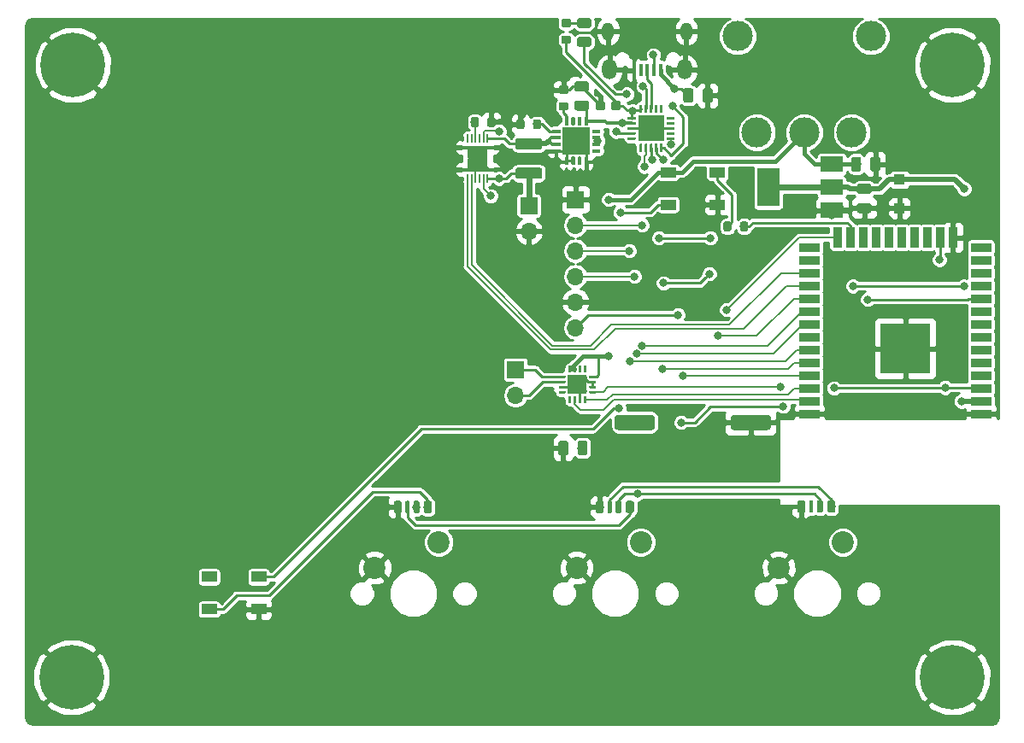
<source format=gbr>
G04 #@! TF.GenerationSoftware,KiCad,Pcbnew,5.0.2+dfsg1-1*
G04 #@! TF.CreationDate,2020-11-04T14:27:09+01:00*
G04 #@! TF.ProjectId,CoreSchematic,436f7265-5363-4686-956d-617469632e6b,rev?*
G04 #@! TF.SameCoordinates,Original*
G04 #@! TF.FileFunction,Copper,L1,Top*
G04 #@! TF.FilePolarity,Positive*
%FSLAX46Y46*%
G04 Gerber Fmt 4.6, Leading zero omitted, Abs format (unit mm)*
G04 Created by KiCad (PCBNEW 5.0.2+dfsg1-1) date Wed 04 Nov 2020 14:27:09 CET*
%MOMM*%
%LPD*%
G01*
G04 APERTURE LIST*
G04 #@! TA.AperFunction,ComponentPad*
%ADD10C,0.800000*%
G04 #@! TD*
G04 #@! TA.AperFunction,ComponentPad*
%ADD11C,6.400000*%
G04 #@! TD*
G04 #@! TA.AperFunction,Conductor*
%ADD12C,0.100000*%
G04 #@! TD*
G04 #@! TA.AperFunction,SMDPad,CuDef*
%ADD13C,0.800000*%
G04 #@! TD*
G04 #@! TA.AperFunction,ComponentPad*
%ADD14C,3.000000*%
G04 #@! TD*
G04 #@! TA.AperFunction,SMDPad,CuDef*
%ADD15R,1.500000X1.000000*%
G04 #@! TD*
G04 #@! TA.AperFunction,SMDPad,CuDef*
%ADD16C,0.600000*%
G04 #@! TD*
G04 #@! TA.AperFunction,SMDPad,CuDef*
%ADD17C,0.400000*%
G04 #@! TD*
G04 #@! TA.AperFunction,SMDPad,CuDef*
%ADD18C,0.900000*%
G04 #@! TD*
G04 #@! TA.AperFunction,SMDPad,CuDef*
%ADD19C,1.125000*%
G04 #@! TD*
G04 #@! TA.AperFunction,SMDPad,CuDef*
%ADD20C,0.250000*%
G04 #@! TD*
G04 #@! TA.AperFunction,SMDPad,CuDef*
%ADD21R,1.900000X1.900000*%
G04 #@! TD*
G04 #@! TA.AperFunction,ViaPad*
%ADD22C,0.500000*%
G04 #@! TD*
G04 #@! TA.AperFunction,ComponentPad*
%ADD23C,2.200000*%
G04 #@! TD*
G04 #@! TA.AperFunction,SMDPad,CuDef*
%ADD24C,1.000000*%
G04 #@! TD*
G04 #@! TA.AperFunction,ComponentPad*
%ADD25R,1.700000X1.700000*%
G04 #@! TD*
G04 #@! TA.AperFunction,ComponentPad*
%ADD26O,1.700000X1.700000*%
G04 #@! TD*
G04 #@! TA.AperFunction,SMDPad,CuDef*
%ADD27R,0.450000X1.300000*%
G04 #@! TD*
G04 #@! TA.AperFunction,ComponentPad*
%ADD28O,1.450000X2.000000*%
G04 #@! TD*
G04 #@! TA.AperFunction,ComponentPad*
%ADD29O,1.150000X1.800000*%
G04 #@! TD*
G04 #@! TA.AperFunction,SMDPad,CuDef*
%ADD30R,1.100000X1.100000*%
G04 #@! TD*
G04 #@! TA.AperFunction,SMDPad,CuDef*
%ADD31C,0.975000*%
G04 #@! TD*
G04 #@! TA.AperFunction,SMDPad,CuDef*
%ADD32R,2.500000X2.500000*%
G04 #@! TD*
G04 #@! TA.AperFunction,SMDPad,CuDef*
%ADD33C,0.350000*%
G04 #@! TD*
G04 #@! TA.AperFunction,SMDPad,CuDef*
%ADD34R,2.700000X2.700000*%
G04 #@! TD*
G04 #@! TA.AperFunction,SMDPad,CuDef*
%ADD35R,1.950000X2.600000*%
G04 #@! TD*
G04 #@! TA.AperFunction,SMDPad,CuDef*
%ADD36R,0.675000X0.400000*%
G04 #@! TD*
G04 #@! TA.AperFunction,SMDPad,CuDef*
%ADD37R,0.200000X0.200000*%
G04 #@! TD*
G04 #@! TA.AperFunction,SMDPad,CuDef*
%ADD38O,0.200000X0.850000*%
G04 #@! TD*
G04 #@! TA.AperFunction,ViaPad*
%ADD39C,0.600000*%
G04 #@! TD*
G04 #@! TA.AperFunction,SMDPad,CuDef*
%ADD40R,0.975000X1.300000*%
G04 #@! TD*
G04 #@! TA.AperFunction,SMDPad,CuDef*
%ADD41R,0.575000X0.400000*%
G04 #@! TD*
G04 #@! TA.AperFunction,ComponentPad*
%ADD42C,1.524000*%
G04 #@! TD*
G04 #@! TA.AperFunction,SMDPad,CuDef*
%ADD43R,2.000000X0.900000*%
G04 #@! TD*
G04 #@! TA.AperFunction,SMDPad,CuDef*
%ADD44R,0.900000X2.000000*%
G04 #@! TD*
G04 #@! TA.AperFunction,SMDPad,CuDef*
%ADD45R,5.000000X5.000000*%
G04 #@! TD*
G04 #@! TA.AperFunction,SMDPad,CuDef*
%ADD46R,2.200000X1.500000*%
G04 #@! TD*
G04 #@! TA.AperFunction,SMDPad,CuDef*
%ADD47R,2.200000X3.800000*%
G04 #@! TD*
G04 #@! TA.AperFunction,ViaPad*
%ADD48C,0.800000*%
G04 #@! TD*
G04 #@! TA.AperFunction,ViaPad*
%ADD49C,1.700000*%
G04 #@! TD*
G04 #@! TA.AperFunction,Conductor*
%ADD50C,0.400000*%
G04 #@! TD*
G04 #@! TA.AperFunction,Conductor*
%ADD51C,0.250000*%
G04 #@! TD*
G04 #@! TA.AperFunction,Conductor*
%ADD52C,0.500000*%
G04 #@! TD*
G04 #@! TA.AperFunction,Conductor*
%ADD53C,0.600000*%
G04 #@! TD*
G04 #@! TA.AperFunction,Conductor*
%ADD54C,0.200000*%
G04 #@! TD*
G04 #@! TA.AperFunction,Conductor*
%ADD55C,0.180000*%
G04 #@! TD*
G04 #@! TA.AperFunction,Conductor*
%ADD56C,0.350000*%
G04 #@! TD*
G04 #@! TA.AperFunction,Conductor*
%ADD57C,0.254000*%
G04 #@! TD*
G04 APERTURE END LIST*
D10*
G04 #@! TO.P,H102,1*
G04 #@! TO.N,GND*
X99106056Y-118317944D03*
X97409000Y-117615000D03*
X95711944Y-118317944D03*
X95009000Y-120015000D03*
X95711944Y-121712056D03*
X97409000Y-122415000D03*
X99106056Y-121712056D03*
X99809000Y-120015000D03*
D11*
X97409000Y-120015000D03*
G04 #@! TD*
G04 #@! TO.P,H103,1*
G04 #@! TO.N,GND*
X184658000Y-59309000D03*
D10*
X187058000Y-59309000D03*
X186355056Y-61006056D03*
X184658000Y-61709000D03*
X182960944Y-61006056D03*
X182258000Y-59309000D03*
X182960944Y-57611944D03*
X184658000Y-56909000D03*
X186355056Y-57611944D03*
G04 #@! TD*
G04 #@! TO.P,H101,1*
G04 #@! TO.N,GND*
X186355056Y-118317944D03*
X184658000Y-117615000D03*
X182960944Y-118317944D03*
X182258000Y-120015000D03*
X182960944Y-121712056D03*
X184658000Y-122415000D03*
X186355056Y-121712056D03*
X187058000Y-120015000D03*
D11*
X184658000Y-120015000D03*
G04 #@! TD*
G04 #@! TO.P,H104,1*
G04 #@! TO.N,GND*
X97536000Y-59309000D03*
D10*
X99936000Y-59309000D03*
X99233056Y-61006056D03*
X97536000Y-61709000D03*
X95838944Y-61006056D03*
X95136000Y-59309000D03*
X95838944Y-57611944D03*
X97536000Y-56909000D03*
X99233056Y-57611944D03*
G04 #@! TD*
D12*
G04 #@! TO.N,/SPEAKER_LED*
G04 #@! TO.C,R105*
G36*
X162589603Y-74836963D02*
X162609018Y-74839843D01*
X162628057Y-74844612D01*
X162646537Y-74851224D01*
X162664279Y-74859616D01*
X162681114Y-74869706D01*
X162696879Y-74881398D01*
X162711421Y-74894579D01*
X162724602Y-74909121D01*
X162736294Y-74924886D01*
X162746384Y-74941721D01*
X162754776Y-74959463D01*
X162761388Y-74977943D01*
X162766157Y-74996982D01*
X162769037Y-75016397D01*
X162770000Y-75036000D01*
X162770000Y-75586000D01*
X162769037Y-75605603D01*
X162766157Y-75625018D01*
X162761388Y-75644057D01*
X162754776Y-75662537D01*
X162746384Y-75680279D01*
X162736294Y-75697114D01*
X162724602Y-75712879D01*
X162711421Y-75727421D01*
X162696879Y-75740602D01*
X162681114Y-75752294D01*
X162664279Y-75762384D01*
X162646537Y-75770776D01*
X162628057Y-75777388D01*
X162609018Y-75782157D01*
X162589603Y-75785037D01*
X162570000Y-75786000D01*
X162170000Y-75786000D01*
X162150397Y-75785037D01*
X162130982Y-75782157D01*
X162111943Y-75777388D01*
X162093463Y-75770776D01*
X162075721Y-75762384D01*
X162058886Y-75752294D01*
X162043121Y-75740602D01*
X162028579Y-75727421D01*
X162015398Y-75712879D01*
X162003706Y-75697114D01*
X161993616Y-75680279D01*
X161985224Y-75662537D01*
X161978612Y-75644057D01*
X161973843Y-75625018D01*
X161970963Y-75605603D01*
X161970000Y-75586000D01*
X161970000Y-75036000D01*
X161970963Y-75016397D01*
X161973843Y-74996982D01*
X161978612Y-74977943D01*
X161985224Y-74959463D01*
X161993616Y-74941721D01*
X162003706Y-74924886D01*
X162015398Y-74909121D01*
X162028579Y-74894579D01*
X162043121Y-74881398D01*
X162058886Y-74869706D01*
X162075721Y-74859616D01*
X162093463Y-74851224D01*
X162111943Y-74844612D01*
X162130982Y-74839843D01*
X162150397Y-74836963D01*
X162170000Y-74836000D01*
X162570000Y-74836000D01*
X162589603Y-74836963D01*
X162589603Y-74836963D01*
G37*
D13*
G04 #@! TD*
G04 #@! TO.P,R105,1*
G04 #@! TO.N,/SPEAKER_LED*
X162370000Y-75311000D03*
D12*
G04 #@! TO.N,Net-(MOD101-Pad23)*
G04 #@! TO.C,R105*
G36*
X164239603Y-74836963D02*
X164259018Y-74839843D01*
X164278057Y-74844612D01*
X164296537Y-74851224D01*
X164314279Y-74859616D01*
X164331114Y-74869706D01*
X164346879Y-74881398D01*
X164361421Y-74894579D01*
X164374602Y-74909121D01*
X164386294Y-74924886D01*
X164396384Y-74941721D01*
X164404776Y-74959463D01*
X164411388Y-74977943D01*
X164416157Y-74996982D01*
X164419037Y-75016397D01*
X164420000Y-75036000D01*
X164420000Y-75586000D01*
X164419037Y-75605603D01*
X164416157Y-75625018D01*
X164411388Y-75644057D01*
X164404776Y-75662537D01*
X164396384Y-75680279D01*
X164386294Y-75697114D01*
X164374602Y-75712879D01*
X164361421Y-75727421D01*
X164346879Y-75740602D01*
X164331114Y-75752294D01*
X164314279Y-75762384D01*
X164296537Y-75770776D01*
X164278057Y-75777388D01*
X164259018Y-75782157D01*
X164239603Y-75785037D01*
X164220000Y-75786000D01*
X163820000Y-75786000D01*
X163800397Y-75785037D01*
X163780982Y-75782157D01*
X163761943Y-75777388D01*
X163743463Y-75770776D01*
X163725721Y-75762384D01*
X163708886Y-75752294D01*
X163693121Y-75740602D01*
X163678579Y-75727421D01*
X163665398Y-75712879D01*
X163653706Y-75697114D01*
X163643616Y-75680279D01*
X163635224Y-75662537D01*
X163628612Y-75644057D01*
X163623843Y-75625018D01*
X163620963Y-75605603D01*
X163620000Y-75586000D01*
X163620000Y-75036000D01*
X163620963Y-75016397D01*
X163623843Y-74996982D01*
X163628612Y-74977943D01*
X163635224Y-74959463D01*
X163643616Y-74941721D01*
X163653706Y-74924886D01*
X163665398Y-74909121D01*
X163678579Y-74894579D01*
X163693121Y-74881398D01*
X163708886Y-74869706D01*
X163725721Y-74859616D01*
X163743463Y-74851224D01*
X163761943Y-74844612D01*
X163780982Y-74839843D01*
X163800397Y-74836963D01*
X163820000Y-74836000D01*
X164220000Y-74836000D01*
X164239603Y-74836963D01*
X164239603Y-74836963D01*
G37*
D13*
G04 #@! TD*
G04 #@! TO.P,R105,2*
G04 #@! TO.N,Net-(MOD101-Pad23)*
X164020000Y-75311000D03*
D14*
G04 #@! TO.P,SWPWR301,-1*
G04 #@! TO.N,N/C*
X176576800Y-56459200D03*
X163376800Y-56459200D03*
G04 #@! TO.P,SWPWR301,3*
X174676800Y-65989200D03*
G04 #@! TO.P,SWPWR301,1*
G04 #@! TO.N,Net-(CH301-Pad10)*
X165276800Y-65989200D03*
G04 #@! TO.P,SWPWR301,2*
G04 #@! TO.N,+BATT*
X169976800Y-65989200D03*
G04 #@! TD*
D15*
G04 #@! TO.P,D102,3*
G04 #@! TO.N,GND*
X115937200Y-113258400D03*
G04 #@! TO.P,D102,4*
G04 #@! TO.N,/BTN_LEDS*
X115937200Y-110058400D03*
G04 #@! TO.P,D102,2*
G04 #@! TO.N,Net-(D102-Pad2)*
X111037200Y-113258400D03*
G04 #@! TO.P,D102,1*
G04 #@! TO.N,+BATT*
X111037200Y-110058400D03*
G04 #@! TD*
D12*
G04 #@! TO.N,+BATT*
G04 #@! TO.C,D103*
G36*
X131731903Y-102524722D02*
X131746464Y-102526882D01*
X131760743Y-102530459D01*
X131774603Y-102535418D01*
X131787910Y-102541712D01*
X131800536Y-102549280D01*
X131812359Y-102558048D01*
X131823266Y-102567934D01*
X131833152Y-102578841D01*
X131841920Y-102590664D01*
X131849488Y-102603290D01*
X131855782Y-102616597D01*
X131860741Y-102630457D01*
X131864318Y-102644736D01*
X131866478Y-102659297D01*
X131867200Y-102674000D01*
X131867200Y-103574000D01*
X131866478Y-103588703D01*
X131864318Y-103603264D01*
X131860741Y-103617543D01*
X131855782Y-103631403D01*
X131849488Y-103644710D01*
X131841920Y-103657336D01*
X131833152Y-103669159D01*
X131823266Y-103680066D01*
X131812359Y-103689952D01*
X131800536Y-103698720D01*
X131787910Y-103706288D01*
X131774603Y-103712582D01*
X131760743Y-103717541D01*
X131746464Y-103721118D01*
X131731903Y-103723278D01*
X131717200Y-103724000D01*
X131417200Y-103724000D01*
X131402497Y-103723278D01*
X131387936Y-103721118D01*
X131373657Y-103717541D01*
X131359797Y-103712582D01*
X131346490Y-103706288D01*
X131333864Y-103698720D01*
X131322041Y-103689952D01*
X131311134Y-103680066D01*
X131301248Y-103669159D01*
X131292480Y-103657336D01*
X131284912Y-103644710D01*
X131278618Y-103631403D01*
X131273659Y-103617543D01*
X131270082Y-103603264D01*
X131267922Y-103588703D01*
X131267200Y-103574000D01*
X131267200Y-102674000D01*
X131267922Y-102659297D01*
X131270082Y-102644736D01*
X131273659Y-102630457D01*
X131278618Y-102616597D01*
X131284912Y-102603290D01*
X131292480Y-102590664D01*
X131301248Y-102578841D01*
X131311134Y-102567934D01*
X131322041Y-102558048D01*
X131333864Y-102549280D01*
X131346490Y-102541712D01*
X131359797Y-102535418D01*
X131373657Y-102530459D01*
X131387936Y-102526882D01*
X131402497Y-102524722D01*
X131417200Y-102524000D01*
X131717200Y-102524000D01*
X131731903Y-102524722D01*
X131731903Y-102524722D01*
G37*
D16*
G04 #@! TD*
G04 #@! TO.P,D103,1*
G04 #@! TO.N,+BATT*
X131567200Y-103124000D03*
D12*
G04 #@! TO.N,Net-(D103-Pad2)*
G04 #@! TO.C,D103*
G36*
X130802002Y-102524482D02*
X130811709Y-102525921D01*
X130821228Y-102528306D01*
X130830468Y-102531612D01*
X130839340Y-102535808D01*
X130847757Y-102540853D01*
X130855639Y-102546699D01*
X130862911Y-102553289D01*
X130869501Y-102560561D01*
X130875347Y-102568443D01*
X130880392Y-102576860D01*
X130884588Y-102585732D01*
X130887894Y-102594972D01*
X130890279Y-102604491D01*
X130891718Y-102614198D01*
X130892200Y-102624000D01*
X130892200Y-103624000D01*
X130891718Y-103633802D01*
X130890279Y-103643509D01*
X130887894Y-103653028D01*
X130884588Y-103662268D01*
X130880392Y-103671140D01*
X130875347Y-103679557D01*
X130869501Y-103687439D01*
X130862911Y-103694711D01*
X130855639Y-103701301D01*
X130847757Y-103707147D01*
X130839340Y-103712192D01*
X130830468Y-103716388D01*
X130821228Y-103719694D01*
X130811709Y-103722079D01*
X130802002Y-103723518D01*
X130792200Y-103724000D01*
X130592200Y-103724000D01*
X130582398Y-103723518D01*
X130572691Y-103722079D01*
X130563172Y-103719694D01*
X130553932Y-103716388D01*
X130545060Y-103712192D01*
X130536643Y-103707147D01*
X130528761Y-103701301D01*
X130521489Y-103694711D01*
X130514899Y-103687439D01*
X130509053Y-103679557D01*
X130504008Y-103671140D01*
X130499812Y-103662268D01*
X130496506Y-103653028D01*
X130494121Y-103643509D01*
X130492682Y-103633802D01*
X130492200Y-103624000D01*
X130492200Y-102624000D01*
X130492682Y-102614198D01*
X130494121Y-102604491D01*
X130496506Y-102594972D01*
X130499812Y-102585732D01*
X130504008Y-102576860D01*
X130509053Y-102568443D01*
X130514899Y-102560561D01*
X130521489Y-102553289D01*
X130528761Y-102546699D01*
X130536643Y-102540853D01*
X130545060Y-102535808D01*
X130553932Y-102531612D01*
X130563172Y-102528306D01*
X130572691Y-102525921D01*
X130582398Y-102524482D01*
X130592200Y-102524000D01*
X130792200Y-102524000D01*
X130802002Y-102524482D01*
X130802002Y-102524482D01*
G37*
D17*
G04 #@! TD*
G04 #@! TO.P,D103,2*
G04 #@! TO.N,Net-(D103-Pad2)*
X130692200Y-103124000D03*
D12*
G04 #@! TO.N,Net-(D102-Pad2)*
G04 #@! TO.C,D103*
G36*
X132911803Y-102524963D02*
X132931218Y-102527843D01*
X132950257Y-102532612D01*
X132968737Y-102539224D01*
X132986479Y-102547616D01*
X133003314Y-102557706D01*
X133019079Y-102569398D01*
X133033621Y-102582579D01*
X133046802Y-102597121D01*
X133058494Y-102612886D01*
X133068584Y-102629721D01*
X133076976Y-102647463D01*
X133083588Y-102665943D01*
X133088357Y-102684982D01*
X133091237Y-102704397D01*
X133092200Y-102724000D01*
X133092200Y-103524000D01*
X133091237Y-103543603D01*
X133088357Y-103563018D01*
X133083588Y-103582057D01*
X133076976Y-103600537D01*
X133068584Y-103618279D01*
X133058494Y-103635114D01*
X133046802Y-103650879D01*
X133033621Y-103665421D01*
X133019079Y-103678602D01*
X133003314Y-103690294D01*
X132986479Y-103700384D01*
X132968737Y-103708776D01*
X132950257Y-103715388D01*
X132931218Y-103720157D01*
X132911803Y-103723037D01*
X132892200Y-103724000D01*
X132492200Y-103724000D01*
X132472597Y-103723037D01*
X132453182Y-103720157D01*
X132434143Y-103715388D01*
X132415663Y-103708776D01*
X132397921Y-103700384D01*
X132381086Y-103690294D01*
X132365321Y-103678602D01*
X132350779Y-103665421D01*
X132337598Y-103650879D01*
X132325906Y-103635114D01*
X132315816Y-103618279D01*
X132307424Y-103600537D01*
X132300812Y-103582057D01*
X132296043Y-103563018D01*
X132293163Y-103543603D01*
X132292200Y-103524000D01*
X132292200Y-102724000D01*
X132293163Y-102704397D01*
X132296043Y-102684982D01*
X132300812Y-102665943D01*
X132307424Y-102647463D01*
X132315816Y-102629721D01*
X132325906Y-102612886D01*
X132337598Y-102597121D01*
X132350779Y-102582579D01*
X132365321Y-102569398D01*
X132381086Y-102557706D01*
X132397921Y-102547616D01*
X132415663Y-102539224D01*
X132434143Y-102532612D01*
X132453182Y-102527843D01*
X132472597Y-102524963D01*
X132492200Y-102524000D01*
X132892200Y-102524000D01*
X132911803Y-102524963D01*
X132911803Y-102524963D01*
G37*
D13*
G04 #@! TD*
G04 #@! TO.P,D103,4*
G04 #@! TO.N,Net-(D102-Pad2)*
X132692200Y-103124000D03*
D12*
G04 #@! TO.N,GND*
G04 #@! TO.C,D103*
G36*
X129936803Y-102524963D02*
X129956218Y-102527843D01*
X129975257Y-102532612D01*
X129993737Y-102539224D01*
X130011479Y-102547616D01*
X130028314Y-102557706D01*
X130044079Y-102569398D01*
X130058621Y-102582579D01*
X130071802Y-102597121D01*
X130083494Y-102612886D01*
X130093584Y-102629721D01*
X130101976Y-102647463D01*
X130108588Y-102665943D01*
X130113357Y-102684982D01*
X130116237Y-102704397D01*
X130117200Y-102724000D01*
X130117200Y-103524000D01*
X130116237Y-103543603D01*
X130113357Y-103563018D01*
X130108588Y-103582057D01*
X130101976Y-103600537D01*
X130093584Y-103618279D01*
X130083494Y-103635114D01*
X130071802Y-103650879D01*
X130058621Y-103665421D01*
X130044079Y-103678602D01*
X130028314Y-103690294D01*
X130011479Y-103700384D01*
X129993737Y-103708776D01*
X129975257Y-103715388D01*
X129956218Y-103720157D01*
X129936803Y-103723037D01*
X129917200Y-103724000D01*
X129517200Y-103724000D01*
X129497597Y-103723037D01*
X129478182Y-103720157D01*
X129459143Y-103715388D01*
X129440663Y-103708776D01*
X129422921Y-103700384D01*
X129406086Y-103690294D01*
X129390321Y-103678602D01*
X129375779Y-103665421D01*
X129362598Y-103650879D01*
X129350906Y-103635114D01*
X129340816Y-103618279D01*
X129332424Y-103600537D01*
X129325812Y-103582057D01*
X129321043Y-103563018D01*
X129318163Y-103543603D01*
X129317200Y-103524000D01*
X129317200Y-102724000D01*
X129318163Y-102704397D01*
X129321043Y-102684982D01*
X129325812Y-102665943D01*
X129332424Y-102647463D01*
X129340816Y-102629721D01*
X129350906Y-102612886D01*
X129362598Y-102597121D01*
X129375779Y-102582579D01*
X129390321Y-102569398D01*
X129406086Y-102557706D01*
X129422921Y-102547616D01*
X129440663Y-102539224D01*
X129459143Y-102532612D01*
X129478182Y-102527843D01*
X129497597Y-102524963D01*
X129517200Y-102524000D01*
X129917200Y-102524000D01*
X129936803Y-102524963D01*
X129936803Y-102524963D01*
G37*
D13*
G04 #@! TD*
G04 #@! TO.P,D103,3*
G04 #@! TO.N,GND*
X129717200Y-103124000D03*
D12*
G04 #@! TO.N,GND*
G04 #@! TO.C,D104*
G36*
X149952003Y-102524963D02*
X149971418Y-102527843D01*
X149990457Y-102532612D01*
X150008937Y-102539224D01*
X150026679Y-102547616D01*
X150043514Y-102557706D01*
X150059279Y-102569398D01*
X150073821Y-102582579D01*
X150087002Y-102597121D01*
X150098694Y-102612886D01*
X150108784Y-102629721D01*
X150117176Y-102647463D01*
X150123788Y-102665943D01*
X150128557Y-102684982D01*
X150131437Y-102704397D01*
X150132400Y-102724000D01*
X150132400Y-103524000D01*
X150131437Y-103543603D01*
X150128557Y-103563018D01*
X150123788Y-103582057D01*
X150117176Y-103600537D01*
X150108784Y-103618279D01*
X150098694Y-103635114D01*
X150087002Y-103650879D01*
X150073821Y-103665421D01*
X150059279Y-103678602D01*
X150043514Y-103690294D01*
X150026679Y-103700384D01*
X150008937Y-103708776D01*
X149990457Y-103715388D01*
X149971418Y-103720157D01*
X149952003Y-103723037D01*
X149932400Y-103724000D01*
X149532400Y-103724000D01*
X149512797Y-103723037D01*
X149493382Y-103720157D01*
X149474343Y-103715388D01*
X149455863Y-103708776D01*
X149438121Y-103700384D01*
X149421286Y-103690294D01*
X149405521Y-103678602D01*
X149390979Y-103665421D01*
X149377798Y-103650879D01*
X149366106Y-103635114D01*
X149356016Y-103618279D01*
X149347624Y-103600537D01*
X149341012Y-103582057D01*
X149336243Y-103563018D01*
X149333363Y-103543603D01*
X149332400Y-103524000D01*
X149332400Y-102724000D01*
X149333363Y-102704397D01*
X149336243Y-102684982D01*
X149341012Y-102665943D01*
X149347624Y-102647463D01*
X149356016Y-102629721D01*
X149366106Y-102612886D01*
X149377798Y-102597121D01*
X149390979Y-102582579D01*
X149405521Y-102569398D01*
X149421286Y-102557706D01*
X149438121Y-102547616D01*
X149455863Y-102539224D01*
X149474343Y-102532612D01*
X149493382Y-102527843D01*
X149512797Y-102524963D01*
X149532400Y-102524000D01*
X149932400Y-102524000D01*
X149952003Y-102524963D01*
X149952003Y-102524963D01*
G37*
D13*
G04 #@! TD*
G04 #@! TO.P,D104,3*
G04 #@! TO.N,GND*
X149732400Y-103124000D03*
D12*
G04 #@! TO.N,Net-(D103-Pad2)*
G04 #@! TO.C,D104*
G36*
X152927003Y-102524963D02*
X152946418Y-102527843D01*
X152965457Y-102532612D01*
X152983937Y-102539224D01*
X153001679Y-102547616D01*
X153018514Y-102557706D01*
X153034279Y-102569398D01*
X153048821Y-102582579D01*
X153062002Y-102597121D01*
X153073694Y-102612886D01*
X153083784Y-102629721D01*
X153092176Y-102647463D01*
X153098788Y-102665943D01*
X153103557Y-102684982D01*
X153106437Y-102704397D01*
X153107400Y-102724000D01*
X153107400Y-103524000D01*
X153106437Y-103543603D01*
X153103557Y-103563018D01*
X153098788Y-103582057D01*
X153092176Y-103600537D01*
X153083784Y-103618279D01*
X153073694Y-103635114D01*
X153062002Y-103650879D01*
X153048821Y-103665421D01*
X153034279Y-103678602D01*
X153018514Y-103690294D01*
X153001679Y-103700384D01*
X152983937Y-103708776D01*
X152965457Y-103715388D01*
X152946418Y-103720157D01*
X152927003Y-103723037D01*
X152907400Y-103724000D01*
X152507400Y-103724000D01*
X152487797Y-103723037D01*
X152468382Y-103720157D01*
X152449343Y-103715388D01*
X152430863Y-103708776D01*
X152413121Y-103700384D01*
X152396286Y-103690294D01*
X152380521Y-103678602D01*
X152365979Y-103665421D01*
X152352798Y-103650879D01*
X152341106Y-103635114D01*
X152331016Y-103618279D01*
X152322624Y-103600537D01*
X152316012Y-103582057D01*
X152311243Y-103563018D01*
X152308363Y-103543603D01*
X152307400Y-103524000D01*
X152307400Y-102724000D01*
X152308363Y-102704397D01*
X152311243Y-102684982D01*
X152316012Y-102665943D01*
X152322624Y-102647463D01*
X152331016Y-102629721D01*
X152341106Y-102612886D01*
X152352798Y-102597121D01*
X152365979Y-102582579D01*
X152380521Y-102569398D01*
X152396286Y-102557706D01*
X152413121Y-102547616D01*
X152430863Y-102539224D01*
X152449343Y-102532612D01*
X152468382Y-102527843D01*
X152487797Y-102524963D01*
X152507400Y-102524000D01*
X152907400Y-102524000D01*
X152927003Y-102524963D01*
X152927003Y-102524963D01*
G37*
D13*
G04 #@! TD*
G04 #@! TO.P,D104,4*
G04 #@! TO.N,Net-(D103-Pad2)*
X152707400Y-103124000D03*
D12*
G04 #@! TO.N,Net-(D104-Pad2)*
G04 #@! TO.C,D104*
G36*
X150817202Y-102524482D02*
X150826909Y-102525921D01*
X150836428Y-102528306D01*
X150845668Y-102531612D01*
X150854540Y-102535808D01*
X150862957Y-102540853D01*
X150870839Y-102546699D01*
X150878111Y-102553289D01*
X150884701Y-102560561D01*
X150890547Y-102568443D01*
X150895592Y-102576860D01*
X150899788Y-102585732D01*
X150903094Y-102594972D01*
X150905479Y-102604491D01*
X150906918Y-102614198D01*
X150907400Y-102624000D01*
X150907400Y-103624000D01*
X150906918Y-103633802D01*
X150905479Y-103643509D01*
X150903094Y-103653028D01*
X150899788Y-103662268D01*
X150895592Y-103671140D01*
X150890547Y-103679557D01*
X150884701Y-103687439D01*
X150878111Y-103694711D01*
X150870839Y-103701301D01*
X150862957Y-103707147D01*
X150854540Y-103712192D01*
X150845668Y-103716388D01*
X150836428Y-103719694D01*
X150826909Y-103722079D01*
X150817202Y-103723518D01*
X150807400Y-103724000D01*
X150607400Y-103724000D01*
X150597598Y-103723518D01*
X150587891Y-103722079D01*
X150578372Y-103719694D01*
X150569132Y-103716388D01*
X150560260Y-103712192D01*
X150551843Y-103707147D01*
X150543961Y-103701301D01*
X150536689Y-103694711D01*
X150530099Y-103687439D01*
X150524253Y-103679557D01*
X150519208Y-103671140D01*
X150515012Y-103662268D01*
X150511706Y-103653028D01*
X150509321Y-103643509D01*
X150507882Y-103633802D01*
X150507400Y-103624000D01*
X150507400Y-102624000D01*
X150507882Y-102614198D01*
X150509321Y-102604491D01*
X150511706Y-102594972D01*
X150515012Y-102585732D01*
X150519208Y-102576860D01*
X150524253Y-102568443D01*
X150530099Y-102560561D01*
X150536689Y-102553289D01*
X150543961Y-102546699D01*
X150551843Y-102540853D01*
X150560260Y-102535808D01*
X150569132Y-102531612D01*
X150578372Y-102528306D01*
X150587891Y-102525921D01*
X150597598Y-102524482D01*
X150607400Y-102524000D01*
X150807400Y-102524000D01*
X150817202Y-102524482D01*
X150817202Y-102524482D01*
G37*
D17*
G04 #@! TD*
G04 #@! TO.P,D104,2*
G04 #@! TO.N,Net-(D104-Pad2)*
X150707400Y-103124000D03*
D12*
G04 #@! TO.N,+BATT*
G04 #@! TO.C,D104*
G36*
X151747103Y-102524722D02*
X151761664Y-102526882D01*
X151775943Y-102530459D01*
X151789803Y-102535418D01*
X151803110Y-102541712D01*
X151815736Y-102549280D01*
X151827559Y-102558048D01*
X151838466Y-102567934D01*
X151848352Y-102578841D01*
X151857120Y-102590664D01*
X151864688Y-102603290D01*
X151870982Y-102616597D01*
X151875941Y-102630457D01*
X151879518Y-102644736D01*
X151881678Y-102659297D01*
X151882400Y-102674000D01*
X151882400Y-103574000D01*
X151881678Y-103588703D01*
X151879518Y-103603264D01*
X151875941Y-103617543D01*
X151870982Y-103631403D01*
X151864688Y-103644710D01*
X151857120Y-103657336D01*
X151848352Y-103669159D01*
X151838466Y-103680066D01*
X151827559Y-103689952D01*
X151815736Y-103698720D01*
X151803110Y-103706288D01*
X151789803Y-103712582D01*
X151775943Y-103717541D01*
X151761664Y-103721118D01*
X151747103Y-103723278D01*
X151732400Y-103724000D01*
X151432400Y-103724000D01*
X151417697Y-103723278D01*
X151403136Y-103721118D01*
X151388857Y-103717541D01*
X151374997Y-103712582D01*
X151361690Y-103706288D01*
X151349064Y-103698720D01*
X151337241Y-103689952D01*
X151326334Y-103680066D01*
X151316448Y-103669159D01*
X151307680Y-103657336D01*
X151300112Y-103644710D01*
X151293818Y-103631403D01*
X151288859Y-103617543D01*
X151285282Y-103603264D01*
X151283122Y-103588703D01*
X151282400Y-103574000D01*
X151282400Y-102674000D01*
X151283122Y-102659297D01*
X151285282Y-102644736D01*
X151288859Y-102630457D01*
X151293818Y-102616597D01*
X151300112Y-102603290D01*
X151307680Y-102590664D01*
X151316448Y-102578841D01*
X151326334Y-102567934D01*
X151337241Y-102558048D01*
X151349064Y-102549280D01*
X151361690Y-102541712D01*
X151374997Y-102535418D01*
X151388857Y-102530459D01*
X151403136Y-102526882D01*
X151417697Y-102524722D01*
X151432400Y-102524000D01*
X151732400Y-102524000D01*
X151747103Y-102524722D01*
X151747103Y-102524722D01*
G37*
D16*
G04 #@! TD*
G04 #@! TO.P,D104,1*
G04 #@! TO.N,+BATT*
X151582400Y-103124000D03*
D12*
G04 #@! TO.N,+BATT*
G04 #@! TO.C,D105*
G36*
X171711503Y-102473922D02*
X171726064Y-102476082D01*
X171740343Y-102479659D01*
X171754203Y-102484618D01*
X171767510Y-102490912D01*
X171780136Y-102498480D01*
X171791959Y-102507248D01*
X171802866Y-102517134D01*
X171812752Y-102528041D01*
X171821520Y-102539864D01*
X171829088Y-102552490D01*
X171835382Y-102565797D01*
X171840341Y-102579657D01*
X171843918Y-102593936D01*
X171846078Y-102608497D01*
X171846800Y-102623200D01*
X171846800Y-103523200D01*
X171846078Y-103537903D01*
X171843918Y-103552464D01*
X171840341Y-103566743D01*
X171835382Y-103580603D01*
X171829088Y-103593910D01*
X171821520Y-103606536D01*
X171812752Y-103618359D01*
X171802866Y-103629266D01*
X171791959Y-103639152D01*
X171780136Y-103647920D01*
X171767510Y-103655488D01*
X171754203Y-103661782D01*
X171740343Y-103666741D01*
X171726064Y-103670318D01*
X171711503Y-103672478D01*
X171696800Y-103673200D01*
X171396800Y-103673200D01*
X171382097Y-103672478D01*
X171367536Y-103670318D01*
X171353257Y-103666741D01*
X171339397Y-103661782D01*
X171326090Y-103655488D01*
X171313464Y-103647920D01*
X171301641Y-103639152D01*
X171290734Y-103629266D01*
X171280848Y-103618359D01*
X171272080Y-103606536D01*
X171264512Y-103593910D01*
X171258218Y-103580603D01*
X171253259Y-103566743D01*
X171249682Y-103552464D01*
X171247522Y-103537903D01*
X171246800Y-103523200D01*
X171246800Y-102623200D01*
X171247522Y-102608497D01*
X171249682Y-102593936D01*
X171253259Y-102579657D01*
X171258218Y-102565797D01*
X171264512Y-102552490D01*
X171272080Y-102539864D01*
X171280848Y-102528041D01*
X171290734Y-102517134D01*
X171301641Y-102507248D01*
X171313464Y-102498480D01*
X171326090Y-102490912D01*
X171339397Y-102484618D01*
X171353257Y-102479659D01*
X171367536Y-102476082D01*
X171382097Y-102473922D01*
X171396800Y-102473200D01*
X171696800Y-102473200D01*
X171711503Y-102473922D01*
X171711503Y-102473922D01*
G37*
D16*
G04 #@! TD*
G04 #@! TO.P,D105,1*
G04 #@! TO.N,+BATT*
X171546800Y-103073200D03*
D12*
G04 #@! TO.N,Net-(D105-Pad2)*
G04 #@! TO.C,D105*
G36*
X170781602Y-102473682D02*
X170791309Y-102475121D01*
X170800828Y-102477506D01*
X170810068Y-102480812D01*
X170818940Y-102485008D01*
X170827357Y-102490053D01*
X170835239Y-102495899D01*
X170842511Y-102502489D01*
X170849101Y-102509761D01*
X170854947Y-102517643D01*
X170859992Y-102526060D01*
X170864188Y-102534932D01*
X170867494Y-102544172D01*
X170869879Y-102553691D01*
X170871318Y-102563398D01*
X170871800Y-102573200D01*
X170871800Y-103573200D01*
X170871318Y-103583002D01*
X170869879Y-103592709D01*
X170867494Y-103602228D01*
X170864188Y-103611468D01*
X170859992Y-103620340D01*
X170854947Y-103628757D01*
X170849101Y-103636639D01*
X170842511Y-103643911D01*
X170835239Y-103650501D01*
X170827357Y-103656347D01*
X170818940Y-103661392D01*
X170810068Y-103665588D01*
X170800828Y-103668894D01*
X170791309Y-103671279D01*
X170781602Y-103672718D01*
X170771800Y-103673200D01*
X170571800Y-103673200D01*
X170561998Y-103672718D01*
X170552291Y-103671279D01*
X170542772Y-103668894D01*
X170533532Y-103665588D01*
X170524660Y-103661392D01*
X170516243Y-103656347D01*
X170508361Y-103650501D01*
X170501089Y-103643911D01*
X170494499Y-103636639D01*
X170488653Y-103628757D01*
X170483608Y-103620340D01*
X170479412Y-103611468D01*
X170476106Y-103602228D01*
X170473721Y-103592709D01*
X170472282Y-103583002D01*
X170471800Y-103573200D01*
X170471800Y-102573200D01*
X170472282Y-102563398D01*
X170473721Y-102553691D01*
X170476106Y-102544172D01*
X170479412Y-102534932D01*
X170483608Y-102526060D01*
X170488653Y-102517643D01*
X170494499Y-102509761D01*
X170501089Y-102502489D01*
X170508361Y-102495899D01*
X170516243Y-102490053D01*
X170524660Y-102485008D01*
X170533532Y-102480812D01*
X170542772Y-102477506D01*
X170552291Y-102475121D01*
X170561998Y-102473682D01*
X170571800Y-102473200D01*
X170771800Y-102473200D01*
X170781602Y-102473682D01*
X170781602Y-102473682D01*
G37*
D17*
G04 #@! TD*
G04 #@! TO.P,D105,2*
G04 #@! TO.N,Net-(D105-Pad2)*
X170671800Y-103073200D03*
D12*
G04 #@! TO.N,Net-(D104-Pad2)*
G04 #@! TO.C,D105*
G36*
X172891403Y-102474163D02*
X172910818Y-102477043D01*
X172929857Y-102481812D01*
X172948337Y-102488424D01*
X172966079Y-102496816D01*
X172982914Y-102506906D01*
X172998679Y-102518598D01*
X173013221Y-102531779D01*
X173026402Y-102546321D01*
X173038094Y-102562086D01*
X173048184Y-102578921D01*
X173056576Y-102596663D01*
X173063188Y-102615143D01*
X173067957Y-102634182D01*
X173070837Y-102653597D01*
X173071800Y-102673200D01*
X173071800Y-103473200D01*
X173070837Y-103492803D01*
X173067957Y-103512218D01*
X173063188Y-103531257D01*
X173056576Y-103549737D01*
X173048184Y-103567479D01*
X173038094Y-103584314D01*
X173026402Y-103600079D01*
X173013221Y-103614621D01*
X172998679Y-103627802D01*
X172982914Y-103639494D01*
X172966079Y-103649584D01*
X172948337Y-103657976D01*
X172929857Y-103664588D01*
X172910818Y-103669357D01*
X172891403Y-103672237D01*
X172871800Y-103673200D01*
X172471800Y-103673200D01*
X172452197Y-103672237D01*
X172432782Y-103669357D01*
X172413743Y-103664588D01*
X172395263Y-103657976D01*
X172377521Y-103649584D01*
X172360686Y-103639494D01*
X172344921Y-103627802D01*
X172330379Y-103614621D01*
X172317198Y-103600079D01*
X172305506Y-103584314D01*
X172295416Y-103567479D01*
X172287024Y-103549737D01*
X172280412Y-103531257D01*
X172275643Y-103512218D01*
X172272763Y-103492803D01*
X172271800Y-103473200D01*
X172271800Y-102673200D01*
X172272763Y-102653597D01*
X172275643Y-102634182D01*
X172280412Y-102615143D01*
X172287024Y-102596663D01*
X172295416Y-102578921D01*
X172305506Y-102562086D01*
X172317198Y-102546321D01*
X172330379Y-102531779D01*
X172344921Y-102518598D01*
X172360686Y-102506906D01*
X172377521Y-102496816D01*
X172395263Y-102488424D01*
X172413743Y-102481812D01*
X172432782Y-102477043D01*
X172452197Y-102474163D01*
X172471800Y-102473200D01*
X172871800Y-102473200D01*
X172891403Y-102474163D01*
X172891403Y-102474163D01*
G37*
D13*
G04 #@! TD*
G04 #@! TO.P,D105,4*
G04 #@! TO.N,Net-(D104-Pad2)*
X172671800Y-103073200D03*
D12*
G04 #@! TO.N,GND*
G04 #@! TO.C,D105*
G36*
X169916403Y-102474163D02*
X169935818Y-102477043D01*
X169954857Y-102481812D01*
X169973337Y-102488424D01*
X169991079Y-102496816D01*
X170007914Y-102506906D01*
X170023679Y-102518598D01*
X170038221Y-102531779D01*
X170051402Y-102546321D01*
X170063094Y-102562086D01*
X170073184Y-102578921D01*
X170081576Y-102596663D01*
X170088188Y-102615143D01*
X170092957Y-102634182D01*
X170095837Y-102653597D01*
X170096800Y-102673200D01*
X170096800Y-103473200D01*
X170095837Y-103492803D01*
X170092957Y-103512218D01*
X170088188Y-103531257D01*
X170081576Y-103549737D01*
X170073184Y-103567479D01*
X170063094Y-103584314D01*
X170051402Y-103600079D01*
X170038221Y-103614621D01*
X170023679Y-103627802D01*
X170007914Y-103639494D01*
X169991079Y-103649584D01*
X169973337Y-103657976D01*
X169954857Y-103664588D01*
X169935818Y-103669357D01*
X169916403Y-103672237D01*
X169896800Y-103673200D01*
X169496800Y-103673200D01*
X169477197Y-103672237D01*
X169457782Y-103669357D01*
X169438743Y-103664588D01*
X169420263Y-103657976D01*
X169402521Y-103649584D01*
X169385686Y-103639494D01*
X169369921Y-103627802D01*
X169355379Y-103614621D01*
X169342198Y-103600079D01*
X169330506Y-103584314D01*
X169320416Y-103567479D01*
X169312024Y-103549737D01*
X169305412Y-103531257D01*
X169300643Y-103512218D01*
X169297763Y-103492803D01*
X169296800Y-103473200D01*
X169296800Y-102673200D01*
X169297763Y-102653597D01*
X169300643Y-102634182D01*
X169305412Y-102615143D01*
X169312024Y-102596663D01*
X169320416Y-102578921D01*
X169330506Y-102562086D01*
X169342198Y-102546321D01*
X169355379Y-102531779D01*
X169369921Y-102518598D01*
X169385686Y-102506906D01*
X169402521Y-102496816D01*
X169420263Y-102488424D01*
X169438743Y-102481812D01*
X169457782Y-102477043D01*
X169477197Y-102474163D01*
X169496800Y-102473200D01*
X169896800Y-102473200D01*
X169916403Y-102474163D01*
X169916403Y-102474163D01*
G37*
D13*
G04 #@! TD*
G04 #@! TO.P,D105,3*
G04 #@! TO.N,GND*
X169696800Y-103073200D03*
D12*
G04 #@! TO.N,GND*
G04 #@! TO.C,C203*
G36*
X150043254Y-62873683D02*
X150065095Y-62876923D01*
X150086514Y-62882288D01*
X150107304Y-62889727D01*
X150127264Y-62899168D01*
X150146203Y-62910519D01*
X150163938Y-62923673D01*
X150180299Y-62938501D01*
X150195127Y-62954862D01*
X150208281Y-62972597D01*
X150219632Y-62991536D01*
X150229073Y-63011496D01*
X150236512Y-63032286D01*
X150241877Y-63053705D01*
X150245117Y-63075546D01*
X150246200Y-63097600D01*
X150246200Y-63597600D01*
X150245117Y-63619654D01*
X150241877Y-63641495D01*
X150236512Y-63662914D01*
X150229073Y-63683704D01*
X150219632Y-63703664D01*
X150208281Y-63722603D01*
X150195127Y-63740338D01*
X150180299Y-63756699D01*
X150163938Y-63771527D01*
X150146203Y-63784681D01*
X150127264Y-63796032D01*
X150107304Y-63805473D01*
X150086514Y-63812912D01*
X150065095Y-63818277D01*
X150043254Y-63821517D01*
X150021200Y-63822600D01*
X149571200Y-63822600D01*
X149549146Y-63821517D01*
X149527305Y-63818277D01*
X149505886Y-63812912D01*
X149485096Y-63805473D01*
X149465136Y-63796032D01*
X149446197Y-63784681D01*
X149428462Y-63771527D01*
X149412101Y-63756699D01*
X149397273Y-63740338D01*
X149384119Y-63722603D01*
X149372768Y-63703664D01*
X149363327Y-63683704D01*
X149355888Y-63662914D01*
X149350523Y-63641495D01*
X149347283Y-63619654D01*
X149346200Y-63597600D01*
X149346200Y-63097600D01*
X149347283Y-63075546D01*
X149350523Y-63053705D01*
X149355888Y-63032286D01*
X149363327Y-63011496D01*
X149372768Y-62991536D01*
X149384119Y-62972597D01*
X149397273Y-62954862D01*
X149412101Y-62938501D01*
X149428462Y-62923673D01*
X149446197Y-62910519D01*
X149465136Y-62899168D01*
X149485096Y-62889727D01*
X149505886Y-62882288D01*
X149527305Y-62876923D01*
X149549146Y-62873683D01*
X149571200Y-62872600D01*
X150021200Y-62872600D01*
X150043254Y-62873683D01*
X150043254Y-62873683D01*
G37*
D18*
G04 #@! TD*
G04 #@! TO.P,C203,1*
G04 #@! TO.N,GND*
X149796200Y-63347600D03*
D12*
G04 #@! TO.N,/USB Con + Prog/USB3.3*
G04 #@! TO.C,C203*
G36*
X151593254Y-62873683D02*
X151615095Y-62876923D01*
X151636514Y-62882288D01*
X151657304Y-62889727D01*
X151677264Y-62899168D01*
X151696203Y-62910519D01*
X151713938Y-62923673D01*
X151730299Y-62938501D01*
X151745127Y-62954862D01*
X151758281Y-62972597D01*
X151769632Y-62991536D01*
X151779073Y-63011496D01*
X151786512Y-63032286D01*
X151791877Y-63053705D01*
X151795117Y-63075546D01*
X151796200Y-63097600D01*
X151796200Y-63597600D01*
X151795117Y-63619654D01*
X151791877Y-63641495D01*
X151786512Y-63662914D01*
X151779073Y-63683704D01*
X151769632Y-63703664D01*
X151758281Y-63722603D01*
X151745127Y-63740338D01*
X151730299Y-63756699D01*
X151713938Y-63771527D01*
X151696203Y-63784681D01*
X151677264Y-63796032D01*
X151657304Y-63805473D01*
X151636514Y-63812912D01*
X151615095Y-63818277D01*
X151593254Y-63821517D01*
X151571200Y-63822600D01*
X151121200Y-63822600D01*
X151099146Y-63821517D01*
X151077305Y-63818277D01*
X151055886Y-63812912D01*
X151035096Y-63805473D01*
X151015136Y-63796032D01*
X150996197Y-63784681D01*
X150978462Y-63771527D01*
X150962101Y-63756699D01*
X150947273Y-63740338D01*
X150934119Y-63722603D01*
X150922768Y-63703664D01*
X150913327Y-63683704D01*
X150905888Y-63662914D01*
X150900523Y-63641495D01*
X150897283Y-63619654D01*
X150896200Y-63597600D01*
X150896200Y-63097600D01*
X150897283Y-63075546D01*
X150900523Y-63053705D01*
X150905888Y-63032286D01*
X150913327Y-63011496D01*
X150922768Y-62991536D01*
X150934119Y-62972597D01*
X150947273Y-62954862D01*
X150962101Y-62938501D01*
X150978462Y-62923673D01*
X150996197Y-62910519D01*
X151015136Y-62899168D01*
X151035096Y-62889727D01*
X151055886Y-62882288D01*
X151077305Y-62876923D01*
X151099146Y-62873683D01*
X151121200Y-62872600D01*
X151571200Y-62872600D01*
X151593254Y-62873683D01*
X151593254Y-62873683D01*
G37*
D18*
G04 #@! TD*
G04 #@! TO.P,C203,2*
G04 #@! TO.N,/USB Con + Prog/USB3.3*
X151346200Y-63347600D03*
D12*
G04 #@! TO.N,/Power/B_Raw+*
G04 #@! TO.C,R303*
G36*
X143796705Y-66556204D02*
X143820973Y-66559804D01*
X143844772Y-66565765D01*
X143867871Y-66574030D01*
X143890050Y-66584520D01*
X143911093Y-66597132D01*
X143930799Y-66611747D01*
X143948977Y-66628223D01*
X143965453Y-66646401D01*
X143980068Y-66666107D01*
X143992680Y-66687150D01*
X144003170Y-66709329D01*
X144011435Y-66732428D01*
X144017396Y-66756227D01*
X144020996Y-66780495D01*
X144022200Y-66804999D01*
X144022200Y-67430001D01*
X144020996Y-67454505D01*
X144017396Y-67478773D01*
X144011435Y-67502572D01*
X144003170Y-67525671D01*
X143992680Y-67547850D01*
X143980068Y-67568893D01*
X143965453Y-67588599D01*
X143948977Y-67606777D01*
X143930799Y-67623253D01*
X143911093Y-67637868D01*
X143890050Y-67650480D01*
X143867871Y-67660970D01*
X143844772Y-67669235D01*
X143820973Y-67675196D01*
X143796705Y-67678796D01*
X143772201Y-67680000D01*
X141622199Y-67680000D01*
X141597695Y-67678796D01*
X141573427Y-67675196D01*
X141549628Y-67669235D01*
X141526529Y-67660970D01*
X141504350Y-67650480D01*
X141483307Y-67637868D01*
X141463601Y-67623253D01*
X141445423Y-67606777D01*
X141428947Y-67588599D01*
X141414332Y-67568893D01*
X141401720Y-67547850D01*
X141391230Y-67525671D01*
X141382965Y-67502572D01*
X141377004Y-67478773D01*
X141373404Y-67454505D01*
X141372200Y-67430001D01*
X141372200Y-66804999D01*
X141373404Y-66780495D01*
X141377004Y-66756227D01*
X141382965Y-66732428D01*
X141391230Y-66709329D01*
X141401720Y-66687150D01*
X141414332Y-66666107D01*
X141428947Y-66646401D01*
X141445423Y-66628223D01*
X141463601Y-66611747D01*
X141483307Y-66597132D01*
X141504350Y-66584520D01*
X141526529Y-66574030D01*
X141549628Y-66565765D01*
X141573427Y-66559804D01*
X141597695Y-66556204D01*
X141622199Y-66555000D01*
X143772201Y-66555000D01*
X143796705Y-66556204D01*
X143796705Y-66556204D01*
G37*
D19*
G04 #@! TD*
G04 #@! TO.P,R303,1*
G04 #@! TO.N,/Power/B_Raw+*
X142697200Y-67117500D03*
D12*
G04 #@! TO.N,/Power/BSense-*
G04 #@! TO.C,R303*
G36*
X143796705Y-69481204D02*
X143820973Y-69484804D01*
X143844772Y-69490765D01*
X143867871Y-69499030D01*
X143890050Y-69509520D01*
X143911093Y-69522132D01*
X143930799Y-69536747D01*
X143948977Y-69553223D01*
X143965453Y-69571401D01*
X143980068Y-69591107D01*
X143992680Y-69612150D01*
X144003170Y-69634329D01*
X144011435Y-69657428D01*
X144017396Y-69681227D01*
X144020996Y-69705495D01*
X144022200Y-69729999D01*
X144022200Y-70355001D01*
X144020996Y-70379505D01*
X144017396Y-70403773D01*
X144011435Y-70427572D01*
X144003170Y-70450671D01*
X143992680Y-70472850D01*
X143980068Y-70493893D01*
X143965453Y-70513599D01*
X143948977Y-70531777D01*
X143930799Y-70548253D01*
X143911093Y-70562868D01*
X143890050Y-70575480D01*
X143867871Y-70585970D01*
X143844772Y-70594235D01*
X143820973Y-70600196D01*
X143796705Y-70603796D01*
X143772201Y-70605000D01*
X141622199Y-70605000D01*
X141597695Y-70603796D01*
X141573427Y-70600196D01*
X141549628Y-70594235D01*
X141526529Y-70585970D01*
X141504350Y-70575480D01*
X141483307Y-70562868D01*
X141463601Y-70548253D01*
X141445423Y-70531777D01*
X141428947Y-70513599D01*
X141414332Y-70493893D01*
X141401720Y-70472850D01*
X141391230Y-70450671D01*
X141382965Y-70427572D01*
X141377004Y-70403773D01*
X141373404Y-70379505D01*
X141372200Y-70355001D01*
X141372200Y-69729999D01*
X141373404Y-69705495D01*
X141377004Y-69681227D01*
X141382965Y-69657428D01*
X141391230Y-69634329D01*
X141401720Y-69612150D01*
X141414332Y-69591107D01*
X141428947Y-69571401D01*
X141445423Y-69553223D01*
X141463601Y-69536747D01*
X141483307Y-69522132D01*
X141504350Y-69509520D01*
X141526529Y-69499030D01*
X141549628Y-69490765D01*
X141573427Y-69484804D01*
X141597695Y-69481204D01*
X141622199Y-69480000D01*
X143772201Y-69480000D01*
X143796705Y-69481204D01*
X143796705Y-69481204D01*
G37*
D19*
G04 #@! TD*
G04 #@! TO.P,R303,2*
G04 #@! TO.N,/Power/BSense-*
X142697200Y-70042500D03*
D12*
G04 #@! TO.N,/OUT_DATA*
G04 #@! TO.C,AMP101*
G36*
X149304126Y-91608101D02*
X149310193Y-91609001D01*
X149316143Y-91610491D01*
X149321918Y-91612558D01*
X149327462Y-91615180D01*
X149332723Y-91618333D01*
X149337650Y-91621987D01*
X149342194Y-91626106D01*
X149346313Y-91630650D01*
X149349967Y-91635577D01*
X149353120Y-91640838D01*
X149355742Y-91646382D01*
X149357809Y-91652157D01*
X149359299Y-91658107D01*
X149360199Y-91664174D01*
X149360500Y-91670300D01*
X149360500Y-91795300D01*
X149360199Y-91801426D01*
X149359299Y-91807493D01*
X149357809Y-91813443D01*
X149355742Y-91819218D01*
X149353120Y-91824762D01*
X149349967Y-91830023D01*
X149346313Y-91834950D01*
X149342194Y-91839494D01*
X149337650Y-91843613D01*
X149332723Y-91847267D01*
X149327462Y-91850420D01*
X149321918Y-91853042D01*
X149316143Y-91855109D01*
X149310193Y-91856599D01*
X149304126Y-91857499D01*
X149298000Y-91857800D01*
X148748000Y-91857800D01*
X148741874Y-91857499D01*
X148735807Y-91856599D01*
X148729857Y-91855109D01*
X148724082Y-91853042D01*
X148718538Y-91850420D01*
X148713277Y-91847267D01*
X148708350Y-91843613D01*
X148703806Y-91839494D01*
X148699687Y-91834950D01*
X148696033Y-91830023D01*
X148692880Y-91824762D01*
X148690258Y-91819218D01*
X148688191Y-91813443D01*
X148686701Y-91807493D01*
X148685801Y-91801426D01*
X148685500Y-91795300D01*
X148685500Y-91670300D01*
X148685801Y-91664174D01*
X148686701Y-91658107D01*
X148688191Y-91652157D01*
X148690258Y-91646382D01*
X148692880Y-91640838D01*
X148696033Y-91635577D01*
X148699687Y-91630650D01*
X148703806Y-91626106D01*
X148708350Y-91621987D01*
X148713277Y-91618333D01*
X148718538Y-91615180D01*
X148724082Y-91612558D01*
X148729857Y-91610491D01*
X148735807Y-91609001D01*
X148741874Y-91608101D01*
X148748000Y-91607800D01*
X149298000Y-91607800D01*
X149304126Y-91608101D01*
X149304126Y-91608101D01*
G37*
D20*
G04 #@! TD*
G04 #@! TO.P,AMP101,1*
G04 #@! TO.N,/OUT_DATA*
X149023000Y-91732800D03*
D12*
G04 #@! TO.N,GND*
G04 #@! TO.C,AMP101*
G36*
X149304126Y-91108101D02*
X149310193Y-91109001D01*
X149316143Y-91110491D01*
X149321918Y-91112558D01*
X149327462Y-91115180D01*
X149332723Y-91118333D01*
X149337650Y-91121987D01*
X149342194Y-91126106D01*
X149346313Y-91130650D01*
X149349967Y-91135577D01*
X149353120Y-91140838D01*
X149355742Y-91146382D01*
X149357809Y-91152157D01*
X149359299Y-91158107D01*
X149360199Y-91164174D01*
X149360500Y-91170300D01*
X149360500Y-91295300D01*
X149360199Y-91301426D01*
X149359299Y-91307493D01*
X149357809Y-91313443D01*
X149355742Y-91319218D01*
X149353120Y-91324762D01*
X149349967Y-91330023D01*
X149346313Y-91334950D01*
X149342194Y-91339494D01*
X149337650Y-91343613D01*
X149332723Y-91347267D01*
X149327462Y-91350420D01*
X149321918Y-91353042D01*
X149316143Y-91355109D01*
X149310193Y-91356599D01*
X149304126Y-91357499D01*
X149298000Y-91357800D01*
X148748000Y-91357800D01*
X148741874Y-91357499D01*
X148735807Y-91356599D01*
X148729857Y-91355109D01*
X148724082Y-91353042D01*
X148718538Y-91350420D01*
X148713277Y-91347267D01*
X148708350Y-91343613D01*
X148703806Y-91339494D01*
X148699687Y-91334950D01*
X148696033Y-91330023D01*
X148692880Y-91324762D01*
X148690258Y-91319218D01*
X148688191Y-91313443D01*
X148686701Y-91307493D01*
X148685801Y-91301426D01*
X148685500Y-91295300D01*
X148685500Y-91170300D01*
X148685801Y-91164174D01*
X148686701Y-91158107D01*
X148688191Y-91152157D01*
X148690258Y-91146382D01*
X148692880Y-91140838D01*
X148696033Y-91135577D01*
X148699687Y-91130650D01*
X148703806Y-91126106D01*
X148708350Y-91121987D01*
X148713277Y-91118333D01*
X148718538Y-91115180D01*
X148724082Y-91112558D01*
X148729857Y-91110491D01*
X148735807Y-91109001D01*
X148741874Y-91108101D01*
X148748000Y-91107800D01*
X149298000Y-91107800D01*
X149304126Y-91108101D01*
X149304126Y-91108101D01*
G37*
D20*
G04 #@! TD*
G04 #@! TO.P,AMP101,2*
G04 #@! TO.N,GND*
X149023000Y-91232800D03*
D12*
G04 #@! TO.N,GND*
G04 #@! TO.C,AMP101*
G36*
X149304126Y-90608101D02*
X149310193Y-90609001D01*
X149316143Y-90610491D01*
X149321918Y-90612558D01*
X149327462Y-90615180D01*
X149332723Y-90618333D01*
X149337650Y-90621987D01*
X149342194Y-90626106D01*
X149346313Y-90630650D01*
X149349967Y-90635577D01*
X149353120Y-90640838D01*
X149355742Y-90646382D01*
X149357809Y-90652157D01*
X149359299Y-90658107D01*
X149360199Y-90664174D01*
X149360500Y-90670300D01*
X149360500Y-90795300D01*
X149360199Y-90801426D01*
X149359299Y-90807493D01*
X149357809Y-90813443D01*
X149355742Y-90819218D01*
X149353120Y-90824762D01*
X149349967Y-90830023D01*
X149346313Y-90834950D01*
X149342194Y-90839494D01*
X149337650Y-90843613D01*
X149332723Y-90847267D01*
X149327462Y-90850420D01*
X149321918Y-90853042D01*
X149316143Y-90855109D01*
X149310193Y-90856599D01*
X149304126Y-90857499D01*
X149298000Y-90857800D01*
X148748000Y-90857800D01*
X148741874Y-90857499D01*
X148735807Y-90856599D01*
X148729857Y-90855109D01*
X148724082Y-90853042D01*
X148718538Y-90850420D01*
X148713277Y-90847267D01*
X148708350Y-90843613D01*
X148703806Y-90839494D01*
X148699687Y-90834950D01*
X148696033Y-90830023D01*
X148692880Y-90824762D01*
X148690258Y-90819218D01*
X148688191Y-90813443D01*
X148686701Y-90807493D01*
X148685801Y-90801426D01*
X148685500Y-90795300D01*
X148685500Y-90670300D01*
X148685801Y-90664174D01*
X148686701Y-90658107D01*
X148688191Y-90652157D01*
X148690258Y-90646382D01*
X148692880Y-90640838D01*
X148696033Y-90635577D01*
X148699687Y-90630650D01*
X148703806Y-90626106D01*
X148708350Y-90621987D01*
X148713277Y-90618333D01*
X148718538Y-90615180D01*
X148724082Y-90612558D01*
X148729857Y-90610491D01*
X148735807Y-90609001D01*
X148741874Y-90608101D01*
X148748000Y-90607800D01*
X149298000Y-90607800D01*
X149304126Y-90608101D01*
X149304126Y-90608101D01*
G37*
D20*
G04 #@! TD*
G04 #@! TO.P,AMP101,3*
G04 #@! TO.N,GND*
X149023000Y-90732800D03*
D12*
G04 #@! TO.N,+BATT*
G04 #@! TO.C,AMP101*
G36*
X149304126Y-90108101D02*
X149310193Y-90109001D01*
X149316143Y-90110491D01*
X149321918Y-90112558D01*
X149327462Y-90115180D01*
X149332723Y-90118333D01*
X149337650Y-90121987D01*
X149342194Y-90126106D01*
X149346313Y-90130650D01*
X149349967Y-90135577D01*
X149353120Y-90140838D01*
X149355742Y-90146382D01*
X149357809Y-90152157D01*
X149359299Y-90158107D01*
X149360199Y-90164174D01*
X149360500Y-90170300D01*
X149360500Y-90295300D01*
X149360199Y-90301426D01*
X149359299Y-90307493D01*
X149357809Y-90313443D01*
X149355742Y-90319218D01*
X149353120Y-90324762D01*
X149349967Y-90330023D01*
X149346313Y-90334950D01*
X149342194Y-90339494D01*
X149337650Y-90343613D01*
X149332723Y-90347267D01*
X149327462Y-90350420D01*
X149321918Y-90353042D01*
X149316143Y-90355109D01*
X149310193Y-90356599D01*
X149304126Y-90357499D01*
X149298000Y-90357800D01*
X148748000Y-90357800D01*
X148741874Y-90357499D01*
X148735807Y-90356599D01*
X148729857Y-90355109D01*
X148724082Y-90353042D01*
X148718538Y-90350420D01*
X148713277Y-90347267D01*
X148708350Y-90343613D01*
X148703806Y-90339494D01*
X148699687Y-90334950D01*
X148696033Y-90330023D01*
X148692880Y-90324762D01*
X148690258Y-90319218D01*
X148688191Y-90313443D01*
X148686701Y-90307493D01*
X148685801Y-90301426D01*
X148685500Y-90295300D01*
X148685500Y-90170300D01*
X148685801Y-90164174D01*
X148686701Y-90158107D01*
X148688191Y-90152157D01*
X148690258Y-90146382D01*
X148692880Y-90140838D01*
X148696033Y-90135577D01*
X148699687Y-90130650D01*
X148703806Y-90126106D01*
X148708350Y-90121987D01*
X148713277Y-90118333D01*
X148718538Y-90115180D01*
X148724082Y-90112558D01*
X148729857Y-90110491D01*
X148735807Y-90109001D01*
X148741874Y-90108101D01*
X148748000Y-90107800D01*
X149298000Y-90107800D01*
X149304126Y-90108101D01*
X149304126Y-90108101D01*
G37*
D20*
G04 #@! TD*
G04 #@! TO.P,AMP101,4*
G04 #@! TO.N,+BATT*
X149023000Y-90232800D03*
D12*
G04 #@! TO.N,N/C*
G04 #@! TO.C,AMP101*
G36*
X148329126Y-89133101D02*
X148335193Y-89134001D01*
X148341143Y-89135491D01*
X148346918Y-89137558D01*
X148352462Y-89140180D01*
X148357723Y-89143333D01*
X148362650Y-89146987D01*
X148367194Y-89151106D01*
X148371313Y-89155650D01*
X148374967Y-89160577D01*
X148378120Y-89165838D01*
X148380742Y-89171382D01*
X148382809Y-89177157D01*
X148384299Y-89183107D01*
X148385199Y-89189174D01*
X148385500Y-89195300D01*
X148385500Y-89745300D01*
X148385199Y-89751426D01*
X148384299Y-89757493D01*
X148382809Y-89763443D01*
X148380742Y-89769218D01*
X148378120Y-89774762D01*
X148374967Y-89780023D01*
X148371313Y-89784950D01*
X148367194Y-89789494D01*
X148362650Y-89793613D01*
X148357723Y-89797267D01*
X148352462Y-89800420D01*
X148346918Y-89803042D01*
X148341143Y-89805109D01*
X148335193Y-89806599D01*
X148329126Y-89807499D01*
X148323000Y-89807800D01*
X148198000Y-89807800D01*
X148191874Y-89807499D01*
X148185807Y-89806599D01*
X148179857Y-89805109D01*
X148174082Y-89803042D01*
X148168538Y-89800420D01*
X148163277Y-89797267D01*
X148158350Y-89793613D01*
X148153806Y-89789494D01*
X148149687Y-89784950D01*
X148146033Y-89780023D01*
X148142880Y-89774762D01*
X148140258Y-89769218D01*
X148138191Y-89763443D01*
X148136701Y-89757493D01*
X148135801Y-89751426D01*
X148135500Y-89745300D01*
X148135500Y-89195300D01*
X148135801Y-89189174D01*
X148136701Y-89183107D01*
X148138191Y-89177157D01*
X148140258Y-89171382D01*
X148142880Y-89165838D01*
X148146033Y-89160577D01*
X148149687Y-89155650D01*
X148153806Y-89151106D01*
X148158350Y-89146987D01*
X148163277Y-89143333D01*
X148168538Y-89140180D01*
X148174082Y-89137558D01*
X148179857Y-89135491D01*
X148185807Y-89134001D01*
X148191874Y-89133101D01*
X148198000Y-89132800D01*
X148323000Y-89132800D01*
X148329126Y-89133101D01*
X148329126Y-89133101D01*
G37*
D20*
G04 #@! TD*
G04 #@! TO.P,AMP101,5*
G04 #@! TO.N,N/C*
X148260500Y-89470300D03*
D12*
G04 #@! TO.N,N/C*
G04 #@! TO.C,AMP101*
G36*
X147829126Y-89133101D02*
X147835193Y-89134001D01*
X147841143Y-89135491D01*
X147846918Y-89137558D01*
X147852462Y-89140180D01*
X147857723Y-89143333D01*
X147862650Y-89146987D01*
X147867194Y-89151106D01*
X147871313Y-89155650D01*
X147874967Y-89160577D01*
X147878120Y-89165838D01*
X147880742Y-89171382D01*
X147882809Y-89177157D01*
X147884299Y-89183107D01*
X147885199Y-89189174D01*
X147885500Y-89195300D01*
X147885500Y-89745300D01*
X147885199Y-89751426D01*
X147884299Y-89757493D01*
X147882809Y-89763443D01*
X147880742Y-89769218D01*
X147878120Y-89774762D01*
X147874967Y-89780023D01*
X147871313Y-89784950D01*
X147867194Y-89789494D01*
X147862650Y-89793613D01*
X147857723Y-89797267D01*
X147852462Y-89800420D01*
X147846918Y-89803042D01*
X147841143Y-89805109D01*
X147835193Y-89806599D01*
X147829126Y-89807499D01*
X147823000Y-89807800D01*
X147698000Y-89807800D01*
X147691874Y-89807499D01*
X147685807Y-89806599D01*
X147679857Y-89805109D01*
X147674082Y-89803042D01*
X147668538Y-89800420D01*
X147663277Y-89797267D01*
X147658350Y-89793613D01*
X147653806Y-89789494D01*
X147649687Y-89784950D01*
X147646033Y-89780023D01*
X147642880Y-89774762D01*
X147640258Y-89769218D01*
X147638191Y-89763443D01*
X147636701Y-89757493D01*
X147635801Y-89751426D01*
X147635500Y-89745300D01*
X147635500Y-89195300D01*
X147635801Y-89189174D01*
X147636701Y-89183107D01*
X147638191Y-89177157D01*
X147640258Y-89171382D01*
X147642880Y-89165838D01*
X147646033Y-89160577D01*
X147649687Y-89155650D01*
X147653806Y-89151106D01*
X147658350Y-89146987D01*
X147663277Y-89143333D01*
X147668538Y-89140180D01*
X147674082Y-89137558D01*
X147679857Y-89135491D01*
X147685807Y-89134001D01*
X147691874Y-89133101D01*
X147698000Y-89132800D01*
X147823000Y-89132800D01*
X147829126Y-89133101D01*
X147829126Y-89133101D01*
G37*
D20*
G04 #@! TD*
G04 #@! TO.P,AMP101,6*
G04 #@! TO.N,N/C*
X147760500Y-89470300D03*
D12*
G04 #@! TO.N,+BATT*
G04 #@! TO.C,AMP101*
G36*
X147329126Y-89133101D02*
X147335193Y-89134001D01*
X147341143Y-89135491D01*
X147346918Y-89137558D01*
X147352462Y-89140180D01*
X147357723Y-89143333D01*
X147362650Y-89146987D01*
X147367194Y-89151106D01*
X147371313Y-89155650D01*
X147374967Y-89160577D01*
X147378120Y-89165838D01*
X147380742Y-89171382D01*
X147382809Y-89177157D01*
X147384299Y-89183107D01*
X147385199Y-89189174D01*
X147385500Y-89195300D01*
X147385500Y-89745300D01*
X147385199Y-89751426D01*
X147384299Y-89757493D01*
X147382809Y-89763443D01*
X147380742Y-89769218D01*
X147378120Y-89774762D01*
X147374967Y-89780023D01*
X147371313Y-89784950D01*
X147367194Y-89789494D01*
X147362650Y-89793613D01*
X147357723Y-89797267D01*
X147352462Y-89800420D01*
X147346918Y-89803042D01*
X147341143Y-89805109D01*
X147335193Y-89806599D01*
X147329126Y-89807499D01*
X147323000Y-89807800D01*
X147198000Y-89807800D01*
X147191874Y-89807499D01*
X147185807Y-89806599D01*
X147179857Y-89805109D01*
X147174082Y-89803042D01*
X147168538Y-89800420D01*
X147163277Y-89797267D01*
X147158350Y-89793613D01*
X147153806Y-89789494D01*
X147149687Y-89784950D01*
X147146033Y-89780023D01*
X147142880Y-89774762D01*
X147140258Y-89769218D01*
X147138191Y-89763443D01*
X147136701Y-89757493D01*
X147135801Y-89751426D01*
X147135500Y-89745300D01*
X147135500Y-89195300D01*
X147135801Y-89189174D01*
X147136701Y-89183107D01*
X147138191Y-89177157D01*
X147140258Y-89171382D01*
X147142880Y-89165838D01*
X147146033Y-89160577D01*
X147149687Y-89155650D01*
X147153806Y-89151106D01*
X147158350Y-89146987D01*
X147163277Y-89143333D01*
X147168538Y-89140180D01*
X147174082Y-89137558D01*
X147179857Y-89135491D01*
X147185807Y-89134001D01*
X147191874Y-89133101D01*
X147198000Y-89132800D01*
X147323000Y-89132800D01*
X147329126Y-89133101D01*
X147329126Y-89133101D01*
G37*
D20*
G04 #@! TD*
G04 #@! TO.P,AMP101,7*
G04 #@! TO.N,+BATT*
X147260500Y-89470300D03*
D12*
G04 #@! TO.N,+BATT*
G04 #@! TO.C,AMP101*
G36*
X146829126Y-89133101D02*
X146835193Y-89134001D01*
X146841143Y-89135491D01*
X146846918Y-89137558D01*
X146852462Y-89140180D01*
X146857723Y-89143333D01*
X146862650Y-89146987D01*
X146867194Y-89151106D01*
X146871313Y-89155650D01*
X146874967Y-89160577D01*
X146878120Y-89165838D01*
X146880742Y-89171382D01*
X146882809Y-89177157D01*
X146884299Y-89183107D01*
X146885199Y-89189174D01*
X146885500Y-89195300D01*
X146885500Y-89745300D01*
X146885199Y-89751426D01*
X146884299Y-89757493D01*
X146882809Y-89763443D01*
X146880742Y-89769218D01*
X146878120Y-89774762D01*
X146874967Y-89780023D01*
X146871313Y-89784950D01*
X146867194Y-89789494D01*
X146862650Y-89793613D01*
X146857723Y-89797267D01*
X146852462Y-89800420D01*
X146846918Y-89803042D01*
X146841143Y-89805109D01*
X146835193Y-89806599D01*
X146829126Y-89807499D01*
X146823000Y-89807800D01*
X146698000Y-89807800D01*
X146691874Y-89807499D01*
X146685807Y-89806599D01*
X146679857Y-89805109D01*
X146674082Y-89803042D01*
X146668538Y-89800420D01*
X146663277Y-89797267D01*
X146658350Y-89793613D01*
X146653806Y-89789494D01*
X146649687Y-89784950D01*
X146646033Y-89780023D01*
X146642880Y-89774762D01*
X146640258Y-89769218D01*
X146638191Y-89763443D01*
X146636701Y-89757493D01*
X146635801Y-89751426D01*
X146635500Y-89745300D01*
X146635500Y-89195300D01*
X146635801Y-89189174D01*
X146636701Y-89183107D01*
X146638191Y-89177157D01*
X146640258Y-89171382D01*
X146642880Y-89165838D01*
X146646033Y-89160577D01*
X146649687Y-89155650D01*
X146653806Y-89151106D01*
X146658350Y-89146987D01*
X146663277Y-89143333D01*
X146668538Y-89140180D01*
X146674082Y-89137558D01*
X146679857Y-89135491D01*
X146685807Y-89134001D01*
X146691874Y-89133101D01*
X146698000Y-89132800D01*
X146823000Y-89132800D01*
X146829126Y-89133101D01*
X146829126Y-89133101D01*
G37*
D20*
G04 #@! TD*
G04 #@! TO.P,AMP101,8*
G04 #@! TO.N,+BATT*
X146760500Y-89470300D03*
D12*
G04 #@! TO.N,Net-(AMP101-Pad9)*
G04 #@! TO.C,AMP101*
G36*
X146279126Y-90108101D02*
X146285193Y-90109001D01*
X146291143Y-90110491D01*
X146296918Y-90112558D01*
X146302462Y-90115180D01*
X146307723Y-90118333D01*
X146312650Y-90121987D01*
X146317194Y-90126106D01*
X146321313Y-90130650D01*
X146324967Y-90135577D01*
X146328120Y-90140838D01*
X146330742Y-90146382D01*
X146332809Y-90152157D01*
X146334299Y-90158107D01*
X146335199Y-90164174D01*
X146335500Y-90170300D01*
X146335500Y-90295300D01*
X146335199Y-90301426D01*
X146334299Y-90307493D01*
X146332809Y-90313443D01*
X146330742Y-90319218D01*
X146328120Y-90324762D01*
X146324967Y-90330023D01*
X146321313Y-90334950D01*
X146317194Y-90339494D01*
X146312650Y-90343613D01*
X146307723Y-90347267D01*
X146302462Y-90350420D01*
X146296918Y-90353042D01*
X146291143Y-90355109D01*
X146285193Y-90356599D01*
X146279126Y-90357499D01*
X146273000Y-90357800D01*
X145723000Y-90357800D01*
X145716874Y-90357499D01*
X145710807Y-90356599D01*
X145704857Y-90355109D01*
X145699082Y-90353042D01*
X145693538Y-90350420D01*
X145688277Y-90347267D01*
X145683350Y-90343613D01*
X145678806Y-90339494D01*
X145674687Y-90334950D01*
X145671033Y-90330023D01*
X145667880Y-90324762D01*
X145665258Y-90319218D01*
X145663191Y-90313443D01*
X145661701Y-90307493D01*
X145660801Y-90301426D01*
X145660500Y-90295300D01*
X145660500Y-90170300D01*
X145660801Y-90164174D01*
X145661701Y-90158107D01*
X145663191Y-90152157D01*
X145665258Y-90146382D01*
X145667880Y-90140838D01*
X145671033Y-90135577D01*
X145674687Y-90130650D01*
X145678806Y-90126106D01*
X145683350Y-90121987D01*
X145688277Y-90118333D01*
X145693538Y-90115180D01*
X145699082Y-90112558D01*
X145704857Y-90110491D01*
X145710807Y-90109001D01*
X145716874Y-90108101D01*
X145723000Y-90107800D01*
X146273000Y-90107800D01*
X146279126Y-90108101D01*
X146279126Y-90108101D01*
G37*
D20*
G04 #@! TD*
G04 #@! TO.P,AMP101,9*
G04 #@! TO.N,Net-(AMP101-Pad9)*
X145998000Y-90232800D03*
D12*
G04 #@! TO.N,Net-(AMP101-Pad10)*
G04 #@! TO.C,AMP101*
G36*
X146279126Y-90608101D02*
X146285193Y-90609001D01*
X146291143Y-90610491D01*
X146296918Y-90612558D01*
X146302462Y-90615180D01*
X146307723Y-90618333D01*
X146312650Y-90621987D01*
X146317194Y-90626106D01*
X146321313Y-90630650D01*
X146324967Y-90635577D01*
X146328120Y-90640838D01*
X146330742Y-90646382D01*
X146332809Y-90652157D01*
X146334299Y-90658107D01*
X146335199Y-90664174D01*
X146335500Y-90670300D01*
X146335500Y-90795300D01*
X146335199Y-90801426D01*
X146334299Y-90807493D01*
X146332809Y-90813443D01*
X146330742Y-90819218D01*
X146328120Y-90824762D01*
X146324967Y-90830023D01*
X146321313Y-90834950D01*
X146317194Y-90839494D01*
X146312650Y-90843613D01*
X146307723Y-90847267D01*
X146302462Y-90850420D01*
X146296918Y-90853042D01*
X146291143Y-90855109D01*
X146285193Y-90856599D01*
X146279126Y-90857499D01*
X146273000Y-90857800D01*
X145723000Y-90857800D01*
X145716874Y-90857499D01*
X145710807Y-90856599D01*
X145704857Y-90855109D01*
X145699082Y-90853042D01*
X145693538Y-90850420D01*
X145688277Y-90847267D01*
X145683350Y-90843613D01*
X145678806Y-90839494D01*
X145674687Y-90834950D01*
X145671033Y-90830023D01*
X145667880Y-90824762D01*
X145665258Y-90819218D01*
X145663191Y-90813443D01*
X145661701Y-90807493D01*
X145660801Y-90801426D01*
X145660500Y-90795300D01*
X145660500Y-90670300D01*
X145660801Y-90664174D01*
X145661701Y-90658107D01*
X145663191Y-90652157D01*
X145665258Y-90646382D01*
X145667880Y-90640838D01*
X145671033Y-90635577D01*
X145674687Y-90630650D01*
X145678806Y-90626106D01*
X145683350Y-90621987D01*
X145688277Y-90618333D01*
X145693538Y-90615180D01*
X145699082Y-90612558D01*
X145704857Y-90610491D01*
X145710807Y-90609001D01*
X145716874Y-90608101D01*
X145723000Y-90607800D01*
X146273000Y-90607800D01*
X146279126Y-90608101D01*
X146279126Y-90608101D01*
G37*
D20*
G04 #@! TD*
G04 #@! TO.P,AMP101,10*
G04 #@! TO.N,Net-(AMP101-Pad10)*
X145998000Y-90732800D03*
D12*
G04 #@! TO.N,GND*
G04 #@! TO.C,AMP101*
G36*
X146279126Y-91108101D02*
X146285193Y-91109001D01*
X146291143Y-91110491D01*
X146296918Y-91112558D01*
X146302462Y-91115180D01*
X146307723Y-91118333D01*
X146312650Y-91121987D01*
X146317194Y-91126106D01*
X146321313Y-91130650D01*
X146324967Y-91135577D01*
X146328120Y-91140838D01*
X146330742Y-91146382D01*
X146332809Y-91152157D01*
X146334299Y-91158107D01*
X146335199Y-91164174D01*
X146335500Y-91170300D01*
X146335500Y-91295300D01*
X146335199Y-91301426D01*
X146334299Y-91307493D01*
X146332809Y-91313443D01*
X146330742Y-91319218D01*
X146328120Y-91324762D01*
X146324967Y-91330023D01*
X146321313Y-91334950D01*
X146317194Y-91339494D01*
X146312650Y-91343613D01*
X146307723Y-91347267D01*
X146302462Y-91350420D01*
X146296918Y-91353042D01*
X146291143Y-91355109D01*
X146285193Y-91356599D01*
X146279126Y-91357499D01*
X146273000Y-91357800D01*
X145723000Y-91357800D01*
X145716874Y-91357499D01*
X145710807Y-91356599D01*
X145704857Y-91355109D01*
X145699082Y-91353042D01*
X145693538Y-91350420D01*
X145688277Y-91347267D01*
X145683350Y-91343613D01*
X145678806Y-91339494D01*
X145674687Y-91334950D01*
X145671033Y-91330023D01*
X145667880Y-91324762D01*
X145665258Y-91319218D01*
X145663191Y-91313443D01*
X145661701Y-91307493D01*
X145660801Y-91301426D01*
X145660500Y-91295300D01*
X145660500Y-91170300D01*
X145660801Y-91164174D01*
X145661701Y-91158107D01*
X145663191Y-91152157D01*
X145665258Y-91146382D01*
X145667880Y-91140838D01*
X145671033Y-91135577D01*
X145674687Y-91130650D01*
X145678806Y-91126106D01*
X145683350Y-91121987D01*
X145688277Y-91118333D01*
X145693538Y-91115180D01*
X145699082Y-91112558D01*
X145704857Y-91110491D01*
X145710807Y-91109001D01*
X145716874Y-91108101D01*
X145723000Y-91107800D01*
X146273000Y-91107800D01*
X146279126Y-91108101D01*
X146279126Y-91108101D01*
G37*
D20*
G04 #@! TD*
G04 #@! TO.P,AMP101,11*
G04 #@! TO.N,GND*
X145998000Y-91232800D03*
D12*
G04 #@! TO.N,N/C*
G04 #@! TO.C,AMP101*
G36*
X146279126Y-91608101D02*
X146285193Y-91609001D01*
X146291143Y-91610491D01*
X146296918Y-91612558D01*
X146302462Y-91615180D01*
X146307723Y-91618333D01*
X146312650Y-91621987D01*
X146317194Y-91626106D01*
X146321313Y-91630650D01*
X146324967Y-91635577D01*
X146328120Y-91640838D01*
X146330742Y-91646382D01*
X146332809Y-91652157D01*
X146334299Y-91658107D01*
X146335199Y-91664174D01*
X146335500Y-91670300D01*
X146335500Y-91795300D01*
X146335199Y-91801426D01*
X146334299Y-91807493D01*
X146332809Y-91813443D01*
X146330742Y-91819218D01*
X146328120Y-91824762D01*
X146324967Y-91830023D01*
X146321313Y-91834950D01*
X146317194Y-91839494D01*
X146312650Y-91843613D01*
X146307723Y-91847267D01*
X146302462Y-91850420D01*
X146296918Y-91853042D01*
X146291143Y-91855109D01*
X146285193Y-91856599D01*
X146279126Y-91857499D01*
X146273000Y-91857800D01*
X145723000Y-91857800D01*
X145716874Y-91857499D01*
X145710807Y-91856599D01*
X145704857Y-91855109D01*
X145699082Y-91853042D01*
X145693538Y-91850420D01*
X145688277Y-91847267D01*
X145683350Y-91843613D01*
X145678806Y-91839494D01*
X145674687Y-91834950D01*
X145671033Y-91830023D01*
X145667880Y-91824762D01*
X145665258Y-91819218D01*
X145663191Y-91813443D01*
X145661701Y-91807493D01*
X145660801Y-91801426D01*
X145660500Y-91795300D01*
X145660500Y-91670300D01*
X145660801Y-91664174D01*
X145661701Y-91658107D01*
X145663191Y-91652157D01*
X145665258Y-91646382D01*
X145667880Y-91640838D01*
X145671033Y-91635577D01*
X145674687Y-91630650D01*
X145678806Y-91626106D01*
X145683350Y-91621987D01*
X145688277Y-91618333D01*
X145693538Y-91615180D01*
X145699082Y-91612558D01*
X145704857Y-91610491D01*
X145710807Y-91609001D01*
X145716874Y-91608101D01*
X145723000Y-91607800D01*
X146273000Y-91607800D01*
X146279126Y-91608101D01*
X146279126Y-91608101D01*
G37*
D20*
G04 #@! TD*
G04 #@! TO.P,AMP101,12*
G04 #@! TO.N,N/C*
X145998000Y-91732800D03*
D12*
G04 #@! TO.N,N/C*
G04 #@! TO.C,AMP101*
G36*
X146829126Y-92158101D02*
X146835193Y-92159001D01*
X146841143Y-92160491D01*
X146846918Y-92162558D01*
X146852462Y-92165180D01*
X146857723Y-92168333D01*
X146862650Y-92171987D01*
X146867194Y-92176106D01*
X146871313Y-92180650D01*
X146874967Y-92185577D01*
X146878120Y-92190838D01*
X146880742Y-92196382D01*
X146882809Y-92202157D01*
X146884299Y-92208107D01*
X146885199Y-92214174D01*
X146885500Y-92220300D01*
X146885500Y-92770300D01*
X146885199Y-92776426D01*
X146884299Y-92782493D01*
X146882809Y-92788443D01*
X146880742Y-92794218D01*
X146878120Y-92799762D01*
X146874967Y-92805023D01*
X146871313Y-92809950D01*
X146867194Y-92814494D01*
X146862650Y-92818613D01*
X146857723Y-92822267D01*
X146852462Y-92825420D01*
X146846918Y-92828042D01*
X146841143Y-92830109D01*
X146835193Y-92831599D01*
X146829126Y-92832499D01*
X146823000Y-92832800D01*
X146698000Y-92832800D01*
X146691874Y-92832499D01*
X146685807Y-92831599D01*
X146679857Y-92830109D01*
X146674082Y-92828042D01*
X146668538Y-92825420D01*
X146663277Y-92822267D01*
X146658350Y-92818613D01*
X146653806Y-92814494D01*
X146649687Y-92809950D01*
X146646033Y-92805023D01*
X146642880Y-92799762D01*
X146640258Y-92794218D01*
X146638191Y-92788443D01*
X146636701Y-92782493D01*
X146635801Y-92776426D01*
X146635500Y-92770300D01*
X146635500Y-92220300D01*
X146635801Y-92214174D01*
X146636701Y-92208107D01*
X146638191Y-92202157D01*
X146640258Y-92196382D01*
X146642880Y-92190838D01*
X146646033Y-92185577D01*
X146649687Y-92180650D01*
X146653806Y-92176106D01*
X146658350Y-92171987D01*
X146663277Y-92168333D01*
X146668538Y-92165180D01*
X146674082Y-92162558D01*
X146679857Y-92160491D01*
X146685807Y-92159001D01*
X146691874Y-92158101D01*
X146698000Y-92157800D01*
X146823000Y-92157800D01*
X146829126Y-92158101D01*
X146829126Y-92158101D01*
G37*
D20*
G04 #@! TD*
G04 #@! TO.P,AMP101,13*
G04 #@! TO.N,N/C*
X146760500Y-92495300D03*
D12*
G04 #@! TO.N,/OUT_LR*
G04 #@! TO.C,AMP101*
G36*
X147329126Y-92158101D02*
X147335193Y-92159001D01*
X147341143Y-92160491D01*
X147346918Y-92162558D01*
X147352462Y-92165180D01*
X147357723Y-92168333D01*
X147362650Y-92171987D01*
X147367194Y-92176106D01*
X147371313Y-92180650D01*
X147374967Y-92185577D01*
X147378120Y-92190838D01*
X147380742Y-92196382D01*
X147382809Y-92202157D01*
X147384299Y-92208107D01*
X147385199Y-92214174D01*
X147385500Y-92220300D01*
X147385500Y-92770300D01*
X147385199Y-92776426D01*
X147384299Y-92782493D01*
X147382809Y-92788443D01*
X147380742Y-92794218D01*
X147378120Y-92799762D01*
X147374967Y-92805023D01*
X147371313Y-92809950D01*
X147367194Y-92814494D01*
X147362650Y-92818613D01*
X147357723Y-92822267D01*
X147352462Y-92825420D01*
X147346918Y-92828042D01*
X147341143Y-92830109D01*
X147335193Y-92831599D01*
X147329126Y-92832499D01*
X147323000Y-92832800D01*
X147198000Y-92832800D01*
X147191874Y-92832499D01*
X147185807Y-92831599D01*
X147179857Y-92830109D01*
X147174082Y-92828042D01*
X147168538Y-92825420D01*
X147163277Y-92822267D01*
X147158350Y-92818613D01*
X147153806Y-92814494D01*
X147149687Y-92809950D01*
X147146033Y-92805023D01*
X147142880Y-92799762D01*
X147140258Y-92794218D01*
X147138191Y-92788443D01*
X147136701Y-92782493D01*
X147135801Y-92776426D01*
X147135500Y-92770300D01*
X147135500Y-92220300D01*
X147135801Y-92214174D01*
X147136701Y-92208107D01*
X147138191Y-92202157D01*
X147140258Y-92196382D01*
X147142880Y-92190838D01*
X147146033Y-92185577D01*
X147149687Y-92180650D01*
X147153806Y-92176106D01*
X147158350Y-92171987D01*
X147163277Y-92168333D01*
X147168538Y-92165180D01*
X147174082Y-92162558D01*
X147179857Y-92160491D01*
X147185807Y-92159001D01*
X147191874Y-92158101D01*
X147198000Y-92157800D01*
X147323000Y-92157800D01*
X147329126Y-92158101D01*
X147329126Y-92158101D01*
G37*
D20*
G04 #@! TD*
G04 #@! TO.P,AMP101,14*
G04 #@! TO.N,/OUT_LR*
X147260500Y-92495300D03*
D12*
G04 #@! TO.N,GND*
G04 #@! TO.C,AMP101*
G36*
X147829126Y-92158101D02*
X147835193Y-92159001D01*
X147841143Y-92160491D01*
X147846918Y-92162558D01*
X147852462Y-92165180D01*
X147857723Y-92168333D01*
X147862650Y-92171987D01*
X147867194Y-92176106D01*
X147871313Y-92180650D01*
X147874967Y-92185577D01*
X147878120Y-92190838D01*
X147880742Y-92196382D01*
X147882809Y-92202157D01*
X147884299Y-92208107D01*
X147885199Y-92214174D01*
X147885500Y-92220300D01*
X147885500Y-92770300D01*
X147885199Y-92776426D01*
X147884299Y-92782493D01*
X147882809Y-92788443D01*
X147880742Y-92794218D01*
X147878120Y-92799762D01*
X147874967Y-92805023D01*
X147871313Y-92809950D01*
X147867194Y-92814494D01*
X147862650Y-92818613D01*
X147857723Y-92822267D01*
X147852462Y-92825420D01*
X147846918Y-92828042D01*
X147841143Y-92830109D01*
X147835193Y-92831599D01*
X147829126Y-92832499D01*
X147823000Y-92832800D01*
X147698000Y-92832800D01*
X147691874Y-92832499D01*
X147685807Y-92831599D01*
X147679857Y-92830109D01*
X147674082Y-92828042D01*
X147668538Y-92825420D01*
X147663277Y-92822267D01*
X147658350Y-92818613D01*
X147653806Y-92814494D01*
X147649687Y-92809950D01*
X147646033Y-92805023D01*
X147642880Y-92799762D01*
X147640258Y-92794218D01*
X147638191Y-92788443D01*
X147636701Y-92782493D01*
X147635801Y-92776426D01*
X147635500Y-92770300D01*
X147635500Y-92220300D01*
X147635801Y-92214174D01*
X147636701Y-92208107D01*
X147638191Y-92202157D01*
X147640258Y-92196382D01*
X147642880Y-92190838D01*
X147646033Y-92185577D01*
X147649687Y-92180650D01*
X147653806Y-92176106D01*
X147658350Y-92171987D01*
X147663277Y-92168333D01*
X147668538Y-92165180D01*
X147674082Y-92162558D01*
X147679857Y-92160491D01*
X147685807Y-92159001D01*
X147691874Y-92158101D01*
X147698000Y-92157800D01*
X147823000Y-92157800D01*
X147829126Y-92158101D01*
X147829126Y-92158101D01*
G37*
D20*
G04 #@! TD*
G04 #@! TO.P,AMP101,15*
G04 #@! TO.N,GND*
X147760500Y-92495300D03*
D12*
G04 #@! TO.N,/OUT_BCK*
G04 #@! TO.C,AMP101*
G36*
X148329126Y-92158101D02*
X148335193Y-92159001D01*
X148341143Y-92160491D01*
X148346918Y-92162558D01*
X148352462Y-92165180D01*
X148357723Y-92168333D01*
X148362650Y-92171987D01*
X148367194Y-92176106D01*
X148371313Y-92180650D01*
X148374967Y-92185577D01*
X148378120Y-92190838D01*
X148380742Y-92196382D01*
X148382809Y-92202157D01*
X148384299Y-92208107D01*
X148385199Y-92214174D01*
X148385500Y-92220300D01*
X148385500Y-92770300D01*
X148385199Y-92776426D01*
X148384299Y-92782493D01*
X148382809Y-92788443D01*
X148380742Y-92794218D01*
X148378120Y-92799762D01*
X148374967Y-92805023D01*
X148371313Y-92809950D01*
X148367194Y-92814494D01*
X148362650Y-92818613D01*
X148357723Y-92822267D01*
X148352462Y-92825420D01*
X148346918Y-92828042D01*
X148341143Y-92830109D01*
X148335193Y-92831599D01*
X148329126Y-92832499D01*
X148323000Y-92832800D01*
X148198000Y-92832800D01*
X148191874Y-92832499D01*
X148185807Y-92831599D01*
X148179857Y-92830109D01*
X148174082Y-92828042D01*
X148168538Y-92825420D01*
X148163277Y-92822267D01*
X148158350Y-92818613D01*
X148153806Y-92814494D01*
X148149687Y-92809950D01*
X148146033Y-92805023D01*
X148142880Y-92799762D01*
X148140258Y-92794218D01*
X148138191Y-92788443D01*
X148136701Y-92782493D01*
X148135801Y-92776426D01*
X148135500Y-92770300D01*
X148135500Y-92220300D01*
X148135801Y-92214174D01*
X148136701Y-92208107D01*
X148138191Y-92202157D01*
X148140258Y-92196382D01*
X148142880Y-92190838D01*
X148146033Y-92185577D01*
X148149687Y-92180650D01*
X148153806Y-92176106D01*
X148158350Y-92171987D01*
X148163277Y-92168333D01*
X148168538Y-92165180D01*
X148174082Y-92162558D01*
X148179857Y-92160491D01*
X148185807Y-92159001D01*
X148191874Y-92158101D01*
X148198000Y-92157800D01*
X148323000Y-92157800D01*
X148329126Y-92158101D01*
X148329126Y-92158101D01*
G37*
D20*
G04 #@! TD*
G04 #@! TO.P,AMP101,16*
G04 #@! TO.N,/OUT_BCK*
X148260500Y-92495300D03*
D21*
G04 #@! TO.P,AMP101,17*
G04 #@! TO.N,GND*
X147510500Y-90982800D03*
D22*
G04 #@! TD*
G04 #@! TO.N,GND*
G04 #@! TO.C,AMP101*
X148210500Y-91682800D03*
G04 #@! TO.N,GND*
G04 #@! TO.C,AMP101*
X146810500Y-91682800D03*
X148210500Y-90282800D03*
X146810500Y-90282800D03*
G04 #@! TD*
D23*
G04 #@! TO.P,SW103,1*
G04 #@! TO.N,/BTN0_PLAY*
X173799500Y-106616500D03*
G04 #@! TO.P,SW103,2*
G04 #@! TO.N,GND*
X167449500Y-109156500D03*
G04 #@! TD*
G04 #@! TO.P,SW102,2*
G04 #@! TO.N,GND*
X147447000Y-109156500D03*
G04 #@! TO.P,SW102,1*
G04 #@! TO.N,/BTN1_REC*
X153797000Y-106616500D03*
G04 #@! TD*
G04 #@! TO.P,SW101,1*
G04 #@! TO.N,/BTN2_STOP*
X133794500Y-106616500D03*
G04 #@! TO.P,SW101,2*
G04 #@! TO.N,GND*
X127444500Y-109156500D03*
G04 #@! TD*
D12*
G04 #@! TO.N,+BATT*
G04 #@! TO.C,C103*
G36*
X148290504Y-96558204D02*
X148314773Y-96561804D01*
X148338571Y-96567765D01*
X148361671Y-96576030D01*
X148383849Y-96586520D01*
X148404893Y-96599133D01*
X148424598Y-96613747D01*
X148442777Y-96630223D01*
X148459253Y-96648402D01*
X148473867Y-96668107D01*
X148486480Y-96689151D01*
X148496970Y-96711329D01*
X148505235Y-96734429D01*
X148511196Y-96758227D01*
X148514796Y-96782496D01*
X148516000Y-96807000D01*
X148516000Y-97757000D01*
X148514796Y-97781504D01*
X148511196Y-97805773D01*
X148505235Y-97829571D01*
X148496970Y-97852671D01*
X148486480Y-97874849D01*
X148473867Y-97895893D01*
X148459253Y-97915598D01*
X148442777Y-97933777D01*
X148424598Y-97950253D01*
X148404893Y-97964867D01*
X148383849Y-97977480D01*
X148361671Y-97987970D01*
X148338571Y-97996235D01*
X148314773Y-98002196D01*
X148290504Y-98005796D01*
X148266000Y-98007000D01*
X147766000Y-98007000D01*
X147741496Y-98005796D01*
X147717227Y-98002196D01*
X147693429Y-97996235D01*
X147670329Y-97987970D01*
X147648151Y-97977480D01*
X147627107Y-97964867D01*
X147607402Y-97950253D01*
X147589223Y-97933777D01*
X147572747Y-97915598D01*
X147558133Y-97895893D01*
X147545520Y-97874849D01*
X147535030Y-97852671D01*
X147526765Y-97829571D01*
X147520804Y-97805773D01*
X147517204Y-97781504D01*
X147516000Y-97757000D01*
X147516000Y-96807000D01*
X147517204Y-96782496D01*
X147520804Y-96758227D01*
X147526765Y-96734429D01*
X147535030Y-96711329D01*
X147545520Y-96689151D01*
X147558133Y-96668107D01*
X147572747Y-96648402D01*
X147589223Y-96630223D01*
X147607402Y-96613747D01*
X147627107Y-96599133D01*
X147648151Y-96586520D01*
X147670329Y-96576030D01*
X147693429Y-96567765D01*
X147717227Y-96561804D01*
X147741496Y-96558204D01*
X147766000Y-96557000D01*
X148266000Y-96557000D01*
X148290504Y-96558204D01*
X148290504Y-96558204D01*
G37*
D24*
G04 #@! TD*
G04 #@! TO.P,C103,1*
G04 #@! TO.N,+BATT*
X148016000Y-97282000D03*
D12*
G04 #@! TO.N,GND*
G04 #@! TO.C,C103*
G36*
X146390504Y-96558204D02*
X146414773Y-96561804D01*
X146438571Y-96567765D01*
X146461671Y-96576030D01*
X146483849Y-96586520D01*
X146504893Y-96599133D01*
X146524598Y-96613747D01*
X146542777Y-96630223D01*
X146559253Y-96648402D01*
X146573867Y-96668107D01*
X146586480Y-96689151D01*
X146596970Y-96711329D01*
X146605235Y-96734429D01*
X146611196Y-96758227D01*
X146614796Y-96782496D01*
X146616000Y-96807000D01*
X146616000Y-97757000D01*
X146614796Y-97781504D01*
X146611196Y-97805773D01*
X146605235Y-97829571D01*
X146596970Y-97852671D01*
X146586480Y-97874849D01*
X146573867Y-97895893D01*
X146559253Y-97915598D01*
X146542777Y-97933777D01*
X146524598Y-97950253D01*
X146504893Y-97964867D01*
X146483849Y-97977480D01*
X146461671Y-97987970D01*
X146438571Y-97996235D01*
X146414773Y-98002196D01*
X146390504Y-98005796D01*
X146366000Y-98007000D01*
X145866000Y-98007000D01*
X145841496Y-98005796D01*
X145817227Y-98002196D01*
X145793429Y-97996235D01*
X145770329Y-97987970D01*
X145748151Y-97977480D01*
X145727107Y-97964867D01*
X145707402Y-97950253D01*
X145689223Y-97933777D01*
X145672747Y-97915598D01*
X145658133Y-97895893D01*
X145645520Y-97874849D01*
X145635030Y-97852671D01*
X145626765Y-97829571D01*
X145620804Y-97805773D01*
X145617204Y-97781504D01*
X145616000Y-97757000D01*
X145616000Y-96807000D01*
X145617204Y-96782496D01*
X145620804Y-96758227D01*
X145626765Y-96734429D01*
X145635030Y-96711329D01*
X145645520Y-96689151D01*
X145658133Y-96668107D01*
X145672747Y-96648402D01*
X145689223Y-96630223D01*
X145707402Y-96613747D01*
X145727107Y-96599133D01*
X145748151Y-96586520D01*
X145770329Y-96576030D01*
X145793429Y-96567765D01*
X145817227Y-96561804D01*
X145841496Y-96558204D01*
X145866000Y-96557000D01*
X146366000Y-96557000D01*
X146390504Y-96558204D01*
X146390504Y-96558204D01*
G37*
D24*
G04 #@! TD*
G04 #@! TO.P,C103,2*
G04 #@! TO.N,GND*
X146116000Y-97282000D03*
D12*
G04 #@! TO.N,/USB Con + Prog/+5V_USB*
G04 #@! TO.C,C201*
G36*
X158785704Y-61607804D02*
X158809973Y-61611404D01*
X158833771Y-61617365D01*
X158856871Y-61625630D01*
X158879049Y-61636120D01*
X158900093Y-61648733D01*
X158919798Y-61663347D01*
X158937977Y-61679823D01*
X158954453Y-61698002D01*
X158969067Y-61717707D01*
X158981680Y-61738751D01*
X158992170Y-61760929D01*
X159000435Y-61784029D01*
X159006396Y-61807827D01*
X159009996Y-61832096D01*
X159011200Y-61856600D01*
X159011200Y-62806600D01*
X159009996Y-62831104D01*
X159006396Y-62855373D01*
X159000435Y-62879171D01*
X158992170Y-62902271D01*
X158981680Y-62924449D01*
X158969067Y-62945493D01*
X158954453Y-62965198D01*
X158937977Y-62983377D01*
X158919798Y-62999853D01*
X158900093Y-63014467D01*
X158879049Y-63027080D01*
X158856871Y-63037570D01*
X158833771Y-63045835D01*
X158809973Y-63051796D01*
X158785704Y-63055396D01*
X158761200Y-63056600D01*
X158261200Y-63056600D01*
X158236696Y-63055396D01*
X158212427Y-63051796D01*
X158188629Y-63045835D01*
X158165529Y-63037570D01*
X158143351Y-63027080D01*
X158122307Y-63014467D01*
X158102602Y-62999853D01*
X158084423Y-62983377D01*
X158067947Y-62965198D01*
X158053333Y-62945493D01*
X158040720Y-62924449D01*
X158030230Y-62902271D01*
X158021965Y-62879171D01*
X158016004Y-62855373D01*
X158012404Y-62831104D01*
X158011200Y-62806600D01*
X158011200Y-61856600D01*
X158012404Y-61832096D01*
X158016004Y-61807827D01*
X158021965Y-61784029D01*
X158030230Y-61760929D01*
X158040720Y-61738751D01*
X158053333Y-61717707D01*
X158067947Y-61698002D01*
X158084423Y-61679823D01*
X158102602Y-61663347D01*
X158122307Y-61648733D01*
X158143351Y-61636120D01*
X158165529Y-61625630D01*
X158188629Y-61617365D01*
X158212427Y-61611404D01*
X158236696Y-61607804D01*
X158261200Y-61606600D01*
X158761200Y-61606600D01*
X158785704Y-61607804D01*
X158785704Y-61607804D01*
G37*
D24*
G04 #@! TD*
G04 #@! TO.P,C201,2*
G04 #@! TO.N,/USB Con + Prog/+5V_USB*
X158511200Y-62331600D03*
D12*
G04 #@! TO.N,GND*
G04 #@! TO.C,C201*
G36*
X160685704Y-61607804D02*
X160709973Y-61611404D01*
X160733771Y-61617365D01*
X160756871Y-61625630D01*
X160779049Y-61636120D01*
X160800093Y-61648733D01*
X160819798Y-61663347D01*
X160837977Y-61679823D01*
X160854453Y-61698002D01*
X160869067Y-61717707D01*
X160881680Y-61738751D01*
X160892170Y-61760929D01*
X160900435Y-61784029D01*
X160906396Y-61807827D01*
X160909996Y-61832096D01*
X160911200Y-61856600D01*
X160911200Y-62806600D01*
X160909996Y-62831104D01*
X160906396Y-62855373D01*
X160900435Y-62879171D01*
X160892170Y-62902271D01*
X160881680Y-62924449D01*
X160869067Y-62945493D01*
X160854453Y-62965198D01*
X160837977Y-62983377D01*
X160819798Y-62999853D01*
X160800093Y-63014467D01*
X160779049Y-63027080D01*
X160756871Y-63037570D01*
X160733771Y-63045835D01*
X160709973Y-63051796D01*
X160685704Y-63055396D01*
X160661200Y-63056600D01*
X160161200Y-63056600D01*
X160136696Y-63055396D01*
X160112427Y-63051796D01*
X160088629Y-63045835D01*
X160065529Y-63037570D01*
X160043351Y-63027080D01*
X160022307Y-63014467D01*
X160002602Y-62999853D01*
X159984423Y-62983377D01*
X159967947Y-62965198D01*
X159953333Y-62945493D01*
X159940720Y-62924449D01*
X159930230Y-62902271D01*
X159921965Y-62879171D01*
X159916004Y-62855373D01*
X159912404Y-62831104D01*
X159911200Y-62806600D01*
X159911200Y-61856600D01*
X159912404Y-61832096D01*
X159916004Y-61807827D01*
X159921965Y-61784029D01*
X159930230Y-61760929D01*
X159940720Y-61738751D01*
X159953333Y-61717707D01*
X159967947Y-61698002D01*
X159984423Y-61679823D01*
X160002602Y-61663347D01*
X160022307Y-61648733D01*
X160043351Y-61636120D01*
X160065529Y-61625630D01*
X160088629Y-61617365D01*
X160112427Y-61611404D01*
X160136696Y-61607804D01*
X160161200Y-61606600D01*
X160661200Y-61606600D01*
X160685704Y-61607804D01*
X160685704Y-61607804D01*
G37*
D24*
G04 #@! TD*
G04 #@! TO.P,C201,1*
G04 #@! TO.N,GND*
X160411200Y-62331600D03*
D12*
G04 #@! TO.N,GND*
G04 #@! TO.C,C301*
G36*
X148429104Y-60933604D02*
X148453373Y-60937204D01*
X148477171Y-60943165D01*
X148500271Y-60951430D01*
X148522449Y-60961920D01*
X148543493Y-60974533D01*
X148563198Y-60989147D01*
X148581377Y-61005623D01*
X148597853Y-61023802D01*
X148612467Y-61043507D01*
X148625080Y-61064551D01*
X148635570Y-61086729D01*
X148643835Y-61109829D01*
X148649796Y-61133627D01*
X148653396Y-61157896D01*
X148654600Y-61182400D01*
X148654600Y-61682400D01*
X148653396Y-61706904D01*
X148649796Y-61731173D01*
X148643835Y-61754971D01*
X148635570Y-61778071D01*
X148625080Y-61800249D01*
X148612467Y-61821293D01*
X148597853Y-61840998D01*
X148581377Y-61859177D01*
X148563198Y-61875653D01*
X148543493Y-61890267D01*
X148522449Y-61902880D01*
X148500271Y-61913370D01*
X148477171Y-61921635D01*
X148453373Y-61927596D01*
X148429104Y-61931196D01*
X148404600Y-61932400D01*
X147454600Y-61932400D01*
X147430096Y-61931196D01*
X147405827Y-61927596D01*
X147382029Y-61921635D01*
X147358929Y-61913370D01*
X147336751Y-61902880D01*
X147315707Y-61890267D01*
X147296002Y-61875653D01*
X147277823Y-61859177D01*
X147261347Y-61840998D01*
X147246733Y-61821293D01*
X147234120Y-61800249D01*
X147223630Y-61778071D01*
X147215365Y-61754971D01*
X147209404Y-61731173D01*
X147205804Y-61706904D01*
X147204600Y-61682400D01*
X147204600Y-61182400D01*
X147205804Y-61157896D01*
X147209404Y-61133627D01*
X147215365Y-61109829D01*
X147223630Y-61086729D01*
X147234120Y-61064551D01*
X147246733Y-61043507D01*
X147261347Y-61023802D01*
X147277823Y-61005623D01*
X147296002Y-60989147D01*
X147315707Y-60974533D01*
X147336751Y-60961920D01*
X147358929Y-60951430D01*
X147382029Y-60943165D01*
X147405827Y-60937204D01*
X147430096Y-60933604D01*
X147454600Y-60932400D01*
X148404600Y-60932400D01*
X148429104Y-60933604D01*
X148429104Y-60933604D01*
G37*
D24*
G04 #@! TD*
G04 #@! TO.P,C301,2*
G04 #@! TO.N,GND*
X147929600Y-61432400D03*
D12*
G04 #@! TO.N,/USB Con + Prog/+5V_USB*
G04 #@! TO.C,C301*
G36*
X148429104Y-62833604D02*
X148453373Y-62837204D01*
X148477171Y-62843165D01*
X148500271Y-62851430D01*
X148522449Y-62861920D01*
X148543493Y-62874533D01*
X148563198Y-62889147D01*
X148581377Y-62905623D01*
X148597853Y-62923802D01*
X148612467Y-62943507D01*
X148625080Y-62964551D01*
X148635570Y-62986729D01*
X148643835Y-63009829D01*
X148649796Y-63033627D01*
X148653396Y-63057896D01*
X148654600Y-63082400D01*
X148654600Y-63582400D01*
X148653396Y-63606904D01*
X148649796Y-63631173D01*
X148643835Y-63654971D01*
X148635570Y-63678071D01*
X148625080Y-63700249D01*
X148612467Y-63721293D01*
X148597853Y-63740998D01*
X148581377Y-63759177D01*
X148563198Y-63775653D01*
X148543493Y-63790267D01*
X148522449Y-63802880D01*
X148500271Y-63813370D01*
X148477171Y-63821635D01*
X148453373Y-63827596D01*
X148429104Y-63831196D01*
X148404600Y-63832400D01*
X147454600Y-63832400D01*
X147430096Y-63831196D01*
X147405827Y-63827596D01*
X147382029Y-63821635D01*
X147358929Y-63813370D01*
X147336751Y-63802880D01*
X147315707Y-63790267D01*
X147296002Y-63775653D01*
X147277823Y-63759177D01*
X147261347Y-63740998D01*
X147246733Y-63721293D01*
X147234120Y-63700249D01*
X147223630Y-63678071D01*
X147215365Y-63654971D01*
X147209404Y-63631173D01*
X147205804Y-63606904D01*
X147204600Y-63582400D01*
X147204600Y-63082400D01*
X147205804Y-63057896D01*
X147209404Y-63033627D01*
X147215365Y-63009829D01*
X147223630Y-62986729D01*
X147234120Y-62964551D01*
X147246733Y-62943507D01*
X147261347Y-62923802D01*
X147277823Y-62905623D01*
X147296002Y-62889147D01*
X147315707Y-62874533D01*
X147336751Y-62861920D01*
X147358929Y-62851430D01*
X147382029Y-62843165D01*
X147405827Y-62837204D01*
X147430096Y-62833604D01*
X147454600Y-62832400D01*
X148404600Y-62832400D01*
X148429104Y-62833604D01*
X148429104Y-62833604D01*
G37*
D24*
G04 #@! TD*
G04 #@! TO.P,C301,1*
G04 #@! TO.N,/USB Con + Prog/+5V_USB*
X147929600Y-63332400D03*
D12*
G04 #@! TO.N,+BATT*
G04 #@! TO.C,C303*
G36*
X175397304Y-68415004D02*
X175421573Y-68418604D01*
X175445371Y-68424565D01*
X175468471Y-68432830D01*
X175490649Y-68443320D01*
X175511693Y-68455933D01*
X175531398Y-68470547D01*
X175549577Y-68487023D01*
X175566053Y-68505202D01*
X175580667Y-68524907D01*
X175593280Y-68545951D01*
X175603770Y-68568129D01*
X175612035Y-68591229D01*
X175617996Y-68615027D01*
X175621596Y-68639296D01*
X175622800Y-68663800D01*
X175622800Y-69613800D01*
X175621596Y-69638304D01*
X175617996Y-69662573D01*
X175612035Y-69686371D01*
X175603770Y-69709471D01*
X175593280Y-69731649D01*
X175580667Y-69752693D01*
X175566053Y-69772398D01*
X175549577Y-69790577D01*
X175531398Y-69807053D01*
X175511693Y-69821667D01*
X175490649Y-69834280D01*
X175468471Y-69844770D01*
X175445371Y-69853035D01*
X175421573Y-69858996D01*
X175397304Y-69862596D01*
X175372800Y-69863800D01*
X174872800Y-69863800D01*
X174848296Y-69862596D01*
X174824027Y-69858996D01*
X174800229Y-69853035D01*
X174777129Y-69844770D01*
X174754951Y-69834280D01*
X174733907Y-69821667D01*
X174714202Y-69807053D01*
X174696023Y-69790577D01*
X174679547Y-69772398D01*
X174664933Y-69752693D01*
X174652320Y-69731649D01*
X174641830Y-69709471D01*
X174633565Y-69686371D01*
X174627604Y-69662573D01*
X174624004Y-69638304D01*
X174622800Y-69613800D01*
X174622800Y-68663800D01*
X174624004Y-68639296D01*
X174627604Y-68615027D01*
X174633565Y-68591229D01*
X174641830Y-68568129D01*
X174652320Y-68545951D01*
X174664933Y-68524907D01*
X174679547Y-68505202D01*
X174696023Y-68487023D01*
X174714202Y-68470547D01*
X174733907Y-68455933D01*
X174754951Y-68443320D01*
X174777129Y-68432830D01*
X174800229Y-68424565D01*
X174824027Y-68418604D01*
X174848296Y-68415004D01*
X174872800Y-68413800D01*
X175372800Y-68413800D01*
X175397304Y-68415004D01*
X175397304Y-68415004D01*
G37*
D24*
G04 #@! TD*
G04 #@! TO.P,C303,1*
G04 #@! TO.N,+BATT*
X175122800Y-69138800D03*
D12*
G04 #@! TO.N,GND*
G04 #@! TO.C,C303*
G36*
X177297304Y-68415004D02*
X177321573Y-68418604D01*
X177345371Y-68424565D01*
X177368471Y-68432830D01*
X177390649Y-68443320D01*
X177411693Y-68455933D01*
X177431398Y-68470547D01*
X177449577Y-68487023D01*
X177466053Y-68505202D01*
X177480667Y-68524907D01*
X177493280Y-68545951D01*
X177503770Y-68568129D01*
X177512035Y-68591229D01*
X177517996Y-68615027D01*
X177521596Y-68639296D01*
X177522800Y-68663800D01*
X177522800Y-69613800D01*
X177521596Y-69638304D01*
X177517996Y-69662573D01*
X177512035Y-69686371D01*
X177503770Y-69709471D01*
X177493280Y-69731649D01*
X177480667Y-69752693D01*
X177466053Y-69772398D01*
X177449577Y-69790577D01*
X177431398Y-69807053D01*
X177411693Y-69821667D01*
X177390649Y-69834280D01*
X177368471Y-69844770D01*
X177345371Y-69853035D01*
X177321573Y-69858996D01*
X177297304Y-69862596D01*
X177272800Y-69863800D01*
X176772800Y-69863800D01*
X176748296Y-69862596D01*
X176724027Y-69858996D01*
X176700229Y-69853035D01*
X176677129Y-69844770D01*
X176654951Y-69834280D01*
X176633907Y-69821667D01*
X176614202Y-69807053D01*
X176596023Y-69790577D01*
X176579547Y-69772398D01*
X176564933Y-69752693D01*
X176552320Y-69731649D01*
X176541830Y-69709471D01*
X176533565Y-69686371D01*
X176527604Y-69662573D01*
X176524004Y-69638304D01*
X176522800Y-69613800D01*
X176522800Y-68663800D01*
X176524004Y-68639296D01*
X176527604Y-68615027D01*
X176533565Y-68591229D01*
X176541830Y-68568129D01*
X176552320Y-68545951D01*
X176564933Y-68524907D01*
X176579547Y-68505202D01*
X176596023Y-68487023D01*
X176614202Y-68470547D01*
X176633907Y-68455933D01*
X176654951Y-68443320D01*
X176677129Y-68432830D01*
X176700229Y-68424565D01*
X176724027Y-68418604D01*
X176748296Y-68415004D01*
X176772800Y-68413800D01*
X177272800Y-68413800D01*
X177297304Y-68415004D01*
X177297304Y-68415004D01*
G37*
D24*
G04 #@! TD*
G04 #@! TO.P,C303,2*
G04 #@! TO.N,GND*
X177022800Y-69138800D03*
D12*
G04 #@! TO.N,+3V3*
G04 #@! TO.C,C302*
G36*
X176419904Y-71093604D02*
X176444173Y-71097204D01*
X176467971Y-71103165D01*
X176491071Y-71111430D01*
X176513249Y-71121920D01*
X176534293Y-71134533D01*
X176553998Y-71149147D01*
X176572177Y-71165623D01*
X176588653Y-71183802D01*
X176603267Y-71203507D01*
X176615880Y-71224551D01*
X176626370Y-71246729D01*
X176634635Y-71269829D01*
X176640596Y-71293627D01*
X176644196Y-71317896D01*
X176645400Y-71342400D01*
X176645400Y-71842400D01*
X176644196Y-71866904D01*
X176640596Y-71891173D01*
X176634635Y-71914971D01*
X176626370Y-71938071D01*
X176615880Y-71960249D01*
X176603267Y-71981293D01*
X176588653Y-72000998D01*
X176572177Y-72019177D01*
X176553998Y-72035653D01*
X176534293Y-72050267D01*
X176513249Y-72062880D01*
X176491071Y-72073370D01*
X176467971Y-72081635D01*
X176444173Y-72087596D01*
X176419904Y-72091196D01*
X176395400Y-72092400D01*
X175445400Y-72092400D01*
X175420896Y-72091196D01*
X175396627Y-72087596D01*
X175372829Y-72081635D01*
X175349729Y-72073370D01*
X175327551Y-72062880D01*
X175306507Y-72050267D01*
X175286802Y-72035653D01*
X175268623Y-72019177D01*
X175252147Y-72000998D01*
X175237533Y-71981293D01*
X175224920Y-71960249D01*
X175214430Y-71938071D01*
X175206165Y-71914971D01*
X175200204Y-71891173D01*
X175196604Y-71866904D01*
X175195400Y-71842400D01*
X175195400Y-71342400D01*
X175196604Y-71317896D01*
X175200204Y-71293627D01*
X175206165Y-71269829D01*
X175214430Y-71246729D01*
X175224920Y-71224551D01*
X175237533Y-71203507D01*
X175252147Y-71183802D01*
X175268623Y-71165623D01*
X175286802Y-71149147D01*
X175306507Y-71134533D01*
X175327551Y-71121920D01*
X175349729Y-71111430D01*
X175372829Y-71103165D01*
X175396627Y-71097204D01*
X175420896Y-71093604D01*
X175445400Y-71092400D01*
X176395400Y-71092400D01*
X176419904Y-71093604D01*
X176419904Y-71093604D01*
G37*
D24*
G04 #@! TD*
G04 #@! TO.P,C302,1*
G04 #@! TO.N,+3V3*
X175920400Y-71592400D03*
D12*
G04 #@! TO.N,GND*
G04 #@! TO.C,C302*
G36*
X176419904Y-72993604D02*
X176444173Y-72997204D01*
X176467971Y-73003165D01*
X176491071Y-73011430D01*
X176513249Y-73021920D01*
X176534293Y-73034533D01*
X176553998Y-73049147D01*
X176572177Y-73065623D01*
X176588653Y-73083802D01*
X176603267Y-73103507D01*
X176615880Y-73124551D01*
X176626370Y-73146729D01*
X176634635Y-73169829D01*
X176640596Y-73193627D01*
X176644196Y-73217896D01*
X176645400Y-73242400D01*
X176645400Y-73742400D01*
X176644196Y-73766904D01*
X176640596Y-73791173D01*
X176634635Y-73814971D01*
X176626370Y-73838071D01*
X176615880Y-73860249D01*
X176603267Y-73881293D01*
X176588653Y-73900998D01*
X176572177Y-73919177D01*
X176553998Y-73935653D01*
X176534293Y-73950267D01*
X176513249Y-73962880D01*
X176491071Y-73973370D01*
X176467971Y-73981635D01*
X176444173Y-73987596D01*
X176419904Y-73991196D01*
X176395400Y-73992400D01*
X175445400Y-73992400D01*
X175420896Y-73991196D01*
X175396627Y-73987596D01*
X175372829Y-73981635D01*
X175349729Y-73973370D01*
X175327551Y-73962880D01*
X175306507Y-73950267D01*
X175286802Y-73935653D01*
X175268623Y-73919177D01*
X175252147Y-73900998D01*
X175237533Y-73881293D01*
X175224920Y-73860249D01*
X175214430Y-73838071D01*
X175206165Y-73814971D01*
X175200204Y-73791173D01*
X175196604Y-73766904D01*
X175195400Y-73742400D01*
X175195400Y-73242400D01*
X175196604Y-73217896D01*
X175200204Y-73193627D01*
X175206165Y-73169829D01*
X175214430Y-73146729D01*
X175224920Y-73124551D01*
X175237533Y-73103507D01*
X175252147Y-73083802D01*
X175268623Y-73065623D01*
X175286802Y-73049147D01*
X175306507Y-73034533D01*
X175327551Y-73021920D01*
X175349729Y-73011430D01*
X175372829Y-73003165D01*
X175396627Y-72997204D01*
X175420896Y-72993604D01*
X175445400Y-72992400D01*
X176395400Y-72992400D01*
X176419904Y-72993604D01*
X176419904Y-72993604D01*
G37*
D24*
G04 #@! TD*
G04 #@! TO.P,C302,2*
G04 #@! TO.N,GND*
X175920400Y-73492400D03*
D25*
G04 #@! TO.P,LS101,1*
G04 #@! TO.N,Net-(AMP101-Pad9)*
X141376400Y-89509600D03*
D26*
G04 #@! TO.P,LS101,2*
G04 #@! TO.N,Net-(AMP101-Pad10)*
X141376400Y-92049600D03*
G04 #@! TD*
D25*
G04 #@! TO.P,J101,1*
G04 #@! TO.N,GND*
X147320000Y-72644000D03*
D26*
G04 #@! TO.P,J101,2*
G04 #@! TO.N,/MIC_LR*
X147320000Y-75184000D03*
G04 #@! TO.P,J101,3*
G04 #@! TO.N,/MIC_DATA*
X147320000Y-77724000D03*
G04 #@! TO.P,J101,4*
G04 #@! TO.N,/MIC_BCK*
X147320000Y-80264000D03*
G04 #@! TO.P,J101,5*
G04 #@! TO.N,GND*
X147320000Y-82804000D03*
G04 #@! TO.P,J101,6*
G04 #@! TO.N,+3V3*
X147320000Y-85344000D03*
G04 #@! TD*
D25*
G04 #@! TO.P,BT301,1*
G04 #@! TO.N,/Power/BSense-*
X142697200Y-73253600D03*
D26*
G04 #@! TO.P,BT301,2*
G04 #@! TO.N,GND*
X142697200Y-75793600D03*
G04 #@! TD*
D27*
G04 #@! TO.P,J201,1*
G04 #@! TO.N,/USB Con + Prog/+5V_USB*
X155732000Y-59812000D03*
G04 #@! TO.P,J201,2*
G04 #@! TO.N,/USB Con + Prog/USB-*
X155082000Y-59812000D03*
G04 #@! TO.P,J201,3*
G04 #@! TO.N,/USB Con + Prog/USB+*
X154432000Y-59812000D03*
G04 #@! TO.P,J201,4*
G04 #@! TO.N,Net-(J201-Pad4)*
X153782000Y-59812000D03*
G04 #@! TO.P,J201,5*
G04 #@! TO.N,GND*
X153132000Y-59812000D03*
D28*
G04 #@! TO.P,J201,6*
X158157000Y-59762000D03*
X150707000Y-59762000D03*
D29*
X158307000Y-55962000D03*
X150557000Y-55962000D03*
G04 #@! TD*
D30*
G04 #@! TO.P,D301,1*
G04 #@! TO.N,+3V3*
X179425600Y-70685200D03*
G04 #@! TO.P,D301,2*
G04 #@! TO.N,GND*
X179425600Y-73485200D03*
G04 #@! TD*
D12*
G04 #@! TO.N,Net-(DUSB201-Pad1)*
G04 #@! TO.C,DUSB201*
G36*
X148663742Y-56534374D02*
X148687403Y-56537884D01*
X148710607Y-56543696D01*
X148733129Y-56551754D01*
X148754753Y-56561982D01*
X148775270Y-56574279D01*
X148794483Y-56588529D01*
X148812207Y-56604593D01*
X148828271Y-56622317D01*
X148842521Y-56641530D01*
X148854818Y-56662047D01*
X148865046Y-56683671D01*
X148873104Y-56706193D01*
X148878916Y-56729397D01*
X148882426Y-56753058D01*
X148883600Y-56776950D01*
X148883600Y-57264450D01*
X148882426Y-57288342D01*
X148878916Y-57312003D01*
X148873104Y-57335207D01*
X148865046Y-57357729D01*
X148854818Y-57379353D01*
X148842521Y-57399870D01*
X148828271Y-57419083D01*
X148812207Y-57436807D01*
X148794483Y-57452871D01*
X148775270Y-57467121D01*
X148754753Y-57479418D01*
X148733129Y-57489646D01*
X148710607Y-57497704D01*
X148687403Y-57503516D01*
X148663742Y-57507026D01*
X148639850Y-57508200D01*
X147727350Y-57508200D01*
X147703458Y-57507026D01*
X147679797Y-57503516D01*
X147656593Y-57497704D01*
X147634071Y-57489646D01*
X147612447Y-57479418D01*
X147591930Y-57467121D01*
X147572717Y-57452871D01*
X147554993Y-57436807D01*
X147538929Y-57419083D01*
X147524679Y-57399870D01*
X147512382Y-57379353D01*
X147502154Y-57357729D01*
X147494096Y-57335207D01*
X147488284Y-57312003D01*
X147484774Y-57288342D01*
X147483600Y-57264450D01*
X147483600Y-56776950D01*
X147484774Y-56753058D01*
X147488284Y-56729397D01*
X147494096Y-56706193D01*
X147502154Y-56683671D01*
X147512382Y-56662047D01*
X147524679Y-56641530D01*
X147538929Y-56622317D01*
X147554993Y-56604593D01*
X147572717Y-56588529D01*
X147591930Y-56574279D01*
X147612447Y-56561982D01*
X147634071Y-56551754D01*
X147656593Y-56543696D01*
X147679797Y-56537884D01*
X147703458Y-56534374D01*
X147727350Y-56533200D01*
X148639850Y-56533200D01*
X148663742Y-56534374D01*
X148663742Y-56534374D01*
G37*
D31*
G04 #@! TD*
G04 #@! TO.P,DUSB201,1*
G04 #@! TO.N,Net-(DUSB201-Pad1)*
X148183600Y-57020700D03*
D12*
G04 #@! TO.N,Net-(DUSB201-Pad2)*
G04 #@! TO.C,DUSB201*
G36*
X148663742Y-54659374D02*
X148687403Y-54662884D01*
X148710607Y-54668696D01*
X148733129Y-54676754D01*
X148754753Y-54686982D01*
X148775270Y-54699279D01*
X148794483Y-54713529D01*
X148812207Y-54729593D01*
X148828271Y-54747317D01*
X148842521Y-54766530D01*
X148854818Y-54787047D01*
X148865046Y-54808671D01*
X148873104Y-54831193D01*
X148878916Y-54854397D01*
X148882426Y-54878058D01*
X148883600Y-54901950D01*
X148883600Y-55389450D01*
X148882426Y-55413342D01*
X148878916Y-55437003D01*
X148873104Y-55460207D01*
X148865046Y-55482729D01*
X148854818Y-55504353D01*
X148842521Y-55524870D01*
X148828271Y-55544083D01*
X148812207Y-55561807D01*
X148794483Y-55577871D01*
X148775270Y-55592121D01*
X148754753Y-55604418D01*
X148733129Y-55614646D01*
X148710607Y-55622704D01*
X148687403Y-55628516D01*
X148663742Y-55632026D01*
X148639850Y-55633200D01*
X147727350Y-55633200D01*
X147703458Y-55632026D01*
X147679797Y-55628516D01*
X147656593Y-55622704D01*
X147634071Y-55614646D01*
X147612447Y-55604418D01*
X147591930Y-55592121D01*
X147572717Y-55577871D01*
X147554993Y-55561807D01*
X147538929Y-55544083D01*
X147524679Y-55524870D01*
X147512382Y-55504353D01*
X147502154Y-55482729D01*
X147494096Y-55460207D01*
X147488284Y-55437003D01*
X147484774Y-55413342D01*
X147483600Y-55389450D01*
X147483600Y-54901950D01*
X147484774Y-54878058D01*
X147488284Y-54854397D01*
X147494096Y-54831193D01*
X147502154Y-54808671D01*
X147512382Y-54787047D01*
X147524679Y-54766530D01*
X147538929Y-54747317D01*
X147554993Y-54729593D01*
X147572717Y-54713529D01*
X147591930Y-54699279D01*
X147612447Y-54686982D01*
X147634071Y-54676754D01*
X147656593Y-54668696D01*
X147679797Y-54662884D01*
X147703458Y-54659374D01*
X147727350Y-54658200D01*
X148639850Y-54658200D01*
X148663742Y-54659374D01*
X148663742Y-54659374D01*
G37*
D31*
G04 #@! TD*
G04 #@! TO.P,DUSB201,2*
G04 #@! TO.N,Net-(DUSB201-Pad2)*
X148183600Y-55145700D03*
D15*
G04 #@! TO.P,D101,3*
G04 #@! TO.N,GND*
X161390500Y-73164500D03*
G04 #@! TO.P,D101,4*
G04 #@! TO.N,/SPEAKER_LED*
X161390500Y-69964500D03*
G04 #@! TO.P,D101,2*
G04 #@! TO.N,/BTN_LEDS*
X156490500Y-73164500D03*
G04 #@! TO.P,D101,1*
G04 #@! TO.N,+BATT*
X156490500Y-69964500D03*
G04 #@! TD*
D12*
G04 #@! TO.N,/E>U*
G04 #@! TO.C,U201*
G36*
X157106626Y-66470801D02*
X157112693Y-66471701D01*
X157118643Y-66473191D01*
X157124418Y-66475258D01*
X157129962Y-66477880D01*
X157135223Y-66481033D01*
X157140150Y-66484687D01*
X157144694Y-66488806D01*
X157148813Y-66493350D01*
X157152467Y-66498277D01*
X157155620Y-66503538D01*
X157158242Y-66509082D01*
X157160309Y-66514857D01*
X157161799Y-66520807D01*
X157162699Y-66526874D01*
X157163000Y-66533000D01*
X157163000Y-66658000D01*
X157162699Y-66664126D01*
X157161799Y-66670193D01*
X157160309Y-66676143D01*
X157158242Y-66681918D01*
X157155620Y-66687462D01*
X157152467Y-66692723D01*
X157148813Y-66697650D01*
X157144694Y-66702194D01*
X157140150Y-66706313D01*
X157135223Y-66709967D01*
X157129962Y-66713120D01*
X157124418Y-66715742D01*
X157118643Y-66717809D01*
X157112693Y-66719299D01*
X157106626Y-66720199D01*
X157100500Y-66720500D01*
X156400500Y-66720500D01*
X156394374Y-66720199D01*
X156388307Y-66719299D01*
X156382357Y-66717809D01*
X156376582Y-66715742D01*
X156371038Y-66713120D01*
X156365777Y-66709967D01*
X156360850Y-66706313D01*
X156356306Y-66702194D01*
X156352187Y-66697650D01*
X156348533Y-66692723D01*
X156345380Y-66687462D01*
X156342758Y-66681918D01*
X156340691Y-66676143D01*
X156339201Y-66670193D01*
X156338301Y-66664126D01*
X156338000Y-66658000D01*
X156338000Y-66533000D01*
X156338301Y-66526874D01*
X156339201Y-66520807D01*
X156340691Y-66514857D01*
X156342758Y-66509082D01*
X156345380Y-66503538D01*
X156348533Y-66498277D01*
X156352187Y-66493350D01*
X156356306Y-66488806D01*
X156360850Y-66484687D01*
X156365777Y-66481033D01*
X156371038Y-66477880D01*
X156376582Y-66475258D01*
X156382357Y-66473191D01*
X156388307Y-66471701D01*
X156394374Y-66470801D01*
X156400500Y-66470500D01*
X157100500Y-66470500D01*
X157106626Y-66470801D01*
X157106626Y-66470801D01*
G37*
D20*
G04 #@! TD*
G04 #@! TO.P,U201,1*
G04 #@! TO.N,/E>U*
X156750500Y-66595500D03*
D12*
G04 #@! TO.N,Net-(U201-Pad2)*
G04 #@! TO.C,U201*
G36*
X157106626Y-65970801D02*
X157112693Y-65971701D01*
X157118643Y-65973191D01*
X157124418Y-65975258D01*
X157129962Y-65977880D01*
X157135223Y-65981033D01*
X157140150Y-65984687D01*
X157144694Y-65988806D01*
X157148813Y-65993350D01*
X157152467Y-65998277D01*
X157155620Y-66003538D01*
X157158242Y-66009082D01*
X157160309Y-66014857D01*
X157161799Y-66020807D01*
X157162699Y-66026874D01*
X157163000Y-66033000D01*
X157163000Y-66158000D01*
X157162699Y-66164126D01*
X157161799Y-66170193D01*
X157160309Y-66176143D01*
X157158242Y-66181918D01*
X157155620Y-66187462D01*
X157152467Y-66192723D01*
X157148813Y-66197650D01*
X157144694Y-66202194D01*
X157140150Y-66206313D01*
X157135223Y-66209967D01*
X157129962Y-66213120D01*
X157124418Y-66215742D01*
X157118643Y-66217809D01*
X157112693Y-66219299D01*
X157106626Y-66220199D01*
X157100500Y-66220500D01*
X156400500Y-66220500D01*
X156394374Y-66220199D01*
X156388307Y-66219299D01*
X156382357Y-66217809D01*
X156376582Y-66215742D01*
X156371038Y-66213120D01*
X156365777Y-66209967D01*
X156360850Y-66206313D01*
X156356306Y-66202194D01*
X156352187Y-66197650D01*
X156348533Y-66192723D01*
X156345380Y-66187462D01*
X156342758Y-66181918D01*
X156340691Y-66176143D01*
X156339201Y-66170193D01*
X156338301Y-66164126D01*
X156338000Y-66158000D01*
X156338000Y-66033000D01*
X156338301Y-66026874D01*
X156339201Y-66020807D01*
X156340691Y-66014857D01*
X156342758Y-66009082D01*
X156345380Y-66003538D01*
X156348533Y-65998277D01*
X156352187Y-65993350D01*
X156356306Y-65988806D01*
X156360850Y-65984687D01*
X156365777Y-65981033D01*
X156371038Y-65977880D01*
X156376582Y-65975258D01*
X156382357Y-65973191D01*
X156388307Y-65971701D01*
X156394374Y-65970801D01*
X156400500Y-65970500D01*
X157100500Y-65970500D01*
X157106626Y-65970801D01*
X157106626Y-65970801D01*
G37*
D20*
G04 #@! TD*
G04 #@! TO.P,U201,2*
G04 #@! TO.N,Net-(U201-Pad2)*
X156750500Y-66095500D03*
D12*
G04 #@! TO.N,GND*
G04 #@! TO.C,U201*
G36*
X157106626Y-65470801D02*
X157112693Y-65471701D01*
X157118643Y-65473191D01*
X157124418Y-65475258D01*
X157129962Y-65477880D01*
X157135223Y-65481033D01*
X157140150Y-65484687D01*
X157144694Y-65488806D01*
X157148813Y-65493350D01*
X157152467Y-65498277D01*
X157155620Y-65503538D01*
X157158242Y-65509082D01*
X157160309Y-65514857D01*
X157161799Y-65520807D01*
X157162699Y-65526874D01*
X157163000Y-65533000D01*
X157163000Y-65658000D01*
X157162699Y-65664126D01*
X157161799Y-65670193D01*
X157160309Y-65676143D01*
X157158242Y-65681918D01*
X157155620Y-65687462D01*
X157152467Y-65692723D01*
X157148813Y-65697650D01*
X157144694Y-65702194D01*
X157140150Y-65706313D01*
X157135223Y-65709967D01*
X157129962Y-65713120D01*
X157124418Y-65715742D01*
X157118643Y-65717809D01*
X157112693Y-65719299D01*
X157106626Y-65720199D01*
X157100500Y-65720500D01*
X156400500Y-65720500D01*
X156394374Y-65720199D01*
X156388307Y-65719299D01*
X156382357Y-65717809D01*
X156376582Y-65715742D01*
X156371038Y-65713120D01*
X156365777Y-65709967D01*
X156360850Y-65706313D01*
X156356306Y-65702194D01*
X156352187Y-65697650D01*
X156348533Y-65692723D01*
X156345380Y-65687462D01*
X156342758Y-65681918D01*
X156340691Y-65676143D01*
X156339201Y-65670193D01*
X156338301Y-65664126D01*
X156338000Y-65658000D01*
X156338000Y-65533000D01*
X156338301Y-65526874D01*
X156339201Y-65520807D01*
X156340691Y-65514857D01*
X156342758Y-65509082D01*
X156345380Y-65503538D01*
X156348533Y-65498277D01*
X156352187Y-65493350D01*
X156356306Y-65488806D01*
X156360850Y-65484687D01*
X156365777Y-65481033D01*
X156371038Y-65477880D01*
X156376582Y-65475258D01*
X156382357Y-65473191D01*
X156388307Y-65471701D01*
X156394374Y-65470801D01*
X156400500Y-65470500D01*
X157100500Y-65470500D01*
X157106626Y-65470801D01*
X157106626Y-65470801D01*
G37*
D20*
G04 #@! TD*
G04 #@! TO.P,U201,3*
G04 #@! TO.N,GND*
X156750500Y-65595500D03*
D12*
G04 #@! TO.N,Net-(U201-Pad4)*
G04 #@! TO.C,U201*
G36*
X157106626Y-64970801D02*
X157112693Y-64971701D01*
X157118643Y-64973191D01*
X157124418Y-64975258D01*
X157129962Y-64977880D01*
X157135223Y-64981033D01*
X157140150Y-64984687D01*
X157144694Y-64988806D01*
X157148813Y-64993350D01*
X157152467Y-64998277D01*
X157155620Y-65003538D01*
X157158242Y-65009082D01*
X157160309Y-65014857D01*
X157161799Y-65020807D01*
X157162699Y-65026874D01*
X157163000Y-65033000D01*
X157163000Y-65158000D01*
X157162699Y-65164126D01*
X157161799Y-65170193D01*
X157160309Y-65176143D01*
X157158242Y-65181918D01*
X157155620Y-65187462D01*
X157152467Y-65192723D01*
X157148813Y-65197650D01*
X157144694Y-65202194D01*
X157140150Y-65206313D01*
X157135223Y-65209967D01*
X157129962Y-65213120D01*
X157124418Y-65215742D01*
X157118643Y-65217809D01*
X157112693Y-65219299D01*
X157106626Y-65220199D01*
X157100500Y-65220500D01*
X156400500Y-65220500D01*
X156394374Y-65220199D01*
X156388307Y-65219299D01*
X156382357Y-65217809D01*
X156376582Y-65215742D01*
X156371038Y-65213120D01*
X156365777Y-65209967D01*
X156360850Y-65206313D01*
X156356306Y-65202194D01*
X156352187Y-65197650D01*
X156348533Y-65192723D01*
X156345380Y-65187462D01*
X156342758Y-65181918D01*
X156340691Y-65176143D01*
X156339201Y-65170193D01*
X156338301Y-65164126D01*
X156338000Y-65158000D01*
X156338000Y-65033000D01*
X156338301Y-65026874D01*
X156339201Y-65020807D01*
X156340691Y-65014857D01*
X156342758Y-65009082D01*
X156345380Y-65003538D01*
X156348533Y-64998277D01*
X156352187Y-64993350D01*
X156356306Y-64988806D01*
X156360850Y-64984687D01*
X156365777Y-64981033D01*
X156371038Y-64977880D01*
X156376582Y-64975258D01*
X156382357Y-64973191D01*
X156388307Y-64971701D01*
X156394374Y-64970801D01*
X156400500Y-64970500D01*
X157100500Y-64970500D01*
X157106626Y-64970801D01*
X157106626Y-64970801D01*
G37*
D20*
G04 #@! TD*
G04 #@! TO.P,U201,4*
G04 #@! TO.N,Net-(U201-Pad4)*
X156750500Y-65095500D03*
D12*
G04 #@! TO.N,Net-(U201-Pad5)*
G04 #@! TO.C,U201*
G36*
X157106626Y-64470801D02*
X157112693Y-64471701D01*
X157118643Y-64473191D01*
X157124418Y-64475258D01*
X157129962Y-64477880D01*
X157135223Y-64481033D01*
X157140150Y-64484687D01*
X157144694Y-64488806D01*
X157148813Y-64493350D01*
X157152467Y-64498277D01*
X157155620Y-64503538D01*
X157158242Y-64509082D01*
X157160309Y-64514857D01*
X157161799Y-64520807D01*
X157162699Y-64526874D01*
X157163000Y-64533000D01*
X157163000Y-64658000D01*
X157162699Y-64664126D01*
X157161799Y-64670193D01*
X157160309Y-64676143D01*
X157158242Y-64681918D01*
X157155620Y-64687462D01*
X157152467Y-64692723D01*
X157148813Y-64697650D01*
X157144694Y-64702194D01*
X157140150Y-64706313D01*
X157135223Y-64709967D01*
X157129962Y-64713120D01*
X157124418Y-64715742D01*
X157118643Y-64717809D01*
X157112693Y-64719299D01*
X157106626Y-64720199D01*
X157100500Y-64720500D01*
X156400500Y-64720500D01*
X156394374Y-64720199D01*
X156388307Y-64719299D01*
X156382357Y-64717809D01*
X156376582Y-64715742D01*
X156371038Y-64713120D01*
X156365777Y-64709967D01*
X156360850Y-64706313D01*
X156356306Y-64702194D01*
X156352187Y-64697650D01*
X156348533Y-64692723D01*
X156345380Y-64687462D01*
X156342758Y-64681918D01*
X156340691Y-64676143D01*
X156339201Y-64670193D01*
X156338301Y-64664126D01*
X156338000Y-64658000D01*
X156338000Y-64533000D01*
X156338301Y-64526874D01*
X156339201Y-64520807D01*
X156340691Y-64514857D01*
X156342758Y-64509082D01*
X156345380Y-64503538D01*
X156348533Y-64498277D01*
X156352187Y-64493350D01*
X156356306Y-64488806D01*
X156360850Y-64484687D01*
X156365777Y-64481033D01*
X156371038Y-64477880D01*
X156376582Y-64475258D01*
X156382357Y-64473191D01*
X156388307Y-64471701D01*
X156394374Y-64470801D01*
X156400500Y-64470500D01*
X157100500Y-64470500D01*
X157106626Y-64470801D01*
X157106626Y-64470801D01*
G37*
D20*
G04 #@! TD*
G04 #@! TO.P,U201,5*
G04 #@! TO.N,Net-(U201-Pad5)*
X156750500Y-64595500D03*
D12*
G04 #@! TO.N,Net-(U201-Pad6)*
G04 #@! TO.C,U201*
G36*
X155881626Y-63245801D02*
X155887693Y-63246701D01*
X155893643Y-63248191D01*
X155899418Y-63250258D01*
X155904962Y-63252880D01*
X155910223Y-63256033D01*
X155915150Y-63259687D01*
X155919694Y-63263806D01*
X155923813Y-63268350D01*
X155927467Y-63273277D01*
X155930620Y-63278538D01*
X155933242Y-63284082D01*
X155935309Y-63289857D01*
X155936799Y-63295807D01*
X155937699Y-63301874D01*
X155938000Y-63308000D01*
X155938000Y-64008000D01*
X155937699Y-64014126D01*
X155936799Y-64020193D01*
X155935309Y-64026143D01*
X155933242Y-64031918D01*
X155930620Y-64037462D01*
X155927467Y-64042723D01*
X155923813Y-64047650D01*
X155919694Y-64052194D01*
X155915150Y-64056313D01*
X155910223Y-64059967D01*
X155904962Y-64063120D01*
X155899418Y-64065742D01*
X155893643Y-64067809D01*
X155887693Y-64069299D01*
X155881626Y-64070199D01*
X155875500Y-64070500D01*
X155750500Y-64070500D01*
X155744374Y-64070199D01*
X155738307Y-64069299D01*
X155732357Y-64067809D01*
X155726582Y-64065742D01*
X155721038Y-64063120D01*
X155715777Y-64059967D01*
X155710850Y-64056313D01*
X155706306Y-64052194D01*
X155702187Y-64047650D01*
X155698533Y-64042723D01*
X155695380Y-64037462D01*
X155692758Y-64031918D01*
X155690691Y-64026143D01*
X155689201Y-64020193D01*
X155688301Y-64014126D01*
X155688000Y-64008000D01*
X155688000Y-63308000D01*
X155688301Y-63301874D01*
X155689201Y-63295807D01*
X155690691Y-63289857D01*
X155692758Y-63284082D01*
X155695380Y-63278538D01*
X155698533Y-63273277D01*
X155702187Y-63268350D01*
X155706306Y-63263806D01*
X155710850Y-63259687D01*
X155715777Y-63256033D01*
X155721038Y-63252880D01*
X155726582Y-63250258D01*
X155732357Y-63248191D01*
X155738307Y-63246701D01*
X155744374Y-63245801D01*
X155750500Y-63245500D01*
X155875500Y-63245500D01*
X155881626Y-63245801D01*
X155881626Y-63245801D01*
G37*
D20*
G04 #@! TD*
G04 #@! TO.P,U201,6*
G04 #@! TO.N,Net-(U201-Pad6)*
X155813000Y-63658000D03*
D12*
G04 #@! TO.N,Net-(U201-Pad7)*
G04 #@! TO.C,U201*
G36*
X155381626Y-63245801D02*
X155387693Y-63246701D01*
X155393643Y-63248191D01*
X155399418Y-63250258D01*
X155404962Y-63252880D01*
X155410223Y-63256033D01*
X155415150Y-63259687D01*
X155419694Y-63263806D01*
X155423813Y-63268350D01*
X155427467Y-63273277D01*
X155430620Y-63278538D01*
X155433242Y-63284082D01*
X155435309Y-63289857D01*
X155436799Y-63295807D01*
X155437699Y-63301874D01*
X155438000Y-63308000D01*
X155438000Y-64008000D01*
X155437699Y-64014126D01*
X155436799Y-64020193D01*
X155435309Y-64026143D01*
X155433242Y-64031918D01*
X155430620Y-64037462D01*
X155427467Y-64042723D01*
X155423813Y-64047650D01*
X155419694Y-64052194D01*
X155415150Y-64056313D01*
X155410223Y-64059967D01*
X155404962Y-64063120D01*
X155399418Y-64065742D01*
X155393643Y-64067809D01*
X155387693Y-64069299D01*
X155381626Y-64070199D01*
X155375500Y-64070500D01*
X155250500Y-64070500D01*
X155244374Y-64070199D01*
X155238307Y-64069299D01*
X155232357Y-64067809D01*
X155226582Y-64065742D01*
X155221038Y-64063120D01*
X155215777Y-64059967D01*
X155210850Y-64056313D01*
X155206306Y-64052194D01*
X155202187Y-64047650D01*
X155198533Y-64042723D01*
X155195380Y-64037462D01*
X155192758Y-64031918D01*
X155190691Y-64026143D01*
X155189201Y-64020193D01*
X155188301Y-64014126D01*
X155188000Y-64008000D01*
X155188000Y-63308000D01*
X155188301Y-63301874D01*
X155189201Y-63295807D01*
X155190691Y-63289857D01*
X155192758Y-63284082D01*
X155195380Y-63278538D01*
X155198533Y-63273277D01*
X155202187Y-63268350D01*
X155206306Y-63263806D01*
X155210850Y-63259687D01*
X155215777Y-63256033D01*
X155221038Y-63252880D01*
X155226582Y-63250258D01*
X155232357Y-63248191D01*
X155238307Y-63246701D01*
X155244374Y-63245801D01*
X155250500Y-63245500D01*
X155375500Y-63245500D01*
X155381626Y-63245801D01*
X155381626Y-63245801D01*
G37*
D20*
G04 #@! TD*
G04 #@! TO.P,U201,7*
G04 #@! TO.N,Net-(U201-Pad7)*
X155313000Y-63658000D03*
D12*
G04 #@! TO.N,/USB Con + Prog/USB+*
G04 #@! TO.C,U201*
G36*
X154881626Y-63245801D02*
X154887693Y-63246701D01*
X154893643Y-63248191D01*
X154899418Y-63250258D01*
X154904962Y-63252880D01*
X154910223Y-63256033D01*
X154915150Y-63259687D01*
X154919694Y-63263806D01*
X154923813Y-63268350D01*
X154927467Y-63273277D01*
X154930620Y-63278538D01*
X154933242Y-63284082D01*
X154935309Y-63289857D01*
X154936799Y-63295807D01*
X154937699Y-63301874D01*
X154938000Y-63308000D01*
X154938000Y-64008000D01*
X154937699Y-64014126D01*
X154936799Y-64020193D01*
X154935309Y-64026143D01*
X154933242Y-64031918D01*
X154930620Y-64037462D01*
X154927467Y-64042723D01*
X154923813Y-64047650D01*
X154919694Y-64052194D01*
X154915150Y-64056313D01*
X154910223Y-64059967D01*
X154904962Y-64063120D01*
X154899418Y-64065742D01*
X154893643Y-64067809D01*
X154887693Y-64069299D01*
X154881626Y-64070199D01*
X154875500Y-64070500D01*
X154750500Y-64070500D01*
X154744374Y-64070199D01*
X154738307Y-64069299D01*
X154732357Y-64067809D01*
X154726582Y-64065742D01*
X154721038Y-64063120D01*
X154715777Y-64059967D01*
X154710850Y-64056313D01*
X154706306Y-64052194D01*
X154702187Y-64047650D01*
X154698533Y-64042723D01*
X154695380Y-64037462D01*
X154692758Y-64031918D01*
X154690691Y-64026143D01*
X154689201Y-64020193D01*
X154688301Y-64014126D01*
X154688000Y-64008000D01*
X154688000Y-63308000D01*
X154688301Y-63301874D01*
X154689201Y-63295807D01*
X154690691Y-63289857D01*
X154692758Y-63284082D01*
X154695380Y-63278538D01*
X154698533Y-63273277D01*
X154702187Y-63268350D01*
X154706306Y-63263806D01*
X154710850Y-63259687D01*
X154715777Y-63256033D01*
X154721038Y-63252880D01*
X154726582Y-63250258D01*
X154732357Y-63248191D01*
X154738307Y-63246701D01*
X154744374Y-63245801D01*
X154750500Y-63245500D01*
X154875500Y-63245500D01*
X154881626Y-63245801D01*
X154881626Y-63245801D01*
G37*
D20*
G04 #@! TD*
G04 #@! TO.P,U201,8*
G04 #@! TO.N,/USB Con + Prog/USB+*
X154813000Y-63658000D03*
D12*
G04 #@! TO.N,/USB Con + Prog/USB-*
G04 #@! TO.C,U201*
G36*
X154381626Y-63245801D02*
X154387693Y-63246701D01*
X154393643Y-63248191D01*
X154399418Y-63250258D01*
X154404962Y-63252880D01*
X154410223Y-63256033D01*
X154415150Y-63259687D01*
X154419694Y-63263806D01*
X154423813Y-63268350D01*
X154427467Y-63273277D01*
X154430620Y-63278538D01*
X154433242Y-63284082D01*
X154435309Y-63289857D01*
X154436799Y-63295807D01*
X154437699Y-63301874D01*
X154438000Y-63308000D01*
X154438000Y-64008000D01*
X154437699Y-64014126D01*
X154436799Y-64020193D01*
X154435309Y-64026143D01*
X154433242Y-64031918D01*
X154430620Y-64037462D01*
X154427467Y-64042723D01*
X154423813Y-64047650D01*
X154419694Y-64052194D01*
X154415150Y-64056313D01*
X154410223Y-64059967D01*
X154404962Y-64063120D01*
X154399418Y-64065742D01*
X154393643Y-64067809D01*
X154387693Y-64069299D01*
X154381626Y-64070199D01*
X154375500Y-64070500D01*
X154250500Y-64070500D01*
X154244374Y-64070199D01*
X154238307Y-64069299D01*
X154232357Y-64067809D01*
X154226582Y-64065742D01*
X154221038Y-64063120D01*
X154215777Y-64059967D01*
X154210850Y-64056313D01*
X154206306Y-64052194D01*
X154202187Y-64047650D01*
X154198533Y-64042723D01*
X154195380Y-64037462D01*
X154192758Y-64031918D01*
X154190691Y-64026143D01*
X154189201Y-64020193D01*
X154188301Y-64014126D01*
X154188000Y-64008000D01*
X154188000Y-63308000D01*
X154188301Y-63301874D01*
X154189201Y-63295807D01*
X154190691Y-63289857D01*
X154192758Y-63284082D01*
X154195380Y-63278538D01*
X154198533Y-63273277D01*
X154202187Y-63268350D01*
X154206306Y-63263806D01*
X154210850Y-63259687D01*
X154215777Y-63256033D01*
X154221038Y-63252880D01*
X154226582Y-63250258D01*
X154232357Y-63248191D01*
X154238307Y-63246701D01*
X154244374Y-63245801D01*
X154250500Y-63245500D01*
X154375500Y-63245500D01*
X154381626Y-63245801D01*
X154381626Y-63245801D01*
G37*
D20*
G04 #@! TD*
G04 #@! TO.P,U201,9*
G04 #@! TO.N,/USB Con + Prog/USB-*
X154313000Y-63658000D03*
D12*
G04 #@! TO.N,/USB Con + Prog/USB3.3*
G04 #@! TO.C,U201*
G36*
X153881626Y-63245801D02*
X153887693Y-63246701D01*
X153893643Y-63248191D01*
X153899418Y-63250258D01*
X153904962Y-63252880D01*
X153910223Y-63256033D01*
X153915150Y-63259687D01*
X153919694Y-63263806D01*
X153923813Y-63268350D01*
X153927467Y-63273277D01*
X153930620Y-63278538D01*
X153933242Y-63284082D01*
X153935309Y-63289857D01*
X153936799Y-63295807D01*
X153937699Y-63301874D01*
X153938000Y-63308000D01*
X153938000Y-64008000D01*
X153937699Y-64014126D01*
X153936799Y-64020193D01*
X153935309Y-64026143D01*
X153933242Y-64031918D01*
X153930620Y-64037462D01*
X153927467Y-64042723D01*
X153923813Y-64047650D01*
X153919694Y-64052194D01*
X153915150Y-64056313D01*
X153910223Y-64059967D01*
X153904962Y-64063120D01*
X153899418Y-64065742D01*
X153893643Y-64067809D01*
X153887693Y-64069299D01*
X153881626Y-64070199D01*
X153875500Y-64070500D01*
X153750500Y-64070500D01*
X153744374Y-64070199D01*
X153738307Y-64069299D01*
X153732357Y-64067809D01*
X153726582Y-64065742D01*
X153721038Y-64063120D01*
X153715777Y-64059967D01*
X153710850Y-64056313D01*
X153706306Y-64052194D01*
X153702187Y-64047650D01*
X153698533Y-64042723D01*
X153695380Y-64037462D01*
X153692758Y-64031918D01*
X153690691Y-64026143D01*
X153689201Y-64020193D01*
X153688301Y-64014126D01*
X153688000Y-64008000D01*
X153688000Y-63308000D01*
X153688301Y-63301874D01*
X153689201Y-63295807D01*
X153690691Y-63289857D01*
X153692758Y-63284082D01*
X153695380Y-63278538D01*
X153698533Y-63273277D01*
X153702187Y-63268350D01*
X153706306Y-63263806D01*
X153710850Y-63259687D01*
X153715777Y-63256033D01*
X153721038Y-63252880D01*
X153726582Y-63250258D01*
X153732357Y-63248191D01*
X153738307Y-63246701D01*
X153744374Y-63245801D01*
X153750500Y-63245500D01*
X153875500Y-63245500D01*
X153881626Y-63245801D01*
X153881626Y-63245801D01*
G37*
D20*
G04 #@! TD*
G04 #@! TO.P,U201,10*
G04 #@! TO.N,/USB Con + Prog/USB3.3*
X153813000Y-63658000D03*
D12*
G04 #@! TO.N,/USB Con + Prog/USB3.3*
G04 #@! TO.C,U201*
G36*
X153231626Y-64470801D02*
X153237693Y-64471701D01*
X153243643Y-64473191D01*
X153249418Y-64475258D01*
X153254962Y-64477880D01*
X153260223Y-64481033D01*
X153265150Y-64484687D01*
X153269694Y-64488806D01*
X153273813Y-64493350D01*
X153277467Y-64498277D01*
X153280620Y-64503538D01*
X153283242Y-64509082D01*
X153285309Y-64514857D01*
X153286799Y-64520807D01*
X153287699Y-64526874D01*
X153288000Y-64533000D01*
X153288000Y-64658000D01*
X153287699Y-64664126D01*
X153286799Y-64670193D01*
X153285309Y-64676143D01*
X153283242Y-64681918D01*
X153280620Y-64687462D01*
X153277467Y-64692723D01*
X153273813Y-64697650D01*
X153269694Y-64702194D01*
X153265150Y-64706313D01*
X153260223Y-64709967D01*
X153254962Y-64713120D01*
X153249418Y-64715742D01*
X153243643Y-64717809D01*
X153237693Y-64719299D01*
X153231626Y-64720199D01*
X153225500Y-64720500D01*
X152525500Y-64720500D01*
X152519374Y-64720199D01*
X152513307Y-64719299D01*
X152507357Y-64717809D01*
X152501582Y-64715742D01*
X152496038Y-64713120D01*
X152490777Y-64709967D01*
X152485850Y-64706313D01*
X152481306Y-64702194D01*
X152477187Y-64697650D01*
X152473533Y-64692723D01*
X152470380Y-64687462D01*
X152467758Y-64681918D01*
X152465691Y-64676143D01*
X152464201Y-64670193D01*
X152463301Y-64664126D01*
X152463000Y-64658000D01*
X152463000Y-64533000D01*
X152463301Y-64526874D01*
X152464201Y-64520807D01*
X152465691Y-64514857D01*
X152467758Y-64509082D01*
X152470380Y-64503538D01*
X152473533Y-64498277D01*
X152477187Y-64493350D01*
X152481306Y-64488806D01*
X152485850Y-64484687D01*
X152490777Y-64481033D01*
X152496038Y-64477880D01*
X152501582Y-64475258D01*
X152507357Y-64473191D01*
X152513307Y-64471701D01*
X152519374Y-64470801D01*
X152525500Y-64470500D01*
X153225500Y-64470500D01*
X153231626Y-64470801D01*
X153231626Y-64470801D01*
G37*
D20*
G04 #@! TD*
G04 #@! TO.P,U201,11*
G04 #@! TO.N,/USB Con + Prog/USB3.3*
X152875500Y-64595500D03*
D12*
G04 #@! TO.N,/USB Con + Prog/+5V_USB*
G04 #@! TO.C,U201*
G36*
X153231626Y-64970801D02*
X153237693Y-64971701D01*
X153243643Y-64973191D01*
X153249418Y-64975258D01*
X153254962Y-64977880D01*
X153260223Y-64981033D01*
X153265150Y-64984687D01*
X153269694Y-64988806D01*
X153273813Y-64993350D01*
X153277467Y-64998277D01*
X153280620Y-65003538D01*
X153283242Y-65009082D01*
X153285309Y-65014857D01*
X153286799Y-65020807D01*
X153287699Y-65026874D01*
X153288000Y-65033000D01*
X153288000Y-65158000D01*
X153287699Y-65164126D01*
X153286799Y-65170193D01*
X153285309Y-65176143D01*
X153283242Y-65181918D01*
X153280620Y-65187462D01*
X153277467Y-65192723D01*
X153273813Y-65197650D01*
X153269694Y-65202194D01*
X153265150Y-65206313D01*
X153260223Y-65209967D01*
X153254962Y-65213120D01*
X153249418Y-65215742D01*
X153243643Y-65217809D01*
X153237693Y-65219299D01*
X153231626Y-65220199D01*
X153225500Y-65220500D01*
X152525500Y-65220500D01*
X152519374Y-65220199D01*
X152513307Y-65219299D01*
X152507357Y-65217809D01*
X152501582Y-65215742D01*
X152496038Y-65213120D01*
X152490777Y-65209967D01*
X152485850Y-65206313D01*
X152481306Y-65202194D01*
X152477187Y-65197650D01*
X152473533Y-65192723D01*
X152470380Y-65187462D01*
X152467758Y-65181918D01*
X152465691Y-65176143D01*
X152464201Y-65170193D01*
X152463301Y-65164126D01*
X152463000Y-65158000D01*
X152463000Y-65033000D01*
X152463301Y-65026874D01*
X152464201Y-65020807D01*
X152465691Y-65014857D01*
X152467758Y-65009082D01*
X152470380Y-65003538D01*
X152473533Y-64998277D01*
X152477187Y-64993350D01*
X152481306Y-64988806D01*
X152485850Y-64984687D01*
X152490777Y-64981033D01*
X152496038Y-64977880D01*
X152501582Y-64975258D01*
X152507357Y-64973191D01*
X152513307Y-64971701D01*
X152519374Y-64970801D01*
X152525500Y-64970500D01*
X153225500Y-64970500D01*
X153231626Y-64970801D01*
X153231626Y-64970801D01*
G37*
D20*
G04 #@! TD*
G04 #@! TO.P,U201,12*
G04 #@! TO.N,/USB Con + Prog/+5V_USB*
X152875500Y-65095500D03*
D12*
G04 #@! TO.N,GND*
G04 #@! TO.C,U201*
G36*
X153231626Y-65470801D02*
X153237693Y-65471701D01*
X153243643Y-65473191D01*
X153249418Y-65475258D01*
X153254962Y-65477880D01*
X153260223Y-65481033D01*
X153265150Y-65484687D01*
X153269694Y-65488806D01*
X153273813Y-65493350D01*
X153277467Y-65498277D01*
X153280620Y-65503538D01*
X153283242Y-65509082D01*
X153285309Y-65514857D01*
X153286799Y-65520807D01*
X153287699Y-65526874D01*
X153288000Y-65533000D01*
X153288000Y-65658000D01*
X153287699Y-65664126D01*
X153286799Y-65670193D01*
X153285309Y-65676143D01*
X153283242Y-65681918D01*
X153280620Y-65687462D01*
X153277467Y-65692723D01*
X153273813Y-65697650D01*
X153269694Y-65702194D01*
X153265150Y-65706313D01*
X153260223Y-65709967D01*
X153254962Y-65713120D01*
X153249418Y-65715742D01*
X153243643Y-65717809D01*
X153237693Y-65719299D01*
X153231626Y-65720199D01*
X153225500Y-65720500D01*
X152525500Y-65720500D01*
X152519374Y-65720199D01*
X152513307Y-65719299D01*
X152507357Y-65717809D01*
X152501582Y-65715742D01*
X152496038Y-65713120D01*
X152490777Y-65709967D01*
X152485850Y-65706313D01*
X152481306Y-65702194D01*
X152477187Y-65697650D01*
X152473533Y-65692723D01*
X152470380Y-65687462D01*
X152467758Y-65681918D01*
X152465691Y-65676143D01*
X152464201Y-65670193D01*
X152463301Y-65664126D01*
X152463000Y-65658000D01*
X152463000Y-65533000D01*
X152463301Y-65526874D01*
X152464201Y-65520807D01*
X152465691Y-65514857D01*
X152467758Y-65509082D01*
X152470380Y-65503538D01*
X152473533Y-65498277D01*
X152477187Y-65493350D01*
X152481306Y-65488806D01*
X152485850Y-65484687D01*
X152490777Y-65481033D01*
X152496038Y-65477880D01*
X152501582Y-65475258D01*
X152507357Y-65473191D01*
X152513307Y-65471701D01*
X152519374Y-65470801D01*
X152525500Y-65470500D01*
X153225500Y-65470500D01*
X153231626Y-65470801D01*
X153231626Y-65470801D01*
G37*
D20*
G04 #@! TD*
G04 #@! TO.P,U201,13*
G04 #@! TO.N,GND*
X152875500Y-65595500D03*
D12*
G04 #@! TO.N,Net-(DUSB201-Pad1)*
G04 #@! TO.C,U201*
G36*
X153231626Y-65970801D02*
X153237693Y-65971701D01*
X153243643Y-65973191D01*
X153249418Y-65975258D01*
X153254962Y-65977880D01*
X153260223Y-65981033D01*
X153265150Y-65984687D01*
X153269694Y-65988806D01*
X153273813Y-65993350D01*
X153277467Y-65998277D01*
X153280620Y-66003538D01*
X153283242Y-66009082D01*
X153285309Y-66014857D01*
X153286799Y-66020807D01*
X153287699Y-66026874D01*
X153288000Y-66033000D01*
X153288000Y-66158000D01*
X153287699Y-66164126D01*
X153286799Y-66170193D01*
X153285309Y-66176143D01*
X153283242Y-66181918D01*
X153280620Y-66187462D01*
X153277467Y-66192723D01*
X153273813Y-66197650D01*
X153269694Y-66202194D01*
X153265150Y-66206313D01*
X153260223Y-66209967D01*
X153254962Y-66213120D01*
X153249418Y-66215742D01*
X153243643Y-66217809D01*
X153237693Y-66219299D01*
X153231626Y-66220199D01*
X153225500Y-66220500D01*
X152525500Y-66220500D01*
X152519374Y-66220199D01*
X152513307Y-66219299D01*
X152507357Y-66217809D01*
X152501582Y-66215742D01*
X152496038Y-66213120D01*
X152490777Y-66209967D01*
X152485850Y-66206313D01*
X152481306Y-66202194D01*
X152477187Y-66197650D01*
X152473533Y-66192723D01*
X152470380Y-66187462D01*
X152467758Y-66181918D01*
X152465691Y-66176143D01*
X152464201Y-66170193D01*
X152463301Y-66164126D01*
X152463000Y-66158000D01*
X152463000Y-66033000D01*
X152463301Y-66026874D01*
X152464201Y-66020807D01*
X152465691Y-66014857D01*
X152467758Y-66009082D01*
X152470380Y-66003538D01*
X152473533Y-65998277D01*
X152477187Y-65993350D01*
X152481306Y-65988806D01*
X152485850Y-65984687D01*
X152490777Y-65981033D01*
X152496038Y-65977880D01*
X152501582Y-65975258D01*
X152507357Y-65973191D01*
X152513307Y-65971701D01*
X152519374Y-65970801D01*
X152525500Y-65970500D01*
X153225500Y-65970500D01*
X153231626Y-65970801D01*
X153231626Y-65970801D01*
G37*
D20*
G04 #@! TD*
G04 #@! TO.P,U201,14*
G04 #@! TO.N,Net-(DUSB201-Pad1)*
X152875500Y-66095500D03*
D12*
G04 #@! TO.N,Net-(U201-Pad15)*
G04 #@! TO.C,U201*
G36*
X153231626Y-66470801D02*
X153237693Y-66471701D01*
X153243643Y-66473191D01*
X153249418Y-66475258D01*
X153254962Y-66477880D01*
X153260223Y-66481033D01*
X153265150Y-66484687D01*
X153269694Y-66488806D01*
X153273813Y-66493350D01*
X153277467Y-66498277D01*
X153280620Y-66503538D01*
X153283242Y-66509082D01*
X153285309Y-66514857D01*
X153286799Y-66520807D01*
X153287699Y-66526874D01*
X153288000Y-66533000D01*
X153288000Y-66658000D01*
X153287699Y-66664126D01*
X153286799Y-66670193D01*
X153285309Y-66676143D01*
X153283242Y-66681918D01*
X153280620Y-66687462D01*
X153277467Y-66692723D01*
X153273813Y-66697650D01*
X153269694Y-66702194D01*
X153265150Y-66706313D01*
X153260223Y-66709967D01*
X153254962Y-66713120D01*
X153249418Y-66715742D01*
X153243643Y-66717809D01*
X153237693Y-66719299D01*
X153231626Y-66720199D01*
X153225500Y-66720500D01*
X152525500Y-66720500D01*
X152519374Y-66720199D01*
X152513307Y-66719299D01*
X152507357Y-66717809D01*
X152501582Y-66715742D01*
X152496038Y-66713120D01*
X152490777Y-66709967D01*
X152485850Y-66706313D01*
X152481306Y-66702194D01*
X152477187Y-66697650D01*
X152473533Y-66692723D01*
X152470380Y-66687462D01*
X152467758Y-66681918D01*
X152465691Y-66676143D01*
X152464201Y-66670193D01*
X152463301Y-66664126D01*
X152463000Y-66658000D01*
X152463000Y-66533000D01*
X152463301Y-66526874D01*
X152464201Y-66520807D01*
X152465691Y-66514857D01*
X152467758Y-66509082D01*
X152470380Y-66503538D01*
X152473533Y-66498277D01*
X152477187Y-66493350D01*
X152481306Y-66488806D01*
X152485850Y-66484687D01*
X152490777Y-66481033D01*
X152496038Y-66477880D01*
X152501582Y-66475258D01*
X152507357Y-66473191D01*
X152513307Y-66471701D01*
X152519374Y-66470801D01*
X152525500Y-66470500D01*
X153225500Y-66470500D01*
X153231626Y-66470801D01*
X153231626Y-66470801D01*
G37*
D20*
G04 #@! TD*
G04 #@! TO.P,U201,15*
G04 #@! TO.N,Net-(U201-Pad15)*
X152875500Y-66595500D03*
D12*
G04 #@! TO.N,Net-(U201-Pad16)*
G04 #@! TO.C,U201*
G36*
X153881626Y-67120801D02*
X153887693Y-67121701D01*
X153893643Y-67123191D01*
X153899418Y-67125258D01*
X153904962Y-67127880D01*
X153910223Y-67131033D01*
X153915150Y-67134687D01*
X153919694Y-67138806D01*
X153923813Y-67143350D01*
X153927467Y-67148277D01*
X153930620Y-67153538D01*
X153933242Y-67159082D01*
X153935309Y-67164857D01*
X153936799Y-67170807D01*
X153937699Y-67176874D01*
X153938000Y-67183000D01*
X153938000Y-67883000D01*
X153937699Y-67889126D01*
X153936799Y-67895193D01*
X153935309Y-67901143D01*
X153933242Y-67906918D01*
X153930620Y-67912462D01*
X153927467Y-67917723D01*
X153923813Y-67922650D01*
X153919694Y-67927194D01*
X153915150Y-67931313D01*
X153910223Y-67934967D01*
X153904962Y-67938120D01*
X153899418Y-67940742D01*
X153893643Y-67942809D01*
X153887693Y-67944299D01*
X153881626Y-67945199D01*
X153875500Y-67945500D01*
X153750500Y-67945500D01*
X153744374Y-67945199D01*
X153738307Y-67944299D01*
X153732357Y-67942809D01*
X153726582Y-67940742D01*
X153721038Y-67938120D01*
X153715777Y-67934967D01*
X153710850Y-67931313D01*
X153706306Y-67927194D01*
X153702187Y-67922650D01*
X153698533Y-67917723D01*
X153695380Y-67912462D01*
X153692758Y-67906918D01*
X153690691Y-67901143D01*
X153689201Y-67895193D01*
X153688301Y-67889126D01*
X153688000Y-67883000D01*
X153688000Y-67183000D01*
X153688301Y-67176874D01*
X153689201Y-67170807D01*
X153690691Y-67164857D01*
X153692758Y-67159082D01*
X153695380Y-67153538D01*
X153698533Y-67148277D01*
X153702187Y-67143350D01*
X153706306Y-67138806D01*
X153710850Y-67134687D01*
X153715777Y-67131033D01*
X153721038Y-67127880D01*
X153726582Y-67125258D01*
X153732357Y-67123191D01*
X153738307Y-67121701D01*
X153744374Y-67120801D01*
X153750500Y-67120500D01*
X153875500Y-67120500D01*
X153881626Y-67120801D01*
X153881626Y-67120801D01*
G37*
D20*
G04 #@! TD*
G04 #@! TO.P,U201,16*
G04 #@! TO.N,Net-(U201-Pad16)*
X153813000Y-67533000D03*
D12*
G04 #@! TO.N,/U>E*
G04 #@! TO.C,U201*
G36*
X154381626Y-67120801D02*
X154387693Y-67121701D01*
X154393643Y-67123191D01*
X154399418Y-67125258D01*
X154404962Y-67127880D01*
X154410223Y-67131033D01*
X154415150Y-67134687D01*
X154419694Y-67138806D01*
X154423813Y-67143350D01*
X154427467Y-67148277D01*
X154430620Y-67153538D01*
X154433242Y-67159082D01*
X154435309Y-67164857D01*
X154436799Y-67170807D01*
X154437699Y-67176874D01*
X154438000Y-67183000D01*
X154438000Y-67883000D01*
X154437699Y-67889126D01*
X154436799Y-67895193D01*
X154435309Y-67901143D01*
X154433242Y-67906918D01*
X154430620Y-67912462D01*
X154427467Y-67917723D01*
X154423813Y-67922650D01*
X154419694Y-67927194D01*
X154415150Y-67931313D01*
X154410223Y-67934967D01*
X154404962Y-67938120D01*
X154399418Y-67940742D01*
X154393643Y-67942809D01*
X154387693Y-67944299D01*
X154381626Y-67945199D01*
X154375500Y-67945500D01*
X154250500Y-67945500D01*
X154244374Y-67945199D01*
X154238307Y-67944299D01*
X154232357Y-67942809D01*
X154226582Y-67940742D01*
X154221038Y-67938120D01*
X154215777Y-67934967D01*
X154210850Y-67931313D01*
X154206306Y-67927194D01*
X154202187Y-67922650D01*
X154198533Y-67917723D01*
X154195380Y-67912462D01*
X154192758Y-67906918D01*
X154190691Y-67901143D01*
X154189201Y-67895193D01*
X154188301Y-67889126D01*
X154188000Y-67883000D01*
X154188000Y-67183000D01*
X154188301Y-67176874D01*
X154189201Y-67170807D01*
X154190691Y-67164857D01*
X154192758Y-67159082D01*
X154195380Y-67153538D01*
X154198533Y-67148277D01*
X154202187Y-67143350D01*
X154206306Y-67138806D01*
X154210850Y-67134687D01*
X154215777Y-67131033D01*
X154221038Y-67127880D01*
X154226582Y-67125258D01*
X154232357Y-67123191D01*
X154238307Y-67121701D01*
X154244374Y-67120801D01*
X154250500Y-67120500D01*
X154375500Y-67120500D01*
X154381626Y-67120801D01*
X154381626Y-67120801D01*
G37*
D20*
G04 #@! TD*
G04 #@! TO.P,U201,17*
G04 #@! TO.N,/U>E*
X154313000Y-67533000D03*
D12*
G04 #@! TO.N,/USB Con + Prog/DTR*
G04 #@! TO.C,U201*
G36*
X154881626Y-67120801D02*
X154887693Y-67121701D01*
X154893643Y-67123191D01*
X154899418Y-67125258D01*
X154904962Y-67127880D01*
X154910223Y-67131033D01*
X154915150Y-67134687D01*
X154919694Y-67138806D01*
X154923813Y-67143350D01*
X154927467Y-67148277D01*
X154930620Y-67153538D01*
X154933242Y-67159082D01*
X154935309Y-67164857D01*
X154936799Y-67170807D01*
X154937699Y-67176874D01*
X154938000Y-67183000D01*
X154938000Y-67883000D01*
X154937699Y-67889126D01*
X154936799Y-67895193D01*
X154935309Y-67901143D01*
X154933242Y-67906918D01*
X154930620Y-67912462D01*
X154927467Y-67917723D01*
X154923813Y-67922650D01*
X154919694Y-67927194D01*
X154915150Y-67931313D01*
X154910223Y-67934967D01*
X154904962Y-67938120D01*
X154899418Y-67940742D01*
X154893643Y-67942809D01*
X154887693Y-67944299D01*
X154881626Y-67945199D01*
X154875500Y-67945500D01*
X154750500Y-67945500D01*
X154744374Y-67945199D01*
X154738307Y-67944299D01*
X154732357Y-67942809D01*
X154726582Y-67940742D01*
X154721038Y-67938120D01*
X154715777Y-67934967D01*
X154710850Y-67931313D01*
X154706306Y-67927194D01*
X154702187Y-67922650D01*
X154698533Y-67917723D01*
X154695380Y-67912462D01*
X154692758Y-67906918D01*
X154690691Y-67901143D01*
X154689201Y-67895193D01*
X154688301Y-67889126D01*
X154688000Y-67883000D01*
X154688000Y-67183000D01*
X154688301Y-67176874D01*
X154689201Y-67170807D01*
X154690691Y-67164857D01*
X154692758Y-67159082D01*
X154695380Y-67153538D01*
X154698533Y-67148277D01*
X154702187Y-67143350D01*
X154706306Y-67138806D01*
X154710850Y-67134687D01*
X154715777Y-67131033D01*
X154721038Y-67127880D01*
X154726582Y-67125258D01*
X154732357Y-67123191D01*
X154738307Y-67121701D01*
X154744374Y-67120801D01*
X154750500Y-67120500D01*
X154875500Y-67120500D01*
X154881626Y-67120801D01*
X154881626Y-67120801D01*
G37*
D20*
G04 #@! TD*
G04 #@! TO.P,U201,18*
G04 #@! TO.N,/USB Con + Prog/DTR*
X154813000Y-67533000D03*
D12*
G04 #@! TO.N,/USB Con + Prog/RTS*
G04 #@! TO.C,U201*
G36*
X155381626Y-67120801D02*
X155387693Y-67121701D01*
X155393643Y-67123191D01*
X155399418Y-67125258D01*
X155404962Y-67127880D01*
X155410223Y-67131033D01*
X155415150Y-67134687D01*
X155419694Y-67138806D01*
X155423813Y-67143350D01*
X155427467Y-67148277D01*
X155430620Y-67153538D01*
X155433242Y-67159082D01*
X155435309Y-67164857D01*
X155436799Y-67170807D01*
X155437699Y-67176874D01*
X155438000Y-67183000D01*
X155438000Y-67883000D01*
X155437699Y-67889126D01*
X155436799Y-67895193D01*
X155435309Y-67901143D01*
X155433242Y-67906918D01*
X155430620Y-67912462D01*
X155427467Y-67917723D01*
X155423813Y-67922650D01*
X155419694Y-67927194D01*
X155415150Y-67931313D01*
X155410223Y-67934967D01*
X155404962Y-67938120D01*
X155399418Y-67940742D01*
X155393643Y-67942809D01*
X155387693Y-67944299D01*
X155381626Y-67945199D01*
X155375500Y-67945500D01*
X155250500Y-67945500D01*
X155244374Y-67945199D01*
X155238307Y-67944299D01*
X155232357Y-67942809D01*
X155226582Y-67940742D01*
X155221038Y-67938120D01*
X155215777Y-67934967D01*
X155210850Y-67931313D01*
X155206306Y-67927194D01*
X155202187Y-67922650D01*
X155198533Y-67917723D01*
X155195380Y-67912462D01*
X155192758Y-67906918D01*
X155190691Y-67901143D01*
X155189201Y-67895193D01*
X155188301Y-67889126D01*
X155188000Y-67883000D01*
X155188000Y-67183000D01*
X155188301Y-67176874D01*
X155189201Y-67170807D01*
X155190691Y-67164857D01*
X155192758Y-67159082D01*
X155195380Y-67153538D01*
X155198533Y-67148277D01*
X155202187Y-67143350D01*
X155206306Y-67138806D01*
X155210850Y-67134687D01*
X155215777Y-67131033D01*
X155221038Y-67127880D01*
X155226582Y-67125258D01*
X155232357Y-67123191D01*
X155238307Y-67121701D01*
X155244374Y-67120801D01*
X155250500Y-67120500D01*
X155375500Y-67120500D01*
X155381626Y-67120801D01*
X155381626Y-67120801D01*
G37*
D20*
G04 #@! TD*
G04 #@! TO.P,U201,19*
G04 #@! TO.N,/USB Con + Prog/RTS*
X155313000Y-67533000D03*
D12*
G04 #@! TO.N,/USB Con + Prog/USB3.3*
G04 #@! TO.C,U201*
G36*
X155881626Y-67120801D02*
X155887693Y-67121701D01*
X155893643Y-67123191D01*
X155899418Y-67125258D01*
X155904962Y-67127880D01*
X155910223Y-67131033D01*
X155915150Y-67134687D01*
X155919694Y-67138806D01*
X155923813Y-67143350D01*
X155927467Y-67148277D01*
X155930620Y-67153538D01*
X155933242Y-67159082D01*
X155935309Y-67164857D01*
X155936799Y-67170807D01*
X155937699Y-67176874D01*
X155938000Y-67183000D01*
X155938000Y-67883000D01*
X155937699Y-67889126D01*
X155936799Y-67895193D01*
X155935309Y-67901143D01*
X155933242Y-67906918D01*
X155930620Y-67912462D01*
X155927467Y-67917723D01*
X155923813Y-67922650D01*
X155919694Y-67927194D01*
X155915150Y-67931313D01*
X155910223Y-67934967D01*
X155904962Y-67938120D01*
X155899418Y-67940742D01*
X155893643Y-67942809D01*
X155887693Y-67944299D01*
X155881626Y-67945199D01*
X155875500Y-67945500D01*
X155750500Y-67945500D01*
X155744374Y-67945199D01*
X155738307Y-67944299D01*
X155732357Y-67942809D01*
X155726582Y-67940742D01*
X155721038Y-67938120D01*
X155715777Y-67934967D01*
X155710850Y-67931313D01*
X155706306Y-67927194D01*
X155702187Y-67922650D01*
X155698533Y-67917723D01*
X155695380Y-67912462D01*
X155692758Y-67906918D01*
X155690691Y-67901143D01*
X155689201Y-67895193D01*
X155688301Y-67889126D01*
X155688000Y-67883000D01*
X155688000Y-67183000D01*
X155688301Y-67176874D01*
X155689201Y-67170807D01*
X155690691Y-67164857D01*
X155692758Y-67159082D01*
X155695380Y-67153538D01*
X155698533Y-67148277D01*
X155702187Y-67143350D01*
X155706306Y-67138806D01*
X155710850Y-67134687D01*
X155715777Y-67131033D01*
X155721038Y-67127880D01*
X155726582Y-67125258D01*
X155732357Y-67123191D01*
X155738307Y-67121701D01*
X155744374Y-67120801D01*
X155750500Y-67120500D01*
X155875500Y-67120500D01*
X155881626Y-67120801D01*
X155881626Y-67120801D01*
G37*
D20*
G04 #@! TD*
G04 #@! TO.P,U201,20*
G04 #@! TO.N,/USB Con + Prog/USB3.3*
X155813000Y-67533000D03*
D32*
G04 #@! TO.P,U201,21*
G04 #@! TO.N,GND*
X154813000Y-65595500D03*
G04 #@! TD*
D12*
G04 #@! TO.N,Net-(CH301-Pad1)*
G04 #@! TO.C,CH301*
G36*
X145792676Y-65703221D02*
X145801170Y-65704481D01*
X145809500Y-65706568D01*
X145817585Y-65709461D01*
X145825347Y-65713132D01*
X145832712Y-65717546D01*
X145839609Y-65722662D01*
X145845972Y-65728428D01*
X145851738Y-65734791D01*
X145856854Y-65741688D01*
X145861268Y-65749053D01*
X145864939Y-65756815D01*
X145867832Y-65764900D01*
X145869919Y-65773230D01*
X145871179Y-65781724D01*
X145871600Y-65790300D01*
X145871600Y-65965300D01*
X145871179Y-65973876D01*
X145869919Y-65982370D01*
X145867832Y-65990700D01*
X145864939Y-65998785D01*
X145861268Y-66006547D01*
X145856854Y-66013912D01*
X145851738Y-66020809D01*
X145845972Y-66027172D01*
X145839609Y-66032938D01*
X145832712Y-66038054D01*
X145825347Y-66042468D01*
X145817585Y-66046139D01*
X145809500Y-66049032D01*
X145801170Y-66051119D01*
X145792676Y-66052379D01*
X145784100Y-66052800D01*
X145134100Y-66052800D01*
X145125524Y-66052379D01*
X145117030Y-66051119D01*
X145108700Y-66049032D01*
X145100615Y-66046139D01*
X145092853Y-66042468D01*
X145085488Y-66038054D01*
X145078591Y-66032938D01*
X145072228Y-66027172D01*
X145066462Y-66020809D01*
X145061346Y-66013912D01*
X145056932Y-66006547D01*
X145053261Y-65998785D01*
X145050368Y-65990700D01*
X145048281Y-65982370D01*
X145047021Y-65973876D01*
X145046600Y-65965300D01*
X145046600Y-65790300D01*
X145047021Y-65781724D01*
X145048281Y-65773230D01*
X145050368Y-65764900D01*
X145053261Y-65756815D01*
X145056932Y-65749053D01*
X145061346Y-65741688D01*
X145066462Y-65734791D01*
X145072228Y-65728428D01*
X145078591Y-65722662D01*
X145085488Y-65717546D01*
X145092853Y-65713132D01*
X145100615Y-65709461D01*
X145108700Y-65706568D01*
X145117030Y-65704481D01*
X145125524Y-65703221D01*
X145134100Y-65702800D01*
X145784100Y-65702800D01*
X145792676Y-65703221D01*
X145792676Y-65703221D01*
G37*
D33*
G04 #@! TD*
G04 #@! TO.P,CH301,1*
G04 #@! TO.N,Net-(CH301-Pad1)*
X145459100Y-65877800D03*
D12*
G04 #@! TO.N,/Power/B_Raw+*
G04 #@! TO.C,CH301*
G36*
X145792676Y-66353221D02*
X145801170Y-66354481D01*
X145809500Y-66356568D01*
X145817585Y-66359461D01*
X145825347Y-66363132D01*
X145832712Y-66367546D01*
X145839609Y-66372662D01*
X145845972Y-66378428D01*
X145851738Y-66384791D01*
X145856854Y-66391688D01*
X145861268Y-66399053D01*
X145864939Y-66406815D01*
X145867832Y-66414900D01*
X145869919Y-66423230D01*
X145871179Y-66431724D01*
X145871600Y-66440300D01*
X145871600Y-66615300D01*
X145871179Y-66623876D01*
X145869919Y-66632370D01*
X145867832Y-66640700D01*
X145864939Y-66648785D01*
X145861268Y-66656547D01*
X145856854Y-66663912D01*
X145851738Y-66670809D01*
X145845972Y-66677172D01*
X145839609Y-66682938D01*
X145832712Y-66688054D01*
X145825347Y-66692468D01*
X145817585Y-66696139D01*
X145809500Y-66699032D01*
X145801170Y-66701119D01*
X145792676Y-66702379D01*
X145784100Y-66702800D01*
X145134100Y-66702800D01*
X145125524Y-66702379D01*
X145117030Y-66701119D01*
X145108700Y-66699032D01*
X145100615Y-66696139D01*
X145092853Y-66692468D01*
X145085488Y-66688054D01*
X145078591Y-66682938D01*
X145072228Y-66677172D01*
X145066462Y-66670809D01*
X145061346Y-66663912D01*
X145056932Y-66656547D01*
X145053261Y-66648785D01*
X145050368Y-66640700D01*
X145048281Y-66632370D01*
X145047021Y-66623876D01*
X145046600Y-66615300D01*
X145046600Y-66440300D01*
X145047021Y-66431724D01*
X145048281Y-66423230D01*
X145050368Y-66414900D01*
X145053261Y-66406815D01*
X145056932Y-66399053D01*
X145061346Y-66391688D01*
X145066462Y-66384791D01*
X145072228Y-66378428D01*
X145078591Y-66372662D01*
X145085488Y-66367546D01*
X145092853Y-66363132D01*
X145100615Y-66359461D01*
X145108700Y-66356568D01*
X145117030Y-66354481D01*
X145125524Y-66353221D01*
X145134100Y-66352800D01*
X145784100Y-66352800D01*
X145792676Y-66353221D01*
X145792676Y-66353221D01*
G37*
D33*
G04 #@! TD*
G04 #@! TO.P,CH301,2*
G04 #@! TO.N,/Power/B_Raw+*
X145459100Y-66527800D03*
D12*
G04 #@! TO.N,/Power/B_Raw+*
G04 #@! TO.C,CH301*
G36*
X145792676Y-67003221D02*
X145801170Y-67004481D01*
X145809500Y-67006568D01*
X145817585Y-67009461D01*
X145825347Y-67013132D01*
X145832712Y-67017546D01*
X145839609Y-67022662D01*
X145845972Y-67028428D01*
X145851738Y-67034791D01*
X145856854Y-67041688D01*
X145861268Y-67049053D01*
X145864939Y-67056815D01*
X145867832Y-67064900D01*
X145869919Y-67073230D01*
X145871179Y-67081724D01*
X145871600Y-67090300D01*
X145871600Y-67265300D01*
X145871179Y-67273876D01*
X145869919Y-67282370D01*
X145867832Y-67290700D01*
X145864939Y-67298785D01*
X145861268Y-67306547D01*
X145856854Y-67313912D01*
X145851738Y-67320809D01*
X145845972Y-67327172D01*
X145839609Y-67332938D01*
X145832712Y-67338054D01*
X145825347Y-67342468D01*
X145817585Y-67346139D01*
X145809500Y-67349032D01*
X145801170Y-67351119D01*
X145792676Y-67352379D01*
X145784100Y-67352800D01*
X145134100Y-67352800D01*
X145125524Y-67352379D01*
X145117030Y-67351119D01*
X145108700Y-67349032D01*
X145100615Y-67346139D01*
X145092853Y-67342468D01*
X145085488Y-67338054D01*
X145078591Y-67332938D01*
X145072228Y-67327172D01*
X145066462Y-67320809D01*
X145061346Y-67313912D01*
X145056932Y-67306547D01*
X145053261Y-67298785D01*
X145050368Y-67290700D01*
X145048281Y-67282370D01*
X145047021Y-67273876D01*
X145046600Y-67265300D01*
X145046600Y-67090300D01*
X145047021Y-67081724D01*
X145048281Y-67073230D01*
X145050368Y-67064900D01*
X145053261Y-67056815D01*
X145056932Y-67049053D01*
X145061346Y-67041688D01*
X145066462Y-67034791D01*
X145072228Y-67028428D01*
X145078591Y-67022662D01*
X145085488Y-67017546D01*
X145092853Y-67013132D01*
X145100615Y-67009461D01*
X145108700Y-67006568D01*
X145117030Y-67004481D01*
X145125524Y-67003221D01*
X145134100Y-67002800D01*
X145784100Y-67002800D01*
X145792676Y-67003221D01*
X145792676Y-67003221D01*
G37*
D33*
G04 #@! TD*
G04 #@! TO.P,CH301,3*
G04 #@! TO.N,/Power/B_Raw+*
X145459100Y-67177800D03*
D12*
G04 #@! TO.N,GND*
G04 #@! TO.C,CH301*
G36*
X145792676Y-67653221D02*
X145801170Y-67654481D01*
X145809500Y-67656568D01*
X145817585Y-67659461D01*
X145825347Y-67663132D01*
X145832712Y-67667546D01*
X145839609Y-67672662D01*
X145845972Y-67678428D01*
X145851738Y-67684791D01*
X145856854Y-67691688D01*
X145861268Y-67699053D01*
X145864939Y-67706815D01*
X145867832Y-67714900D01*
X145869919Y-67723230D01*
X145871179Y-67731724D01*
X145871600Y-67740300D01*
X145871600Y-67915300D01*
X145871179Y-67923876D01*
X145869919Y-67932370D01*
X145867832Y-67940700D01*
X145864939Y-67948785D01*
X145861268Y-67956547D01*
X145856854Y-67963912D01*
X145851738Y-67970809D01*
X145845972Y-67977172D01*
X145839609Y-67982938D01*
X145832712Y-67988054D01*
X145825347Y-67992468D01*
X145817585Y-67996139D01*
X145809500Y-67999032D01*
X145801170Y-68001119D01*
X145792676Y-68002379D01*
X145784100Y-68002800D01*
X145134100Y-68002800D01*
X145125524Y-68002379D01*
X145117030Y-68001119D01*
X145108700Y-67999032D01*
X145100615Y-67996139D01*
X145092853Y-67992468D01*
X145085488Y-67988054D01*
X145078591Y-67982938D01*
X145072228Y-67977172D01*
X145066462Y-67970809D01*
X145061346Y-67963912D01*
X145056932Y-67956547D01*
X145053261Y-67948785D01*
X145050368Y-67940700D01*
X145048281Y-67932370D01*
X145047021Y-67923876D01*
X145046600Y-67915300D01*
X145046600Y-67740300D01*
X145047021Y-67731724D01*
X145048281Y-67723230D01*
X145050368Y-67714900D01*
X145053261Y-67706815D01*
X145056932Y-67699053D01*
X145061346Y-67691688D01*
X145066462Y-67684791D01*
X145072228Y-67678428D01*
X145078591Y-67672662D01*
X145085488Y-67667546D01*
X145092853Y-67663132D01*
X145100615Y-67659461D01*
X145108700Y-67656568D01*
X145117030Y-67654481D01*
X145125524Y-67653221D01*
X145134100Y-67652800D01*
X145784100Y-67652800D01*
X145792676Y-67653221D01*
X145792676Y-67653221D01*
G37*
D33*
G04 #@! TD*
G04 #@! TO.P,CH301,4*
G04 #@! TO.N,GND*
X145459100Y-67827800D03*
D12*
G04 #@! TO.N,GND*
G04 #@! TO.C,CH301*
G36*
X146542676Y-68403221D02*
X146551170Y-68404481D01*
X146559500Y-68406568D01*
X146567585Y-68409461D01*
X146575347Y-68413132D01*
X146582712Y-68417546D01*
X146589609Y-68422662D01*
X146595972Y-68428428D01*
X146601738Y-68434791D01*
X146606854Y-68441688D01*
X146611268Y-68449053D01*
X146614939Y-68456815D01*
X146617832Y-68464900D01*
X146619919Y-68473230D01*
X146621179Y-68481724D01*
X146621600Y-68490300D01*
X146621600Y-69140300D01*
X146621179Y-69148876D01*
X146619919Y-69157370D01*
X146617832Y-69165700D01*
X146614939Y-69173785D01*
X146611268Y-69181547D01*
X146606854Y-69188912D01*
X146601738Y-69195809D01*
X146595972Y-69202172D01*
X146589609Y-69207938D01*
X146582712Y-69213054D01*
X146575347Y-69217468D01*
X146567585Y-69221139D01*
X146559500Y-69224032D01*
X146551170Y-69226119D01*
X146542676Y-69227379D01*
X146534100Y-69227800D01*
X146359100Y-69227800D01*
X146350524Y-69227379D01*
X146342030Y-69226119D01*
X146333700Y-69224032D01*
X146325615Y-69221139D01*
X146317853Y-69217468D01*
X146310488Y-69213054D01*
X146303591Y-69207938D01*
X146297228Y-69202172D01*
X146291462Y-69195809D01*
X146286346Y-69188912D01*
X146281932Y-69181547D01*
X146278261Y-69173785D01*
X146275368Y-69165700D01*
X146273281Y-69157370D01*
X146272021Y-69148876D01*
X146271600Y-69140300D01*
X146271600Y-68490300D01*
X146272021Y-68481724D01*
X146273281Y-68473230D01*
X146275368Y-68464900D01*
X146278261Y-68456815D01*
X146281932Y-68449053D01*
X146286346Y-68441688D01*
X146291462Y-68434791D01*
X146297228Y-68428428D01*
X146303591Y-68422662D01*
X146310488Y-68417546D01*
X146317853Y-68413132D01*
X146325615Y-68409461D01*
X146333700Y-68406568D01*
X146342030Y-68404481D01*
X146350524Y-68403221D01*
X146359100Y-68402800D01*
X146534100Y-68402800D01*
X146542676Y-68403221D01*
X146542676Y-68403221D01*
G37*
D33*
G04 #@! TD*
G04 #@! TO.P,CH301,5*
G04 #@! TO.N,GND*
X146446600Y-68815300D03*
D12*
G04 #@! TO.N,GND*
G04 #@! TO.C,CH301*
G36*
X147192676Y-68403221D02*
X147201170Y-68404481D01*
X147209500Y-68406568D01*
X147217585Y-68409461D01*
X147225347Y-68413132D01*
X147232712Y-68417546D01*
X147239609Y-68422662D01*
X147245972Y-68428428D01*
X147251738Y-68434791D01*
X147256854Y-68441688D01*
X147261268Y-68449053D01*
X147264939Y-68456815D01*
X147267832Y-68464900D01*
X147269919Y-68473230D01*
X147271179Y-68481724D01*
X147271600Y-68490300D01*
X147271600Y-69140300D01*
X147271179Y-69148876D01*
X147269919Y-69157370D01*
X147267832Y-69165700D01*
X147264939Y-69173785D01*
X147261268Y-69181547D01*
X147256854Y-69188912D01*
X147251738Y-69195809D01*
X147245972Y-69202172D01*
X147239609Y-69207938D01*
X147232712Y-69213054D01*
X147225347Y-69217468D01*
X147217585Y-69221139D01*
X147209500Y-69224032D01*
X147201170Y-69226119D01*
X147192676Y-69227379D01*
X147184100Y-69227800D01*
X147009100Y-69227800D01*
X147000524Y-69227379D01*
X146992030Y-69226119D01*
X146983700Y-69224032D01*
X146975615Y-69221139D01*
X146967853Y-69217468D01*
X146960488Y-69213054D01*
X146953591Y-69207938D01*
X146947228Y-69202172D01*
X146941462Y-69195809D01*
X146936346Y-69188912D01*
X146931932Y-69181547D01*
X146928261Y-69173785D01*
X146925368Y-69165700D01*
X146923281Y-69157370D01*
X146922021Y-69148876D01*
X146921600Y-69140300D01*
X146921600Y-68490300D01*
X146922021Y-68481724D01*
X146923281Y-68473230D01*
X146925368Y-68464900D01*
X146928261Y-68456815D01*
X146931932Y-68449053D01*
X146936346Y-68441688D01*
X146941462Y-68434791D01*
X146947228Y-68428428D01*
X146953591Y-68422662D01*
X146960488Y-68417546D01*
X146967853Y-68413132D01*
X146975615Y-68409461D01*
X146983700Y-68406568D01*
X146992030Y-68404481D01*
X147000524Y-68403221D01*
X147009100Y-68402800D01*
X147184100Y-68402800D01*
X147192676Y-68403221D01*
X147192676Y-68403221D01*
G37*
D33*
G04 #@! TD*
G04 #@! TO.P,CH301,6*
G04 #@! TO.N,GND*
X147096600Y-68815300D03*
D12*
G04 #@! TO.N,Net-(CH301-Pad7)*
G04 #@! TO.C,CH301*
G36*
X147842676Y-68403221D02*
X147851170Y-68404481D01*
X147859500Y-68406568D01*
X147867585Y-68409461D01*
X147875347Y-68413132D01*
X147882712Y-68417546D01*
X147889609Y-68422662D01*
X147895972Y-68428428D01*
X147901738Y-68434791D01*
X147906854Y-68441688D01*
X147911268Y-68449053D01*
X147914939Y-68456815D01*
X147917832Y-68464900D01*
X147919919Y-68473230D01*
X147921179Y-68481724D01*
X147921600Y-68490300D01*
X147921600Y-69140300D01*
X147921179Y-69148876D01*
X147919919Y-69157370D01*
X147917832Y-69165700D01*
X147914939Y-69173785D01*
X147911268Y-69181547D01*
X147906854Y-69188912D01*
X147901738Y-69195809D01*
X147895972Y-69202172D01*
X147889609Y-69207938D01*
X147882712Y-69213054D01*
X147875347Y-69217468D01*
X147867585Y-69221139D01*
X147859500Y-69224032D01*
X147851170Y-69226119D01*
X147842676Y-69227379D01*
X147834100Y-69227800D01*
X147659100Y-69227800D01*
X147650524Y-69227379D01*
X147642030Y-69226119D01*
X147633700Y-69224032D01*
X147625615Y-69221139D01*
X147617853Y-69217468D01*
X147610488Y-69213054D01*
X147603591Y-69207938D01*
X147597228Y-69202172D01*
X147591462Y-69195809D01*
X147586346Y-69188912D01*
X147581932Y-69181547D01*
X147578261Y-69173785D01*
X147575368Y-69165700D01*
X147573281Y-69157370D01*
X147572021Y-69148876D01*
X147571600Y-69140300D01*
X147571600Y-68490300D01*
X147572021Y-68481724D01*
X147573281Y-68473230D01*
X147575368Y-68464900D01*
X147578261Y-68456815D01*
X147581932Y-68449053D01*
X147586346Y-68441688D01*
X147591462Y-68434791D01*
X147597228Y-68428428D01*
X147603591Y-68422662D01*
X147610488Y-68417546D01*
X147617853Y-68413132D01*
X147625615Y-68409461D01*
X147633700Y-68406568D01*
X147642030Y-68404481D01*
X147650524Y-68403221D01*
X147659100Y-68402800D01*
X147834100Y-68402800D01*
X147842676Y-68403221D01*
X147842676Y-68403221D01*
G37*
D33*
G04 #@! TD*
G04 #@! TO.P,CH301,7*
G04 #@! TO.N,Net-(CH301-Pad7)*
X147746600Y-68815300D03*
D12*
G04 #@! TO.N,GND*
G04 #@! TO.C,CH301*
G36*
X148492676Y-68403221D02*
X148501170Y-68404481D01*
X148509500Y-68406568D01*
X148517585Y-68409461D01*
X148525347Y-68413132D01*
X148532712Y-68417546D01*
X148539609Y-68422662D01*
X148545972Y-68428428D01*
X148551738Y-68434791D01*
X148556854Y-68441688D01*
X148561268Y-68449053D01*
X148564939Y-68456815D01*
X148567832Y-68464900D01*
X148569919Y-68473230D01*
X148571179Y-68481724D01*
X148571600Y-68490300D01*
X148571600Y-69140300D01*
X148571179Y-69148876D01*
X148569919Y-69157370D01*
X148567832Y-69165700D01*
X148564939Y-69173785D01*
X148561268Y-69181547D01*
X148556854Y-69188912D01*
X148551738Y-69195809D01*
X148545972Y-69202172D01*
X148539609Y-69207938D01*
X148532712Y-69213054D01*
X148525347Y-69217468D01*
X148517585Y-69221139D01*
X148509500Y-69224032D01*
X148501170Y-69226119D01*
X148492676Y-69227379D01*
X148484100Y-69227800D01*
X148309100Y-69227800D01*
X148300524Y-69227379D01*
X148292030Y-69226119D01*
X148283700Y-69224032D01*
X148275615Y-69221139D01*
X148267853Y-69217468D01*
X148260488Y-69213054D01*
X148253591Y-69207938D01*
X148247228Y-69202172D01*
X148241462Y-69195809D01*
X148236346Y-69188912D01*
X148231932Y-69181547D01*
X148228261Y-69173785D01*
X148225368Y-69165700D01*
X148223281Y-69157370D01*
X148222021Y-69148876D01*
X148221600Y-69140300D01*
X148221600Y-68490300D01*
X148222021Y-68481724D01*
X148223281Y-68473230D01*
X148225368Y-68464900D01*
X148228261Y-68456815D01*
X148231932Y-68449053D01*
X148236346Y-68441688D01*
X148241462Y-68434791D01*
X148247228Y-68428428D01*
X148253591Y-68422662D01*
X148260488Y-68417546D01*
X148267853Y-68413132D01*
X148275615Y-68409461D01*
X148283700Y-68406568D01*
X148292030Y-68404481D01*
X148300524Y-68403221D01*
X148309100Y-68402800D01*
X148484100Y-68402800D01*
X148492676Y-68403221D01*
X148492676Y-68403221D01*
G37*
D33*
G04 #@! TD*
G04 #@! TO.P,CH301,8*
G04 #@! TO.N,GND*
X148396600Y-68815300D03*
D12*
G04 #@! TO.N,Net-(CH301-Pad9)*
G04 #@! TO.C,CH301*
G36*
X149717676Y-67653221D02*
X149726170Y-67654481D01*
X149734500Y-67656568D01*
X149742585Y-67659461D01*
X149750347Y-67663132D01*
X149757712Y-67667546D01*
X149764609Y-67672662D01*
X149770972Y-67678428D01*
X149776738Y-67684791D01*
X149781854Y-67691688D01*
X149786268Y-67699053D01*
X149789939Y-67706815D01*
X149792832Y-67714900D01*
X149794919Y-67723230D01*
X149796179Y-67731724D01*
X149796600Y-67740300D01*
X149796600Y-67915300D01*
X149796179Y-67923876D01*
X149794919Y-67932370D01*
X149792832Y-67940700D01*
X149789939Y-67948785D01*
X149786268Y-67956547D01*
X149781854Y-67963912D01*
X149776738Y-67970809D01*
X149770972Y-67977172D01*
X149764609Y-67982938D01*
X149757712Y-67988054D01*
X149750347Y-67992468D01*
X149742585Y-67996139D01*
X149734500Y-67999032D01*
X149726170Y-68001119D01*
X149717676Y-68002379D01*
X149709100Y-68002800D01*
X149059100Y-68002800D01*
X149050524Y-68002379D01*
X149042030Y-68001119D01*
X149033700Y-67999032D01*
X149025615Y-67996139D01*
X149017853Y-67992468D01*
X149010488Y-67988054D01*
X149003591Y-67982938D01*
X148997228Y-67977172D01*
X148991462Y-67970809D01*
X148986346Y-67963912D01*
X148981932Y-67956547D01*
X148978261Y-67948785D01*
X148975368Y-67940700D01*
X148973281Y-67932370D01*
X148972021Y-67923876D01*
X148971600Y-67915300D01*
X148971600Y-67740300D01*
X148972021Y-67731724D01*
X148973281Y-67723230D01*
X148975368Y-67714900D01*
X148978261Y-67706815D01*
X148981932Y-67699053D01*
X148986346Y-67691688D01*
X148991462Y-67684791D01*
X148997228Y-67678428D01*
X149003591Y-67672662D01*
X149010488Y-67667546D01*
X149017853Y-67663132D01*
X149025615Y-67659461D01*
X149033700Y-67656568D01*
X149042030Y-67654481D01*
X149050524Y-67653221D01*
X149059100Y-67652800D01*
X149709100Y-67652800D01*
X149717676Y-67653221D01*
X149717676Y-67653221D01*
G37*
D33*
G04 #@! TD*
G04 #@! TO.P,CH301,9*
G04 #@! TO.N,Net-(CH301-Pad9)*
X149384100Y-67827800D03*
D12*
G04 #@! TO.N,Net-(CH301-Pad10)*
G04 #@! TO.C,CH301*
G36*
X149717676Y-67003221D02*
X149726170Y-67004481D01*
X149734500Y-67006568D01*
X149742585Y-67009461D01*
X149750347Y-67013132D01*
X149757712Y-67017546D01*
X149764609Y-67022662D01*
X149770972Y-67028428D01*
X149776738Y-67034791D01*
X149781854Y-67041688D01*
X149786268Y-67049053D01*
X149789939Y-67056815D01*
X149792832Y-67064900D01*
X149794919Y-67073230D01*
X149796179Y-67081724D01*
X149796600Y-67090300D01*
X149796600Y-67265300D01*
X149796179Y-67273876D01*
X149794919Y-67282370D01*
X149792832Y-67290700D01*
X149789939Y-67298785D01*
X149786268Y-67306547D01*
X149781854Y-67313912D01*
X149776738Y-67320809D01*
X149770972Y-67327172D01*
X149764609Y-67332938D01*
X149757712Y-67338054D01*
X149750347Y-67342468D01*
X149742585Y-67346139D01*
X149734500Y-67349032D01*
X149726170Y-67351119D01*
X149717676Y-67352379D01*
X149709100Y-67352800D01*
X149059100Y-67352800D01*
X149050524Y-67352379D01*
X149042030Y-67351119D01*
X149033700Y-67349032D01*
X149025615Y-67346139D01*
X149017853Y-67342468D01*
X149010488Y-67338054D01*
X149003591Y-67332938D01*
X148997228Y-67327172D01*
X148991462Y-67320809D01*
X148986346Y-67313912D01*
X148981932Y-67306547D01*
X148978261Y-67298785D01*
X148975368Y-67290700D01*
X148973281Y-67282370D01*
X148972021Y-67273876D01*
X148971600Y-67265300D01*
X148971600Y-67090300D01*
X148972021Y-67081724D01*
X148973281Y-67073230D01*
X148975368Y-67064900D01*
X148978261Y-67056815D01*
X148981932Y-67049053D01*
X148986346Y-67041688D01*
X148991462Y-67034791D01*
X148997228Y-67028428D01*
X149003591Y-67022662D01*
X149010488Y-67017546D01*
X149017853Y-67013132D01*
X149025615Y-67009461D01*
X149033700Y-67006568D01*
X149042030Y-67004481D01*
X149050524Y-67003221D01*
X149059100Y-67002800D01*
X149709100Y-67002800D01*
X149717676Y-67003221D01*
X149717676Y-67003221D01*
G37*
D33*
G04 #@! TD*
G04 #@! TO.P,CH301,10*
G04 #@! TO.N,Net-(CH301-Pad10)*
X149384100Y-67177800D03*
D12*
G04 #@! TO.N,Net-(CH301-Pad10)*
G04 #@! TO.C,CH301*
G36*
X149717676Y-66353221D02*
X149726170Y-66354481D01*
X149734500Y-66356568D01*
X149742585Y-66359461D01*
X149750347Y-66363132D01*
X149757712Y-66367546D01*
X149764609Y-66372662D01*
X149770972Y-66378428D01*
X149776738Y-66384791D01*
X149781854Y-66391688D01*
X149786268Y-66399053D01*
X149789939Y-66406815D01*
X149792832Y-66414900D01*
X149794919Y-66423230D01*
X149796179Y-66431724D01*
X149796600Y-66440300D01*
X149796600Y-66615300D01*
X149796179Y-66623876D01*
X149794919Y-66632370D01*
X149792832Y-66640700D01*
X149789939Y-66648785D01*
X149786268Y-66656547D01*
X149781854Y-66663912D01*
X149776738Y-66670809D01*
X149770972Y-66677172D01*
X149764609Y-66682938D01*
X149757712Y-66688054D01*
X149750347Y-66692468D01*
X149742585Y-66696139D01*
X149734500Y-66699032D01*
X149726170Y-66701119D01*
X149717676Y-66702379D01*
X149709100Y-66702800D01*
X149059100Y-66702800D01*
X149050524Y-66702379D01*
X149042030Y-66701119D01*
X149033700Y-66699032D01*
X149025615Y-66696139D01*
X149017853Y-66692468D01*
X149010488Y-66688054D01*
X149003591Y-66682938D01*
X148997228Y-66677172D01*
X148991462Y-66670809D01*
X148986346Y-66663912D01*
X148981932Y-66656547D01*
X148978261Y-66648785D01*
X148975368Y-66640700D01*
X148973281Y-66632370D01*
X148972021Y-66623876D01*
X148971600Y-66615300D01*
X148971600Y-66440300D01*
X148972021Y-66431724D01*
X148973281Y-66423230D01*
X148975368Y-66414900D01*
X148978261Y-66406815D01*
X148981932Y-66399053D01*
X148986346Y-66391688D01*
X148991462Y-66384791D01*
X148997228Y-66378428D01*
X149003591Y-66372662D01*
X149010488Y-66367546D01*
X149017853Y-66363132D01*
X149025615Y-66359461D01*
X149033700Y-66356568D01*
X149042030Y-66354481D01*
X149050524Y-66353221D01*
X149059100Y-66352800D01*
X149709100Y-66352800D01*
X149717676Y-66353221D01*
X149717676Y-66353221D01*
G37*
D33*
G04 #@! TD*
G04 #@! TO.P,CH301,11*
G04 #@! TO.N,Net-(CH301-Pad10)*
X149384100Y-66527800D03*
D12*
G04 #@! TO.N,Net-(CH301-Pad12)*
G04 #@! TO.C,CH301*
G36*
X149717676Y-65703221D02*
X149726170Y-65704481D01*
X149734500Y-65706568D01*
X149742585Y-65709461D01*
X149750347Y-65713132D01*
X149757712Y-65717546D01*
X149764609Y-65722662D01*
X149770972Y-65728428D01*
X149776738Y-65734791D01*
X149781854Y-65741688D01*
X149786268Y-65749053D01*
X149789939Y-65756815D01*
X149792832Y-65764900D01*
X149794919Y-65773230D01*
X149796179Y-65781724D01*
X149796600Y-65790300D01*
X149796600Y-65965300D01*
X149796179Y-65973876D01*
X149794919Y-65982370D01*
X149792832Y-65990700D01*
X149789939Y-65998785D01*
X149786268Y-66006547D01*
X149781854Y-66013912D01*
X149776738Y-66020809D01*
X149770972Y-66027172D01*
X149764609Y-66032938D01*
X149757712Y-66038054D01*
X149750347Y-66042468D01*
X149742585Y-66046139D01*
X149734500Y-66049032D01*
X149726170Y-66051119D01*
X149717676Y-66052379D01*
X149709100Y-66052800D01*
X149059100Y-66052800D01*
X149050524Y-66052379D01*
X149042030Y-66051119D01*
X149033700Y-66049032D01*
X149025615Y-66046139D01*
X149017853Y-66042468D01*
X149010488Y-66038054D01*
X149003591Y-66032938D01*
X148997228Y-66027172D01*
X148991462Y-66020809D01*
X148986346Y-66013912D01*
X148981932Y-66006547D01*
X148978261Y-65998785D01*
X148975368Y-65990700D01*
X148973281Y-65982370D01*
X148972021Y-65973876D01*
X148971600Y-65965300D01*
X148971600Y-65790300D01*
X148972021Y-65781724D01*
X148973281Y-65773230D01*
X148975368Y-65764900D01*
X148978261Y-65756815D01*
X148981932Y-65749053D01*
X148986346Y-65741688D01*
X148991462Y-65734791D01*
X148997228Y-65728428D01*
X149003591Y-65722662D01*
X149010488Y-65717546D01*
X149017853Y-65713132D01*
X149025615Y-65709461D01*
X149033700Y-65706568D01*
X149042030Y-65704481D01*
X149050524Y-65703221D01*
X149059100Y-65702800D01*
X149709100Y-65702800D01*
X149717676Y-65703221D01*
X149717676Y-65703221D01*
G37*
D33*
G04 #@! TD*
G04 #@! TO.P,CH301,12*
G04 #@! TO.N,Net-(CH301-Pad12)*
X149384100Y-65877800D03*
D12*
G04 #@! TO.N,/USB Con + Prog/+5V_USB*
G04 #@! TO.C,CH301*
G36*
X148492676Y-64478221D02*
X148501170Y-64479481D01*
X148509500Y-64481568D01*
X148517585Y-64484461D01*
X148525347Y-64488132D01*
X148532712Y-64492546D01*
X148539609Y-64497662D01*
X148545972Y-64503428D01*
X148551738Y-64509791D01*
X148556854Y-64516688D01*
X148561268Y-64524053D01*
X148564939Y-64531815D01*
X148567832Y-64539900D01*
X148569919Y-64548230D01*
X148571179Y-64556724D01*
X148571600Y-64565300D01*
X148571600Y-65215300D01*
X148571179Y-65223876D01*
X148569919Y-65232370D01*
X148567832Y-65240700D01*
X148564939Y-65248785D01*
X148561268Y-65256547D01*
X148556854Y-65263912D01*
X148551738Y-65270809D01*
X148545972Y-65277172D01*
X148539609Y-65282938D01*
X148532712Y-65288054D01*
X148525347Y-65292468D01*
X148517585Y-65296139D01*
X148509500Y-65299032D01*
X148501170Y-65301119D01*
X148492676Y-65302379D01*
X148484100Y-65302800D01*
X148309100Y-65302800D01*
X148300524Y-65302379D01*
X148292030Y-65301119D01*
X148283700Y-65299032D01*
X148275615Y-65296139D01*
X148267853Y-65292468D01*
X148260488Y-65288054D01*
X148253591Y-65282938D01*
X148247228Y-65277172D01*
X148241462Y-65270809D01*
X148236346Y-65263912D01*
X148231932Y-65256547D01*
X148228261Y-65248785D01*
X148225368Y-65240700D01*
X148223281Y-65232370D01*
X148222021Y-65223876D01*
X148221600Y-65215300D01*
X148221600Y-64565300D01*
X148222021Y-64556724D01*
X148223281Y-64548230D01*
X148225368Y-64539900D01*
X148228261Y-64531815D01*
X148231932Y-64524053D01*
X148236346Y-64516688D01*
X148241462Y-64509791D01*
X148247228Y-64503428D01*
X148253591Y-64497662D01*
X148260488Y-64492546D01*
X148267853Y-64488132D01*
X148275615Y-64484461D01*
X148283700Y-64481568D01*
X148292030Y-64479481D01*
X148300524Y-64478221D01*
X148309100Y-64477800D01*
X148484100Y-64477800D01*
X148492676Y-64478221D01*
X148492676Y-64478221D01*
G37*
D33*
G04 #@! TD*
G04 #@! TO.P,CH301,13*
G04 #@! TO.N,/USB Con + Prog/+5V_USB*
X148396600Y-64890300D03*
D12*
G04 #@! TO.N,Net-(CH301-Pad14)*
G04 #@! TO.C,CH301*
G36*
X147842676Y-64478221D02*
X147851170Y-64479481D01*
X147859500Y-64481568D01*
X147867585Y-64484461D01*
X147875347Y-64488132D01*
X147882712Y-64492546D01*
X147889609Y-64497662D01*
X147895972Y-64503428D01*
X147901738Y-64509791D01*
X147906854Y-64516688D01*
X147911268Y-64524053D01*
X147914939Y-64531815D01*
X147917832Y-64539900D01*
X147919919Y-64548230D01*
X147921179Y-64556724D01*
X147921600Y-64565300D01*
X147921600Y-65215300D01*
X147921179Y-65223876D01*
X147919919Y-65232370D01*
X147917832Y-65240700D01*
X147914939Y-65248785D01*
X147911268Y-65256547D01*
X147906854Y-65263912D01*
X147901738Y-65270809D01*
X147895972Y-65277172D01*
X147889609Y-65282938D01*
X147882712Y-65288054D01*
X147875347Y-65292468D01*
X147867585Y-65296139D01*
X147859500Y-65299032D01*
X147851170Y-65301119D01*
X147842676Y-65302379D01*
X147834100Y-65302800D01*
X147659100Y-65302800D01*
X147650524Y-65302379D01*
X147642030Y-65301119D01*
X147633700Y-65299032D01*
X147625615Y-65296139D01*
X147617853Y-65292468D01*
X147610488Y-65288054D01*
X147603591Y-65282938D01*
X147597228Y-65277172D01*
X147591462Y-65270809D01*
X147586346Y-65263912D01*
X147581932Y-65256547D01*
X147578261Y-65248785D01*
X147575368Y-65240700D01*
X147573281Y-65232370D01*
X147572021Y-65223876D01*
X147571600Y-65215300D01*
X147571600Y-64565300D01*
X147572021Y-64556724D01*
X147573281Y-64548230D01*
X147575368Y-64539900D01*
X147578261Y-64531815D01*
X147581932Y-64524053D01*
X147586346Y-64516688D01*
X147591462Y-64509791D01*
X147597228Y-64503428D01*
X147603591Y-64497662D01*
X147610488Y-64492546D01*
X147617853Y-64488132D01*
X147625615Y-64484461D01*
X147633700Y-64481568D01*
X147642030Y-64479481D01*
X147650524Y-64478221D01*
X147659100Y-64477800D01*
X147834100Y-64477800D01*
X147842676Y-64478221D01*
X147842676Y-64478221D01*
G37*
D33*
G04 #@! TD*
G04 #@! TO.P,CH301,14*
G04 #@! TO.N,Net-(CH301-Pad14)*
X147746600Y-64890300D03*
D12*
G04 #@! TO.N,Net-(CH301-Pad15)*
G04 #@! TO.C,CH301*
G36*
X147192676Y-64478221D02*
X147201170Y-64479481D01*
X147209500Y-64481568D01*
X147217585Y-64484461D01*
X147225347Y-64488132D01*
X147232712Y-64492546D01*
X147239609Y-64497662D01*
X147245972Y-64503428D01*
X147251738Y-64509791D01*
X147256854Y-64516688D01*
X147261268Y-64524053D01*
X147264939Y-64531815D01*
X147267832Y-64539900D01*
X147269919Y-64548230D01*
X147271179Y-64556724D01*
X147271600Y-64565300D01*
X147271600Y-65215300D01*
X147271179Y-65223876D01*
X147269919Y-65232370D01*
X147267832Y-65240700D01*
X147264939Y-65248785D01*
X147261268Y-65256547D01*
X147256854Y-65263912D01*
X147251738Y-65270809D01*
X147245972Y-65277172D01*
X147239609Y-65282938D01*
X147232712Y-65288054D01*
X147225347Y-65292468D01*
X147217585Y-65296139D01*
X147209500Y-65299032D01*
X147201170Y-65301119D01*
X147192676Y-65302379D01*
X147184100Y-65302800D01*
X147009100Y-65302800D01*
X147000524Y-65302379D01*
X146992030Y-65301119D01*
X146983700Y-65299032D01*
X146975615Y-65296139D01*
X146967853Y-65292468D01*
X146960488Y-65288054D01*
X146953591Y-65282938D01*
X146947228Y-65277172D01*
X146941462Y-65270809D01*
X146936346Y-65263912D01*
X146931932Y-65256547D01*
X146928261Y-65248785D01*
X146925368Y-65240700D01*
X146923281Y-65232370D01*
X146922021Y-65223876D01*
X146921600Y-65215300D01*
X146921600Y-64565300D01*
X146922021Y-64556724D01*
X146923281Y-64548230D01*
X146925368Y-64539900D01*
X146928261Y-64531815D01*
X146931932Y-64524053D01*
X146936346Y-64516688D01*
X146941462Y-64509791D01*
X146947228Y-64503428D01*
X146953591Y-64497662D01*
X146960488Y-64492546D01*
X146967853Y-64488132D01*
X146975615Y-64484461D01*
X146983700Y-64481568D01*
X146992030Y-64479481D01*
X147000524Y-64478221D01*
X147009100Y-64477800D01*
X147184100Y-64477800D01*
X147192676Y-64478221D01*
X147192676Y-64478221D01*
G37*
D33*
G04 #@! TD*
G04 #@! TO.P,CH301,15*
G04 #@! TO.N,Net-(CH301-Pad15)*
X147096600Y-64890300D03*
D12*
G04 #@! TO.N,Net-(CH301-Pad16)*
G04 #@! TO.C,CH301*
G36*
X146542676Y-64478221D02*
X146551170Y-64479481D01*
X146559500Y-64481568D01*
X146567585Y-64484461D01*
X146575347Y-64488132D01*
X146582712Y-64492546D01*
X146589609Y-64497662D01*
X146595972Y-64503428D01*
X146601738Y-64509791D01*
X146606854Y-64516688D01*
X146611268Y-64524053D01*
X146614939Y-64531815D01*
X146617832Y-64539900D01*
X146619919Y-64548230D01*
X146621179Y-64556724D01*
X146621600Y-64565300D01*
X146621600Y-65215300D01*
X146621179Y-65223876D01*
X146619919Y-65232370D01*
X146617832Y-65240700D01*
X146614939Y-65248785D01*
X146611268Y-65256547D01*
X146606854Y-65263912D01*
X146601738Y-65270809D01*
X146595972Y-65277172D01*
X146589609Y-65282938D01*
X146582712Y-65288054D01*
X146575347Y-65292468D01*
X146567585Y-65296139D01*
X146559500Y-65299032D01*
X146551170Y-65301119D01*
X146542676Y-65302379D01*
X146534100Y-65302800D01*
X146359100Y-65302800D01*
X146350524Y-65302379D01*
X146342030Y-65301119D01*
X146333700Y-65299032D01*
X146325615Y-65296139D01*
X146317853Y-65292468D01*
X146310488Y-65288054D01*
X146303591Y-65282938D01*
X146297228Y-65277172D01*
X146291462Y-65270809D01*
X146286346Y-65263912D01*
X146281932Y-65256547D01*
X146278261Y-65248785D01*
X146275368Y-65240700D01*
X146273281Y-65232370D01*
X146272021Y-65223876D01*
X146271600Y-65215300D01*
X146271600Y-64565300D01*
X146272021Y-64556724D01*
X146273281Y-64548230D01*
X146275368Y-64539900D01*
X146278261Y-64531815D01*
X146281932Y-64524053D01*
X146286346Y-64516688D01*
X146291462Y-64509791D01*
X146297228Y-64503428D01*
X146303591Y-64497662D01*
X146310488Y-64492546D01*
X146317853Y-64488132D01*
X146325615Y-64484461D01*
X146333700Y-64481568D01*
X146342030Y-64479481D01*
X146350524Y-64478221D01*
X146359100Y-64477800D01*
X146534100Y-64477800D01*
X146542676Y-64478221D01*
X146542676Y-64478221D01*
G37*
D33*
G04 #@! TD*
G04 #@! TO.P,CH301,16*
G04 #@! TO.N,Net-(CH301-Pad16)*
X146446600Y-64890300D03*
D34*
G04 #@! TO.P,CH301,17*
G04 #@! TO.N,GND*
X147421600Y-66852800D03*
D22*
G04 #@! TD*
G04 #@! TO.N,GND*
G04 #@! TO.C,CH301*
X146321600Y-65752800D03*
G04 #@! TO.N,GND*
G04 #@! TO.C,CH301*
X147421600Y-65752800D03*
X148521600Y-65752800D03*
X146321600Y-66852800D03*
X147421600Y-66852800D03*
X148521600Y-66852800D03*
X146321600Y-67952800D03*
X147421600Y-67952800D03*
X148521600Y-67952800D03*
G04 #@! TD*
D35*
G04 #@! TO.P,U302,13*
G04 #@! TO.N,GND*
X137617200Y-68580000D03*
D36*
X138929700Y-69680000D03*
X138929700Y-67480000D03*
X136304700Y-67480000D03*
X136304700Y-69680000D03*
D37*
G04 #@! TO.P,U302,3*
X137417200Y-70880000D03*
D38*
X137417200Y-70555000D03*
G04 #@! TO.P,U302,2*
G04 #@! TO.N,SCL*
X137017200Y-70555000D03*
G04 #@! TO.P,U302,1*
G04 #@! TO.N,SDA*
X136617200Y-70555000D03*
G04 #@! TO.P,U302,4*
G04 #@! TO.N,Net-(U302-Pad4)*
X137817200Y-70555000D03*
G04 #@! TO.P,U302,5*
G04 #@! TO.N,Net-(C304-Pad1)*
X138217200Y-70555000D03*
G04 #@! TO.P,U302,6*
G04 #@! TO.N,/Power/BSense-*
X138617200Y-70555000D03*
G04 #@! TO.P,U302,12*
G04 #@! TO.N,Net-(U302-Pad12)*
X136617200Y-66605000D03*
G04 #@! TO.P,U302,11*
G04 #@! TO.N,Net-(U302-Pad11)*
X137017200Y-66605000D03*
G04 #@! TO.P,U302,10*
G04 #@! TO.N,Net-(R304-Pad1)*
X137417200Y-66605000D03*
G04 #@! TO.P,U302,9*
G04 #@! TO.N,Net-(U302-Pad9)*
X137817200Y-66605000D03*
G04 #@! TO.P,U302,8*
G04 #@! TO.N,/Power/BSense-*
X138217200Y-66605000D03*
G04 #@! TO.P,U302,7*
G04 #@! TO.N,/Power/B_Raw+*
X138617200Y-66605000D03*
D37*
G04 #@! TO.P,U302,4*
G04 #@! TO.N,Net-(U302-Pad4)*
X137817200Y-70880000D03*
G04 #@! TO.P,U302,5*
G04 #@! TO.N,Net-(C304-Pad1)*
X138217200Y-70880000D03*
G04 #@! TO.P,U302,6*
G04 #@! TO.N,/Power/BSense-*
X138617200Y-70880000D03*
G04 #@! TO.P,U302,2*
G04 #@! TO.N,SCL*
X137017200Y-70880000D03*
G04 #@! TO.P,U302,1*
G04 #@! TO.N,SDA*
X136617200Y-70880000D03*
G04 #@! TO.P,U302,12*
G04 #@! TO.N,Net-(U302-Pad12)*
X136617200Y-66280000D03*
G04 #@! TO.P,U302,11*
G04 #@! TO.N,Net-(U302-Pad11)*
X137017200Y-66280000D03*
G04 #@! TO.P,U302,10*
G04 #@! TO.N,Net-(R304-Pad1)*
X137417200Y-66280000D03*
G04 #@! TO.P,U302,9*
G04 #@! TO.N,Net-(U302-Pad9)*
X137817200Y-66280000D03*
G04 #@! TO.P,U302,8*
G04 #@! TO.N,/Power/BSense-*
X138217200Y-66280000D03*
G04 #@! TO.P,U302,7*
G04 #@! TO.N,/Power/B_Raw+*
X138617200Y-66280000D03*
D39*
G04 #@! TD*
G04 #@! TO.N,GND*
G04 #@! TO.C,U302*
X138117200Y-69480000D03*
G04 #@! TO.N,GND*
G04 #@! TO.C,U302*
X138117200Y-67680000D03*
X137117200Y-67680000D03*
X137117200Y-69480000D03*
X137117200Y-68580000D03*
X138117200Y-68580000D03*
D40*
G04 #@! TD*
G04 #@! TO.P,U302,13*
G04 #@! TO.N,GND*
X137129700Y-67930000D03*
G04 #@! TO.P,U302,13*
G04 #@! TO.N,GND*
X137129700Y-69230000D03*
X138104700Y-69230000D03*
X138104700Y-67930000D03*
D41*
X138982200Y-67480000D03*
X136252200Y-67480000D03*
X136252200Y-69680000D03*
X138982200Y-69680000D03*
G04 #@! TD*
D12*
G04 #@! TO.N,Net-(DUSB201-Pad2)*
G04 #@! TO.C,R204*
G36*
X146700203Y-54757563D02*
X146719618Y-54760443D01*
X146738657Y-54765212D01*
X146757137Y-54771824D01*
X146774879Y-54780216D01*
X146791714Y-54790306D01*
X146807479Y-54801998D01*
X146822021Y-54815179D01*
X146835202Y-54829721D01*
X146846894Y-54845486D01*
X146856984Y-54862321D01*
X146865376Y-54880063D01*
X146871988Y-54898543D01*
X146876757Y-54917582D01*
X146879637Y-54936997D01*
X146880600Y-54956600D01*
X146880600Y-55356600D01*
X146879637Y-55376203D01*
X146876757Y-55395618D01*
X146871988Y-55414657D01*
X146865376Y-55433137D01*
X146856984Y-55450879D01*
X146846894Y-55467714D01*
X146835202Y-55483479D01*
X146822021Y-55498021D01*
X146807479Y-55511202D01*
X146791714Y-55522894D01*
X146774879Y-55532984D01*
X146757137Y-55541376D01*
X146738657Y-55547988D01*
X146719618Y-55552757D01*
X146700203Y-55555637D01*
X146680600Y-55556600D01*
X146130600Y-55556600D01*
X146110997Y-55555637D01*
X146091582Y-55552757D01*
X146072543Y-55547988D01*
X146054063Y-55541376D01*
X146036321Y-55532984D01*
X146019486Y-55522894D01*
X146003721Y-55511202D01*
X145989179Y-55498021D01*
X145975998Y-55483479D01*
X145964306Y-55467714D01*
X145954216Y-55450879D01*
X145945824Y-55433137D01*
X145939212Y-55414657D01*
X145934443Y-55395618D01*
X145931563Y-55376203D01*
X145930600Y-55356600D01*
X145930600Y-54956600D01*
X145931563Y-54936997D01*
X145934443Y-54917582D01*
X145939212Y-54898543D01*
X145945824Y-54880063D01*
X145954216Y-54862321D01*
X145964306Y-54845486D01*
X145975998Y-54829721D01*
X145989179Y-54815179D01*
X146003721Y-54801998D01*
X146019486Y-54790306D01*
X146036321Y-54780216D01*
X146054063Y-54771824D01*
X146072543Y-54765212D01*
X146091582Y-54760443D01*
X146110997Y-54757563D01*
X146130600Y-54756600D01*
X146680600Y-54756600D01*
X146700203Y-54757563D01*
X146700203Y-54757563D01*
G37*
D13*
G04 #@! TD*
G04 #@! TO.P,R204,2*
G04 #@! TO.N,Net-(DUSB201-Pad2)*
X146405600Y-55156600D03*
D12*
G04 #@! TO.N,/USB Con + Prog/USB3.3*
G04 #@! TO.C,R204*
G36*
X146700203Y-56407563D02*
X146719618Y-56410443D01*
X146738657Y-56415212D01*
X146757137Y-56421824D01*
X146774879Y-56430216D01*
X146791714Y-56440306D01*
X146807479Y-56451998D01*
X146822021Y-56465179D01*
X146835202Y-56479721D01*
X146846894Y-56495486D01*
X146856984Y-56512321D01*
X146865376Y-56530063D01*
X146871988Y-56548543D01*
X146876757Y-56567582D01*
X146879637Y-56586997D01*
X146880600Y-56606600D01*
X146880600Y-57006600D01*
X146879637Y-57026203D01*
X146876757Y-57045618D01*
X146871988Y-57064657D01*
X146865376Y-57083137D01*
X146856984Y-57100879D01*
X146846894Y-57117714D01*
X146835202Y-57133479D01*
X146822021Y-57148021D01*
X146807479Y-57161202D01*
X146791714Y-57172894D01*
X146774879Y-57182984D01*
X146757137Y-57191376D01*
X146738657Y-57197988D01*
X146719618Y-57202757D01*
X146700203Y-57205637D01*
X146680600Y-57206600D01*
X146130600Y-57206600D01*
X146110997Y-57205637D01*
X146091582Y-57202757D01*
X146072543Y-57197988D01*
X146054063Y-57191376D01*
X146036321Y-57182984D01*
X146019486Y-57172894D01*
X146003721Y-57161202D01*
X145989179Y-57148021D01*
X145975998Y-57133479D01*
X145964306Y-57117714D01*
X145954216Y-57100879D01*
X145945824Y-57083137D01*
X145939212Y-57064657D01*
X145934443Y-57045618D01*
X145931563Y-57026203D01*
X145930600Y-57006600D01*
X145930600Y-56606600D01*
X145931563Y-56586997D01*
X145934443Y-56567582D01*
X145939212Y-56548543D01*
X145945824Y-56530063D01*
X145954216Y-56512321D01*
X145964306Y-56495486D01*
X145975998Y-56479721D01*
X145989179Y-56465179D01*
X146003721Y-56451998D01*
X146019486Y-56440306D01*
X146036321Y-56430216D01*
X146054063Y-56421824D01*
X146072543Y-56415212D01*
X146091582Y-56410443D01*
X146110997Y-56407563D01*
X146130600Y-56406600D01*
X146680600Y-56406600D01*
X146700203Y-56407563D01*
X146700203Y-56407563D01*
G37*
D13*
G04 #@! TD*
G04 #@! TO.P,R204,1*
G04 #@! TO.N,/USB Con + Prog/USB3.3*
X146405600Y-56806600D03*
D12*
G04 #@! TO.N,Net-(CH301-Pad16)*
G04 #@! TO.C,R301*
G36*
X146446203Y-63011563D02*
X146465618Y-63014443D01*
X146484657Y-63019212D01*
X146503137Y-63025824D01*
X146520879Y-63034216D01*
X146537714Y-63044306D01*
X146553479Y-63055998D01*
X146568021Y-63069179D01*
X146581202Y-63083721D01*
X146592894Y-63099486D01*
X146602984Y-63116321D01*
X146611376Y-63134063D01*
X146617988Y-63152543D01*
X146622757Y-63171582D01*
X146625637Y-63190997D01*
X146626600Y-63210600D01*
X146626600Y-63610600D01*
X146625637Y-63630203D01*
X146622757Y-63649618D01*
X146617988Y-63668657D01*
X146611376Y-63687137D01*
X146602984Y-63704879D01*
X146592894Y-63721714D01*
X146581202Y-63737479D01*
X146568021Y-63752021D01*
X146553479Y-63765202D01*
X146537714Y-63776894D01*
X146520879Y-63786984D01*
X146503137Y-63795376D01*
X146484657Y-63801988D01*
X146465618Y-63806757D01*
X146446203Y-63809637D01*
X146426600Y-63810600D01*
X145876600Y-63810600D01*
X145856997Y-63809637D01*
X145837582Y-63806757D01*
X145818543Y-63801988D01*
X145800063Y-63795376D01*
X145782321Y-63786984D01*
X145765486Y-63776894D01*
X145749721Y-63765202D01*
X145735179Y-63752021D01*
X145721998Y-63737479D01*
X145710306Y-63721714D01*
X145700216Y-63704879D01*
X145691824Y-63687137D01*
X145685212Y-63668657D01*
X145680443Y-63649618D01*
X145677563Y-63630203D01*
X145676600Y-63610600D01*
X145676600Y-63210600D01*
X145677563Y-63190997D01*
X145680443Y-63171582D01*
X145685212Y-63152543D01*
X145691824Y-63134063D01*
X145700216Y-63116321D01*
X145710306Y-63099486D01*
X145721998Y-63083721D01*
X145735179Y-63069179D01*
X145749721Y-63055998D01*
X145765486Y-63044306D01*
X145782321Y-63034216D01*
X145800063Y-63025824D01*
X145818543Y-63019212D01*
X145837582Y-63014443D01*
X145856997Y-63011563D01*
X145876600Y-63010600D01*
X146426600Y-63010600D01*
X146446203Y-63011563D01*
X146446203Y-63011563D01*
G37*
D13*
G04 #@! TD*
G04 #@! TO.P,R301,1*
G04 #@! TO.N,Net-(CH301-Pad16)*
X146151600Y-63410600D03*
D12*
G04 #@! TO.N,GND*
G04 #@! TO.C,R301*
G36*
X146446203Y-61361563D02*
X146465618Y-61364443D01*
X146484657Y-61369212D01*
X146503137Y-61375824D01*
X146520879Y-61384216D01*
X146537714Y-61394306D01*
X146553479Y-61405998D01*
X146568021Y-61419179D01*
X146581202Y-61433721D01*
X146592894Y-61449486D01*
X146602984Y-61466321D01*
X146611376Y-61484063D01*
X146617988Y-61502543D01*
X146622757Y-61521582D01*
X146625637Y-61540997D01*
X146626600Y-61560600D01*
X146626600Y-61960600D01*
X146625637Y-61980203D01*
X146622757Y-61999618D01*
X146617988Y-62018657D01*
X146611376Y-62037137D01*
X146602984Y-62054879D01*
X146592894Y-62071714D01*
X146581202Y-62087479D01*
X146568021Y-62102021D01*
X146553479Y-62115202D01*
X146537714Y-62126894D01*
X146520879Y-62136984D01*
X146503137Y-62145376D01*
X146484657Y-62151988D01*
X146465618Y-62156757D01*
X146446203Y-62159637D01*
X146426600Y-62160600D01*
X145876600Y-62160600D01*
X145856997Y-62159637D01*
X145837582Y-62156757D01*
X145818543Y-62151988D01*
X145800063Y-62145376D01*
X145782321Y-62136984D01*
X145765486Y-62126894D01*
X145749721Y-62115202D01*
X145735179Y-62102021D01*
X145721998Y-62087479D01*
X145710306Y-62071714D01*
X145700216Y-62054879D01*
X145691824Y-62037137D01*
X145685212Y-62018657D01*
X145680443Y-61999618D01*
X145677563Y-61980203D01*
X145676600Y-61960600D01*
X145676600Y-61560600D01*
X145677563Y-61540997D01*
X145680443Y-61521582D01*
X145685212Y-61502543D01*
X145691824Y-61484063D01*
X145700216Y-61466321D01*
X145710306Y-61449486D01*
X145721998Y-61433721D01*
X145735179Y-61419179D01*
X145749721Y-61405998D01*
X145765486Y-61394306D01*
X145782321Y-61384216D01*
X145800063Y-61375824D01*
X145818543Y-61369212D01*
X145837582Y-61364443D01*
X145856997Y-61361563D01*
X145876600Y-61360600D01*
X146426600Y-61360600D01*
X146446203Y-61361563D01*
X146446203Y-61361563D01*
G37*
D13*
G04 #@! TD*
G04 #@! TO.P,R301,2*
G04 #@! TO.N,GND*
X146151600Y-61760600D03*
D12*
G04 #@! TO.N,GND*
G04 #@! TO.C,R302*
G36*
X142091803Y-64702363D02*
X142111218Y-64705243D01*
X142130257Y-64710012D01*
X142148737Y-64716624D01*
X142166479Y-64725016D01*
X142183314Y-64735106D01*
X142199079Y-64746798D01*
X142213621Y-64759979D01*
X142226802Y-64774521D01*
X142238494Y-64790286D01*
X142248584Y-64807121D01*
X142256976Y-64824863D01*
X142263588Y-64843343D01*
X142268357Y-64862382D01*
X142271237Y-64881797D01*
X142272200Y-64901400D01*
X142272200Y-65451400D01*
X142271237Y-65471003D01*
X142268357Y-65490418D01*
X142263588Y-65509457D01*
X142256976Y-65527937D01*
X142248584Y-65545679D01*
X142238494Y-65562514D01*
X142226802Y-65578279D01*
X142213621Y-65592821D01*
X142199079Y-65606002D01*
X142183314Y-65617694D01*
X142166479Y-65627784D01*
X142148737Y-65636176D01*
X142130257Y-65642788D01*
X142111218Y-65647557D01*
X142091803Y-65650437D01*
X142072200Y-65651400D01*
X141672200Y-65651400D01*
X141652597Y-65650437D01*
X141633182Y-65647557D01*
X141614143Y-65642788D01*
X141595663Y-65636176D01*
X141577921Y-65627784D01*
X141561086Y-65617694D01*
X141545321Y-65606002D01*
X141530779Y-65592821D01*
X141517598Y-65578279D01*
X141505906Y-65562514D01*
X141495816Y-65545679D01*
X141487424Y-65527937D01*
X141480812Y-65509457D01*
X141476043Y-65490418D01*
X141473163Y-65471003D01*
X141472200Y-65451400D01*
X141472200Y-64901400D01*
X141473163Y-64881797D01*
X141476043Y-64862382D01*
X141480812Y-64843343D01*
X141487424Y-64824863D01*
X141495816Y-64807121D01*
X141505906Y-64790286D01*
X141517598Y-64774521D01*
X141530779Y-64759979D01*
X141545321Y-64746798D01*
X141561086Y-64735106D01*
X141577921Y-64725016D01*
X141595663Y-64716624D01*
X141614143Y-64710012D01*
X141633182Y-64705243D01*
X141652597Y-64702363D01*
X141672200Y-64701400D01*
X142072200Y-64701400D01*
X142091803Y-64702363D01*
X142091803Y-64702363D01*
G37*
D13*
G04 #@! TD*
G04 #@! TO.P,R302,2*
G04 #@! TO.N,GND*
X141872200Y-65176400D03*
D12*
G04 #@! TO.N,Net-(CH301-Pad1)*
G04 #@! TO.C,R302*
G36*
X143741803Y-64702363D02*
X143761218Y-64705243D01*
X143780257Y-64710012D01*
X143798737Y-64716624D01*
X143816479Y-64725016D01*
X143833314Y-64735106D01*
X143849079Y-64746798D01*
X143863621Y-64759979D01*
X143876802Y-64774521D01*
X143888494Y-64790286D01*
X143898584Y-64807121D01*
X143906976Y-64824863D01*
X143913588Y-64843343D01*
X143918357Y-64862382D01*
X143921237Y-64881797D01*
X143922200Y-64901400D01*
X143922200Y-65451400D01*
X143921237Y-65471003D01*
X143918357Y-65490418D01*
X143913588Y-65509457D01*
X143906976Y-65527937D01*
X143898584Y-65545679D01*
X143888494Y-65562514D01*
X143876802Y-65578279D01*
X143863621Y-65592821D01*
X143849079Y-65606002D01*
X143833314Y-65617694D01*
X143816479Y-65627784D01*
X143798737Y-65636176D01*
X143780257Y-65642788D01*
X143761218Y-65647557D01*
X143741803Y-65650437D01*
X143722200Y-65651400D01*
X143322200Y-65651400D01*
X143302597Y-65650437D01*
X143283182Y-65647557D01*
X143264143Y-65642788D01*
X143245663Y-65636176D01*
X143227921Y-65627784D01*
X143211086Y-65617694D01*
X143195321Y-65606002D01*
X143180779Y-65592821D01*
X143167598Y-65578279D01*
X143155906Y-65562514D01*
X143145816Y-65545679D01*
X143137424Y-65527937D01*
X143130812Y-65509457D01*
X143126043Y-65490418D01*
X143123163Y-65471003D01*
X143122200Y-65451400D01*
X143122200Y-64901400D01*
X143123163Y-64881797D01*
X143126043Y-64862382D01*
X143130812Y-64843343D01*
X143137424Y-64824863D01*
X143145816Y-64807121D01*
X143155906Y-64790286D01*
X143167598Y-64774521D01*
X143180779Y-64759979D01*
X143195321Y-64746798D01*
X143211086Y-64735106D01*
X143227921Y-64725016D01*
X143245663Y-64716624D01*
X143264143Y-64710012D01*
X143283182Y-64705243D01*
X143302597Y-64702363D01*
X143322200Y-64701400D01*
X143722200Y-64701400D01*
X143741803Y-64702363D01*
X143741803Y-64702363D01*
G37*
D13*
G04 #@! TD*
G04 #@! TO.P,R302,1*
G04 #@! TO.N,Net-(CH301-Pad1)*
X143522200Y-65176400D03*
D12*
G04 #@! TO.N,Net-(R304-Pad1)*
G04 #@! TO.C,R304*
G36*
X137570603Y-64499163D02*
X137590018Y-64502043D01*
X137609057Y-64506812D01*
X137627537Y-64513424D01*
X137645279Y-64521816D01*
X137662114Y-64531906D01*
X137677879Y-64543598D01*
X137692421Y-64556779D01*
X137705602Y-64571321D01*
X137717294Y-64587086D01*
X137727384Y-64603921D01*
X137735776Y-64621663D01*
X137742388Y-64640143D01*
X137747157Y-64659182D01*
X137750037Y-64678597D01*
X137751000Y-64698200D01*
X137751000Y-65248200D01*
X137750037Y-65267803D01*
X137747157Y-65287218D01*
X137742388Y-65306257D01*
X137735776Y-65324737D01*
X137727384Y-65342479D01*
X137717294Y-65359314D01*
X137705602Y-65375079D01*
X137692421Y-65389621D01*
X137677879Y-65402802D01*
X137662114Y-65414494D01*
X137645279Y-65424584D01*
X137627537Y-65432976D01*
X137609057Y-65439588D01*
X137590018Y-65444357D01*
X137570603Y-65447237D01*
X137551000Y-65448200D01*
X137151000Y-65448200D01*
X137131397Y-65447237D01*
X137111982Y-65444357D01*
X137092943Y-65439588D01*
X137074463Y-65432976D01*
X137056721Y-65424584D01*
X137039886Y-65414494D01*
X137024121Y-65402802D01*
X137009579Y-65389621D01*
X136996398Y-65375079D01*
X136984706Y-65359314D01*
X136974616Y-65342479D01*
X136966224Y-65324737D01*
X136959612Y-65306257D01*
X136954843Y-65287218D01*
X136951963Y-65267803D01*
X136951000Y-65248200D01*
X136951000Y-64698200D01*
X136951963Y-64678597D01*
X136954843Y-64659182D01*
X136959612Y-64640143D01*
X136966224Y-64621663D01*
X136974616Y-64603921D01*
X136984706Y-64587086D01*
X136996398Y-64571321D01*
X137009579Y-64556779D01*
X137024121Y-64543598D01*
X137039886Y-64531906D01*
X137056721Y-64521816D01*
X137074463Y-64513424D01*
X137092943Y-64506812D01*
X137111982Y-64502043D01*
X137131397Y-64499163D01*
X137151000Y-64498200D01*
X137551000Y-64498200D01*
X137570603Y-64499163D01*
X137570603Y-64499163D01*
G37*
D13*
G04 #@! TD*
G04 #@! TO.P,R304,1*
G04 #@! TO.N,Net-(R304-Pad1)*
X137351000Y-64973200D03*
D12*
G04 #@! TO.N,GND*
G04 #@! TO.C,R304*
G36*
X139220603Y-64499163D02*
X139240018Y-64502043D01*
X139259057Y-64506812D01*
X139277537Y-64513424D01*
X139295279Y-64521816D01*
X139312114Y-64531906D01*
X139327879Y-64543598D01*
X139342421Y-64556779D01*
X139355602Y-64571321D01*
X139367294Y-64587086D01*
X139377384Y-64603921D01*
X139385776Y-64621663D01*
X139392388Y-64640143D01*
X139397157Y-64659182D01*
X139400037Y-64678597D01*
X139401000Y-64698200D01*
X139401000Y-65248200D01*
X139400037Y-65267803D01*
X139397157Y-65287218D01*
X139392388Y-65306257D01*
X139385776Y-65324737D01*
X139377384Y-65342479D01*
X139367294Y-65359314D01*
X139355602Y-65375079D01*
X139342421Y-65389621D01*
X139327879Y-65402802D01*
X139312114Y-65414494D01*
X139295279Y-65424584D01*
X139277537Y-65432976D01*
X139259057Y-65439588D01*
X139240018Y-65444357D01*
X139220603Y-65447237D01*
X139201000Y-65448200D01*
X138801000Y-65448200D01*
X138781397Y-65447237D01*
X138761982Y-65444357D01*
X138742943Y-65439588D01*
X138724463Y-65432976D01*
X138706721Y-65424584D01*
X138689886Y-65414494D01*
X138674121Y-65402802D01*
X138659579Y-65389621D01*
X138646398Y-65375079D01*
X138634706Y-65359314D01*
X138624616Y-65342479D01*
X138616224Y-65324737D01*
X138609612Y-65306257D01*
X138604843Y-65287218D01*
X138601963Y-65267803D01*
X138601000Y-65248200D01*
X138601000Y-64698200D01*
X138601963Y-64678597D01*
X138604843Y-64659182D01*
X138609612Y-64640143D01*
X138616224Y-64621663D01*
X138624616Y-64603921D01*
X138634706Y-64587086D01*
X138646398Y-64571321D01*
X138659579Y-64556779D01*
X138674121Y-64543598D01*
X138689886Y-64531906D01*
X138706721Y-64521816D01*
X138724463Y-64513424D01*
X138742943Y-64506812D01*
X138761982Y-64502043D01*
X138781397Y-64499163D01*
X138801000Y-64498200D01*
X139201000Y-64498200D01*
X139220603Y-64499163D01*
X139220603Y-64499163D01*
G37*
D13*
G04 #@! TD*
G04 #@! TO.P,R304,2*
G04 #@! TO.N,GND*
X139001000Y-64973200D03*
D12*
G04 #@! TO.N,Net-(DIAL101-Pad1)*
G04 #@! TO.C,DIAL101*
G36*
X154846845Y-93981835D02*
X154883829Y-93987321D01*
X154920098Y-93996406D01*
X154955302Y-94009002D01*
X154989102Y-94024988D01*
X155021172Y-94044210D01*
X155051204Y-94066483D01*
X155078908Y-94091592D01*
X155104017Y-94119296D01*
X155126290Y-94149328D01*
X155145512Y-94181398D01*
X155161498Y-94215198D01*
X155174094Y-94250402D01*
X155183179Y-94286671D01*
X155188665Y-94323655D01*
X155190500Y-94361000D01*
X155190500Y-95123000D01*
X155188665Y-95160345D01*
X155183179Y-95197329D01*
X155174094Y-95233598D01*
X155161498Y-95268802D01*
X155145512Y-95302602D01*
X155126290Y-95334672D01*
X155104017Y-95364704D01*
X155078908Y-95392408D01*
X155051204Y-95417517D01*
X155021172Y-95439790D01*
X154989102Y-95459012D01*
X154955302Y-95474998D01*
X154920098Y-95487594D01*
X154883829Y-95496679D01*
X154846845Y-95502165D01*
X154809500Y-95504000D01*
X151571500Y-95504000D01*
X151534155Y-95502165D01*
X151497171Y-95496679D01*
X151460902Y-95487594D01*
X151425698Y-95474998D01*
X151391898Y-95459012D01*
X151359828Y-95439790D01*
X151329796Y-95417517D01*
X151302092Y-95392408D01*
X151276983Y-95364704D01*
X151254710Y-95334672D01*
X151235488Y-95302602D01*
X151219502Y-95268802D01*
X151206906Y-95233598D01*
X151197821Y-95197329D01*
X151192335Y-95160345D01*
X151190500Y-95123000D01*
X151190500Y-94361000D01*
X151192335Y-94323655D01*
X151197821Y-94286671D01*
X151206906Y-94250402D01*
X151219502Y-94215198D01*
X151235488Y-94181398D01*
X151254710Y-94149328D01*
X151276983Y-94119296D01*
X151302092Y-94091592D01*
X151329796Y-94066483D01*
X151359828Y-94044210D01*
X151391898Y-94024988D01*
X151425698Y-94009002D01*
X151460902Y-93996406D01*
X151497171Y-93987321D01*
X151534155Y-93981835D01*
X151571500Y-93980000D01*
X154809500Y-93980000D01*
X154846845Y-93981835D01*
X154846845Y-93981835D01*
G37*
D42*
G04 #@! TD*
G04 #@! TO.P,DIAL101,1*
G04 #@! TO.N,Net-(DIAL101-Pad1)*
X153190500Y-94742000D03*
D12*
G04 #@! TO.N,GND*
G04 #@! TO.C,DIAL101*
G36*
X166346845Y-93981835D02*
X166383829Y-93987321D01*
X166420098Y-93996406D01*
X166455302Y-94009002D01*
X166489102Y-94024988D01*
X166521172Y-94044210D01*
X166551204Y-94066483D01*
X166578908Y-94091592D01*
X166604017Y-94119296D01*
X166626290Y-94149328D01*
X166645512Y-94181398D01*
X166661498Y-94215198D01*
X166674094Y-94250402D01*
X166683179Y-94286671D01*
X166688665Y-94323655D01*
X166690500Y-94361000D01*
X166690500Y-95123000D01*
X166688665Y-95160345D01*
X166683179Y-95197329D01*
X166674094Y-95233598D01*
X166661498Y-95268802D01*
X166645512Y-95302602D01*
X166626290Y-95334672D01*
X166604017Y-95364704D01*
X166578908Y-95392408D01*
X166551204Y-95417517D01*
X166521172Y-95439790D01*
X166489102Y-95459012D01*
X166455302Y-95474998D01*
X166420098Y-95487594D01*
X166383829Y-95496679D01*
X166346845Y-95502165D01*
X166309500Y-95504000D01*
X163071500Y-95504000D01*
X163034155Y-95502165D01*
X162997171Y-95496679D01*
X162960902Y-95487594D01*
X162925698Y-95474998D01*
X162891898Y-95459012D01*
X162859828Y-95439790D01*
X162829796Y-95417517D01*
X162802092Y-95392408D01*
X162776983Y-95364704D01*
X162754710Y-95334672D01*
X162735488Y-95302602D01*
X162719502Y-95268802D01*
X162706906Y-95233598D01*
X162697821Y-95197329D01*
X162692335Y-95160345D01*
X162690500Y-95123000D01*
X162690500Y-94361000D01*
X162692335Y-94323655D01*
X162697821Y-94286671D01*
X162706906Y-94250402D01*
X162719502Y-94215198D01*
X162735488Y-94181398D01*
X162754710Y-94149328D01*
X162776983Y-94119296D01*
X162802092Y-94091592D01*
X162829796Y-94066483D01*
X162859828Y-94044210D01*
X162891898Y-94024988D01*
X162925698Y-94009002D01*
X162960902Y-93996406D01*
X162997171Y-93987321D01*
X163034155Y-93981835D01*
X163071500Y-93980000D01*
X166309500Y-93980000D01*
X166346845Y-93981835D01*
X166346845Y-93981835D01*
G37*
D42*
G04 #@! TD*
G04 #@! TO.P,DIAL101,2*
G04 #@! TO.N,GND*
X164690500Y-94742000D03*
D43*
G04 #@! TO.P,MOD101,1*
G04 #@! TO.N,GND*
X187506500Y-93916500D03*
D44*
G04 #@! TO.P,MOD101,15*
X184721500Y-76406500D03*
G04 #@! TO.P,MOD101,16*
G04 #@! TO.N,/DIAL_PWM*
X183451500Y-76406500D03*
G04 #@! TO.P,MOD101,17*
G04 #@! TO.N,Net-(MOD101-Pad17)*
X182181500Y-76406500D03*
G04 #@! TO.P,MOD101,18*
G04 #@! TO.N,Net-(MOD101-Pad18)*
X180911500Y-76406500D03*
G04 #@! TO.P,MOD101,19*
G04 #@! TO.N,Net-(MOD101-Pad19)*
X179641500Y-76406500D03*
G04 #@! TO.P,MOD101,20*
G04 #@! TO.N,Net-(MOD101-Pad20)*
X178371500Y-76406500D03*
G04 #@! TO.P,MOD101,21*
G04 #@! TO.N,Net-(MOD101-Pad21)*
X177101500Y-76406500D03*
G04 #@! TO.P,MOD101,22*
G04 #@! TO.N,Net-(MOD101-Pad22)*
X175831500Y-76406500D03*
G04 #@! TO.P,MOD101,23*
G04 #@! TO.N,Net-(MOD101-Pad23)*
X174561500Y-76406500D03*
G04 #@! TO.P,MOD101,24*
G04 #@! TO.N,/BTN0_PLAY*
X173291500Y-76406500D03*
D43*
G04 #@! TO.P,MOD101,2*
G04 #@! TO.N,+3V3*
X187506500Y-92646500D03*
G04 #@! TO.P,MOD101,3*
G04 #@! TO.N,/RESET*
X187506500Y-91376500D03*
G04 #@! TO.P,MOD101,4*
G04 #@! TO.N,Net-(MOD101-Pad4)*
X187506500Y-90106500D03*
G04 #@! TO.P,MOD101,5*
G04 #@! TO.N,Net-(MOD101-Pad5)*
X187506500Y-88836500D03*
G04 #@! TO.P,MOD101,6*
G04 #@! TO.N,Net-(MOD101-Pad6)*
X187506500Y-87566500D03*
G04 #@! TO.P,MOD101,7*
G04 #@! TO.N,Net-(MOD101-Pad7)*
X187506500Y-86296500D03*
G04 #@! TO.P,MOD101,8*
G04 #@! TO.N,Net-(MOD101-Pad8)*
X187506500Y-85026500D03*
G04 #@! TO.P,MOD101,9*
G04 #@! TO.N,Net-(MOD101-Pad9)*
X187506500Y-83756500D03*
G04 #@! TO.P,MOD101,10*
G04 #@! TO.N,/OUT_DATA*
X187506500Y-82486500D03*
G04 #@! TO.P,MOD101,11*
G04 #@! TO.N,Net-(MOD101-Pad11)*
X187506500Y-81216500D03*
G04 #@! TO.P,MOD101,12*
G04 #@! TO.N,Net-(MOD101-Pad12)*
X187506500Y-79946500D03*
G04 #@! TO.P,MOD101,13*
G04 #@! TO.N,Net-(MOD101-Pad13)*
X187506500Y-78676500D03*
G04 #@! TO.P,MOD101,14*
G04 #@! TO.N,Net-(MOD101-Pad14)*
X187506500Y-77406500D03*
G04 #@! TO.P,MOD101,38*
G04 #@! TO.N,GND*
X170506500Y-93916500D03*
G04 #@! TO.P,MOD101,37*
G04 #@! TO.N,/OUT_LR*
X170506500Y-92646500D03*
G04 #@! TO.P,MOD101,36*
G04 #@! TO.N,/OUT_BCK*
X170506500Y-91376500D03*
G04 #@! TO.P,MOD101,35*
G04 #@! TO.N,/E>U*
X170506500Y-90106500D03*
G04 #@! TO.P,MOD101,34*
G04 #@! TO.N,/U>E*
X170506500Y-88836500D03*
G04 #@! TO.P,MOD101,33*
G04 #@! TO.N,/MIC_DATA*
X170506500Y-87566500D03*
G04 #@! TO.P,MOD101,32*
G04 #@! TO.N,Net-(MOD101-Pad32)*
X170506500Y-86296500D03*
G04 #@! TO.P,MOD101,31*
G04 #@! TO.N,/MIC_BCK*
X170506500Y-85026500D03*
G04 #@! TO.P,MOD101,30*
G04 #@! TO.N,/MIC_LR*
X170506500Y-83756500D03*
G04 #@! TO.P,MOD101,29*
G04 #@! TO.N,/BTN2_STOP*
X170506500Y-82486500D03*
G04 #@! TO.P,MOD101,28*
G04 #@! TO.N,SDA*
X170506500Y-81216500D03*
G04 #@! TO.P,MOD101,27*
G04 #@! TO.N,SCL*
X170506500Y-79946500D03*
G04 #@! TO.P,MOD101,26*
G04 #@! TO.N,/BTN1_REC*
X170506500Y-78676500D03*
G04 #@! TO.P,MOD101,25*
G04 #@! TO.N,/GPIO0*
X170506500Y-77406500D03*
D45*
G04 #@! TO.P,MOD101,39*
G04 #@! TO.N,GND*
X180006500Y-87416500D03*
G04 #@! TD*
D46*
G04 #@! TO.P,U301,3*
G04 #@! TO.N,+BATT*
X172720400Y-69124800D03*
G04 #@! TO.P,U301,2*
G04 #@! TO.N,+3V3*
X172720400Y-71424800D03*
G04 #@! TO.P,U301,1*
G04 #@! TO.N,GND*
X172720400Y-73724800D03*
D47*
G04 #@! TO.P,U301,4*
G04 #@! TO.N,+3V3*
X166420400Y-71424800D03*
G04 #@! TD*
D48*
G04 #@! TO.N,+BATT*
X150622000Y-72644000D03*
X150622000Y-88138000D03*
X148016000Y-97282000D03*
X111037200Y-110058400D03*
X153477000Y-101817000D03*
X131567200Y-103124000D03*
G04 #@! TO.N,+3V3*
X185534300Y-92646500D03*
X185826400Y-71577200D03*
X174815000Y-81216500D03*
X185826400Y-81229200D03*
X166420400Y-71424800D03*
X157480000Y-84074000D03*
G04 #@! TO.N,GND*
X115951000Y-113284000D03*
X177038000Y-69138800D03*
X184708800Y-76454000D03*
D49*
X180035200Y-87426800D03*
D48*
X172720000Y-74168000D03*
X173431200Y-73355200D03*
X172008800Y-73355200D03*
X161391600Y-73152000D03*
X154838400Y-65582800D03*
X147929600Y-61432400D03*
X181254400Y-92608400D03*
X148463000Y-103124000D03*
X128524000Y-103124000D03*
G04 #@! TO.N,/BTN_LEDS*
X151765000Y-73914000D03*
X151638000Y-93346500D03*
G04 #@! TO.N,/BTN0_PLAY*
X162306000Y-83566000D03*
G04 #@! TO.N,/RESET*
X183946800Y-91287600D03*
X172923200Y-91338400D03*
G04 #@! TO.N,/OUT_DATA*
X176276000Y-82550000D03*
X167640000Y-91247990D03*
G04 #@! TO.N,/E>U*
X156780914Y-67211208D03*
X157937200Y-90133010D03*
G04 #@! TO.N,/U>E*
X154156405Y-69362052D03*
X155956000Y-89408000D03*
G04 #@! TO.N,/MIC_DATA*
X152683990Y-88682306D03*
X152654000Y-77724000D03*
G04 #@! TO.N,/MIC_BCK*
X153369299Y-87954051D03*
X153162000Y-80264000D03*
G04 #@! TO.N,/MIC_LR*
X153924000Y-87122000D03*
X153924000Y-75184000D03*
G04 #@! TO.N,/BTN2_STOP*
X161449413Y-86168923D03*
G04 #@! TO.N,SCL*
X170506500Y-79946500D03*
G04 #@! TO.N,SDA*
X170506500Y-81216500D03*
G04 #@! TO.N,/BTN1_REC*
X170506500Y-78676500D03*
G04 #@! TO.N,/GPIO0*
X170506500Y-77406500D03*
G04 #@! TO.N,/Power/BSense-*
X139750800Y-65880000D03*
X139750800Y-70555000D03*
G04 #@! TO.N,/USB Con + Prog/USB3.3*
X153016486Y-63862486D03*
X156921200Y-63398400D03*
G04 #@! TO.N,/USB Con + Prog/DTR*
X154889200Y-68681600D03*
X155586600Y-76454000D03*
X160680400Y-76454000D03*
G04 #@! TO.N,/USB Con + Prog/RTS*
X156043800Y-68681600D03*
X156043800Y-80924400D03*
X160589990Y-80010000D03*
G04 #@! TO.N,Net-(C304-Pad1)*
X138922800Y-72288400D03*
G04 #@! TO.N,Net-(CH301-Pad10)*
X149504400Y-66852800D03*
G04 #@! TO.N,/USB Con + Prog/+5V_USB*
X157151000Y-61656000D03*
X151993600Y-65074800D03*
G04 #@! TO.N,/USB Con + Prog/USB-*
X155041600Y-58318404D03*
X154025600Y-61417198D03*
G04 #@! TO.N,Net-(DUSB201-Pad1)*
X151333200Y-65887600D03*
X152418514Y-62197714D03*
G04 #@! TO.N,/DIAL_PWM*
X183388000Y-78613000D03*
X167894000Y-93181000D03*
X157797000Y-94742000D03*
G04 #@! TD*
D50*
G04 #@! TO.N,+BATT*
X170991080Y-69124800D02*
X172720400Y-69124800D01*
X169976800Y-65989200D02*
X169976800Y-68110520D01*
X169976800Y-68110520D02*
X170991080Y-69124800D01*
X175108800Y-69124800D02*
X175122800Y-69138800D01*
X172720400Y-69124800D02*
X175108800Y-69124800D01*
X157873500Y-69964500D02*
X156490500Y-69964500D01*
X159004000Y-68834000D02*
X157873500Y-69964500D01*
X169976800Y-65989200D02*
X167132000Y-68834000D01*
X167132000Y-68834000D02*
X159004000Y-68834000D01*
X155490500Y-69964500D02*
X152811000Y-72644000D01*
X156490500Y-69964500D02*
X155490500Y-69964500D01*
X152811000Y-72644000D02*
X150622000Y-72644000D01*
X148092800Y-88138000D02*
X148207278Y-88138000D01*
X147330800Y-88900000D02*
X148092800Y-88138000D01*
X147260500Y-89470300D02*
X146760500Y-89470300D01*
X147064790Y-89166010D02*
X147330800Y-88900000D01*
X147064790Y-89274590D02*
X147064790Y-89166010D01*
X147260500Y-89470300D02*
X147064790Y-89274590D01*
X146760500Y-89470300D02*
X147330800Y-88900000D01*
D51*
X151582400Y-102424000D02*
X151582400Y-103124000D01*
X152189400Y-101817000D02*
X151582400Y-102424000D01*
X153477000Y-101817000D02*
X152189400Y-101817000D01*
X154042685Y-101817000D02*
X153477000Y-101817000D01*
X170990600Y-101817000D02*
X154042685Y-101817000D01*
X171546800Y-102373200D02*
X170990600Y-101817000D01*
X171546800Y-103073200D02*
X171546800Y-102373200D01*
D50*
X148207278Y-88138000D02*
X149225000Y-88138000D01*
X149225000Y-88138000D02*
X150622000Y-88138000D01*
D51*
X149606000Y-90043000D02*
X149606000Y-88138000D01*
X149606000Y-88138000D02*
X149225000Y-88138000D01*
X149023000Y-90232800D02*
X149416200Y-90232800D01*
X149416200Y-90232800D02*
X149606000Y-90043000D01*
D52*
G04 #@! TO.N,+3V3*
X187506500Y-92646500D02*
X185534300Y-92646500D01*
X172872800Y-71577200D02*
X172720400Y-71424800D01*
X172720400Y-71424800D02*
X174345600Y-71424800D01*
X174513200Y-71592400D02*
X175920400Y-71592400D01*
X174345600Y-71424800D02*
X174513200Y-71592400D01*
X175920400Y-71592400D02*
X177429200Y-71592400D01*
X178336400Y-70685200D02*
X179425600Y-70685200D01*
X177429200Y-71592400D02*
X178336400Y-70685200D01*
X184934400Y-70685200D02*
X185826400Y-71577200D01*
X179425600Y-70685200D02*
X184934400Y-70685200D01*
D53*
X172720400Y-71424800D02*
X166420400Y-71424800D01*
D51*
X185813700Y-81216500D02*
X185826400Y-81229200D01*
X174815000Y-81216500D02*
X185813700Y-81216500D01*
X148590000Y-84074000D02*
X147320000Y-85344000D01*
X157480000Y-84074000D02*
X148590000Y-84074000D01*
G04 #@! TO.N,GND*
X154825700Y-65595500D02*
X154838400Y-65582800D01*
X152875500Y-65595500D02*
X154825700Y-65595500D01*
X154851100Y-65595500D02*
X154838400Y-65582800D01*
X156750500Y-65595500D02*
X154851100Y-65595500D01*
X146446600Y-68077800D02*
X146321600Y-67952800D01*
X146446600Y-68815300D02*
X146446600Y-68077800D01*
X146446600Y-67827800D02*
X145459100Y-67827800D01*
X147421600Y-66852800D02*
X146446600Y-67827800D01*
X147096600Y-68815300D02*
X146446600Y-68815300D01*
X148396600Y-67827800D02*
X147421600Y-66852800D01*
X148396600Y-68815300D02*
X148396600Y-67827800D01*
X147929600Y-61432400D02*
X147929600Y-61432400D01*
X146722600Y-61760600D02*
X146151600Y-61760600D01*
X147050800Y-61432400D02*
X146722600Y-61760600D01*
X147929600Y-61432400D02*
X147050800Y-61432400D01*
X149796200Y-63299000D02*
X149796200Y-63347600D01*
X147929600Y-61432400D02*
X149796200Y-63299000D01*
X150757000Y-59812000D02*
X150707000Y-59762000D01*
X153132000Y-59812000D02*
X150757000Y-59812000D01*
X160411200Y-61506600D02*
X160411200Y-62331600D01*
X159132000Y-59762000D02*
X160411200Y-61041200D01*
X160411200Y-61041200D02*
X160411200Y-61506600D01*
X158157000Y-59762000D02*
X159132000Y-59762000D01*
X136917200Y-67480000D02*
X137117200Y-67680000D01*
X136304700Y-67480000D02*
X136917200Y-67480000D01*
X138317200Y-67480000D02*
X138929700Y-67480000D01*
X138117200Y-67680000D02*
X138317200Y-67480000D01*
X138717200Y-69680000D02*
X137617200Y-68580000D01*
X138982200Y-69680000D02*
X138717200Y-69680000D01*
X136917200Y-69680000D02*
X137117200Y-69480000D01*
X136252200Y-69680000D02*
X136917200Y-69680000D01*
D54*
X137417200Y-69780000D02*
X137117200Y-69480000D01*
X137417200Y-70555000D02*
X137417200Y-69780000D01*
D51*
X144713000Y-61760600D02*
X145576600Y-61760600D01*
X141872200Y-64601400D02*
X144713000Y-61760600D01*
X145576600Y-61760600D02*
X146151600Y-61760600D01*
X141872200Y-65176400D02*
X141872200Y-64601400D01*
X141173200Y-65176400D02*
X141872200Y-65176400D01*
X140728769Y-64731969D02*
X141173200Y-65176400D01*
X139001000Y-64973200D02*
X139501000Y-64973200D01*
X139742231Y-64731969D02*
X140728769Y-64731969D01*
X139501000Y-64973200D02*
X139742231Y-64731969D01*
D52*
X187506500Y-93916500D02*
X182562500Y-93916500D01*
X182562500Y-93916500D02*
X181254400Y-92608400D01*
X172720400Y-73724800D02*
X174382400Y-73724800D01*
X174614800Y-73492400D02*
X175920400Y-73492400D01*
X174382400Y-73724800D02*
X174614800Y-73492400D01*
X179418400Y-73492400D02*
X179425600Y-73485200D01*
X175920400Y-73492400D02*
X179418400Y-73492400D01*
D51*
X166979600Y-94742000D02*
X164690500Y-94742000D01*
X170506500Y-93916500D02*
X167805100Y-93916500D01*
X167805100Y-93916500D02*
X166979600Y-94742000D01*
X148210500Y-90357800D02*
X148210500Y-90282800D01*
X148585500Y-90732800D02*
X148210500Y-90357800D01*
X149023000Y-90732800D02*
X148585500Y-90732800D01*
X147260500Y-91232800D02*
X147510500Y-90982800D01*
X145998000Y-91232800D02*
X147260500Y-91232800D01*
X147856947Y-91682800D02*
X148210500Y-91682800D01*
X147760500Y-91779247D02*
X147856947Y-91682800D01*
X147760500Y-92495300D02*
X147760500Y-91779247D01*
X148463000Y-103124000D02*
X149732400Y-103124000D01*
X128524000Y-103124000D02*
X129717200Y-103124000D01*
X149023000Y-91232800D02*
X149023000Y-90732800D01*
G04 #@! TO.N,/BTN_LEDS*
X155490500Y-73164500D02*
X154741000Y-73914000D01*
X156490500Y-73164500D02*
X155490500Y-73164500D01*
X154741000Y-73914000D02*
X151765000Y-73914000D01*
X117398600Y-110058400D02*
X115937200Y-110058400D01*
X149041815Y-95377000D02*
X132080000Y-95377000D01*
X132080000Y-95377000D02*
X117398600Y-110058400D01*
X151638000Y-93346500D02*
X151072315Y-93346500D01*
X151072315Y-93346500D02*
X149041815Y-95377000D01*
D54*
G04 #@! TO.N,/BTN0_PLAY*
X169465500Y-76406500D02*
X162705999Y-83166001D01*
X162705999Y-83166001D02*
X162306000Y-83566000D01*
X173291500Y-76406500D02*
X169465500Y-76406500D01*
D51*
G04 #@! TO.N,/RESET*
X187417600Y-91287600D02*
X187506500Y-91376500D01*
X183997600Y-91287600D02*
X183946800Y-91287600D01*
X183997600Y-91287600D02*
X187417600Y-91287600D01*
X183946800Y-91338400D02*
X173488885Y-91338400D01*
X183997600Y-91287600D02*
X183946800Y-91338400D01*
X173488885Y-91338400D02*
X172923200Y-91338400D01*
G04 #@! TO.N,/OUT_DATA*
X186256500Y-82486500D02*
X186193000Y-82550000D01*
X187506500Y-82486500D02*
X186256500Y-82486500D01*
X186193000Y-82550000D02*
X176276000Y-82550000D01*
D54*
X149023000Y-91732800D02*
X150075200Y-91732800D01*
X150560010Y-91247990D02*
X167074315Y-91247990D01*
X167074315Y-91247990D02*
X167640000Y-91247990D01*
X150075200Y-91732800D02*
X150560010Y-91247990D01*
G04 #@! TO.N,/OUT_BCK*
X150455700Y-92495300D02*
X148260500Y-92495300D01*
X151003000Y-91948000D02*
X150455700Y-92495300D01*
X168973500Y-91376500D02*
X168402000Y-91948000D01*
X170506500Y-91376500D02*
X168973500Y-91376500D01*
X168402000Y-91948000D02*
X151003000Y-91948000D01*
G04 #@! TO.N,/OUT_LR*
X147260500Y-92932800D02*
X147260500Y-92495300D01*
X150114000Y-93472000D02*
X147799700Y-93472000D01*
X151130000Y-92456000D02*
X150114000Y-93472000D01*
X170506500Y-92646500D02*
X170316000Y-92456000D01*
X147799700Y-93472000D02*
X147260500Y-92932800D01
... [174898 chars truncated]
</source>
